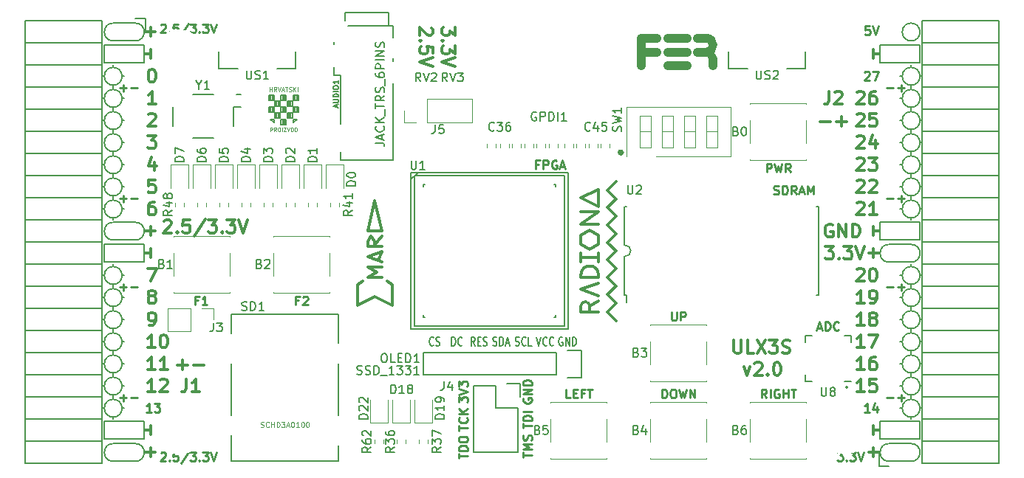
<source format=gto>
G04 #@! TF.GenerationSoftware,KiCad,Pcbnew,5.0.0-rc3+dfsg1-1*
G04 #@! TF.CreationDate,2018-07-07T16:08:11+02:00*
G04 #@! TF.ProjectId,ulx3s,756C7833732E6B696361645F70636200,rev?*
G04 #@! TF.SameCoordinates,Original*
G04 #@! TF.FileFunction,Legend,Top*
G04 #@! TF.FilePolarity,Positive*
%FSLAX46Y46*%
G04 Gerber Fmt 4.6, Leading zero omitted, Abs format (unit mm)*
G04 Created by KiCad (PCBNEW 5.0.0-rc3+dfsg1-1) date Sat Jul  7 16:08:11 2018*
%MOMM*%
%LPD*%
G01*
G04 APERTURE LIST*
%ADD10C,0.250000*%
%ADD11C,0.200000*%
%ADD12C,0.300000*%
%ADD13C,0.120000*%
%ADD14C,0.150000*%
%ADD15C,1.000000*%
%ADD16C,0.152400*%
%ADD17C,0.124460*%
%ADD18C,0.075000*%
%ADD19R,0.400000X2.000000*%
%ADD20C,2.100000*%
%ADD21R,1.220000X2.540000*%
%ADD22R,0.660000X1.000000*%
%ADD23O,1.827200X1.827200*%
%ADD24R,1.827200X1.827200*%
%ADD25C,5.600000*%
%ADD26O,0.950000X0.400000*%
%ADD27O,0.400000X0.950000*%
%ADD28R,1.775000X1.775000*%
%ADD29R,1.827200X2.132000*%
%ADD30O,1.827200X2.132000*%
%ADD31C,0.430000*%
%ADD32R,2.900000X2.100000*%
%ADD33R,2.900000X2.300000*%
%ADD34R,2.900000X2.900000*%
%ADD35C,1.800000*%
%ADD36R,0.800000X1.600000*%
%ADD37R,1.550000X1.000000*%
%ADD38R,1.550000X2.100000*%
%ADD39R,2.300000X1.900000*%
%ADD40R,1.100000X0.770000*%
%ADD41R,1.600000X1.070000*%
%ADD42R,1.800000X1.800000*%
%ADD43O,1.800000X1.800000*%
%ADD44R,1.395000X1.500000*%
%ADD45R,1.900000X2.000000*%
%ADD46R,0.500000X1.450000*%
%ADD47R,2.000000X2.000000*%
%ADD48R,2.200000X1.700000*%
%ADD49R,1.650000X1.400000*%
G04 APERTURE END LIST*
D10*
X116641666Y-93497571D02*
X116308333Y-93497571D01*
X116308333Y-94021380D02*
X116308333Y-93021380D01*
X116784523Y-93021380D01*
X117117857Y-93116619D02*
X117165476Y-93069000D01*
X117260714Y-93021380D01*
X117498809Y-93021380D01*
X117594047Y-93069000D01*
X117641666Y-93116619D01*
X117689285Y-93211857D01*
X117689285Y-93307095D01*
X117641666Y-93449952D01*
X117070238Y-94021380D01*
X117689285Y-94021380D01*
X105084666Y-93497571D02*
X104751333Y-93497571D01*
X104751333Y-94021380D02*
X104751333Y-93021380D01*
X105227523Y-93021380D01*
X106132285Y-94021380D02*
X105560857Y-94021380D01*
X105846571Y-94021380D02*
X105846571Y-93021380D01*
X105751333Y-93164238D01*
X105656095Y-93259476D01*
X105560857Y-93307095D01*
X170236666Y-104689380D02*
X169903333Y-104213190D01*
X169665238Y-104689380D02*
X169665238Y-103689380D01*
X170046190Y-103689380D01*
X170141428Y-103737000D01*
X170189047Y-103784619D01*
X170236666Y-103879857D01*
X170236666Y-104022714D01*
X170189047Y-104117952D01*
X170141428Y-104165571D01*
X170046190Y-104213190D01*
X169665238Y-104213190D01*
X170665238Y-104689380D02*
X170665238Y-103689380D01*
X171665238Y-103737000D02*
X171570000Y-103689380D01*
X171427142Y-103689380D01*
X171284285Y-103737000D01*
X171189047Y-103832238D01*
X171141428Y-103927476D01*
X171093809Y-104117952D01*
X171093809Y-104260809D01*
X171141428Y-104451285D01*
X171189047Y-104546523D01*
X171284285Y-104641761D01*
X171427142Y-104689380D01*
X171522380Y-104689380D01*
X171665238Y-104641761D01*
X171712857Y-104594142D01*
X171712857Y-104260809D01*
X171522380Y-104260809D01*
X172141428Y-104689380D02*
X172141428Y-103689380D01*
X172141428Y-104165571D02*
X172712857Y-104165571D01*
X172712857Y-104689380D02*
X172712857Y-103689380D01*
X173046190Y-103689380D02*
X173617619Y-103689380D01*
X173331904Y-104689380D02*
X173331904Y-103689380D01*
X159354285Y-94799380D02*
X159354285Y-95608904D01*
X159401904Y-95704142D01*
X159449523Y-95751761D01*
X159544761Y-95799380D01*
X159735238Y-95799380D01*
X159830476Y-95751761D01*
X159878095Y-95704142D01*
X159925714Y-95608904D01*
X159925714Y-94799380D01*
X160401904Y-95799380D02*
X160401904Y-94799380D01*
X160782857Y-94799380D01*
X160878095Y-94847000D01*
X160925714Y-94894619D01*
X160973333Y-94989857D01*
X160973333Y-95132714D01*
X160925714Y-95227952D01*
X160878095Y-95275571D01*
X160782857Y-95323190D01*
X160401904Y-95323190D01*
X158259047Y-104689380D02*
X158259047Y-103689380D01*
X158497142Y-103689380D01*
X158640000Y-103737000D01*
X158735238Y-103832238D01*
X158782857Y-103927476D01*
X158830476Y-104117952D01*
X158830476Y-104260809D01*
X158782857Y-104451285D01*
X158735238Y-104546523D01*
X158640000Y-104641761D01*
X158497142Y-104689380D01*
X158259047Y-104689380D01*
X159449523Y-103689380D02*
X159640000Y-103689380D01*
X159735238Y-103737000D01*
X159830476Y-103832238D01*
X159878095Y-104022714D01*
X159878095Y-104356047D01*
X159830476Y-104546523D01*
X159735238Y-104641761D01*
X159640000Y-104689380D01*
X159449523Y-104689380D01*
X159354285Y-104641761D01*
X159259047Y-104546523D01*
X159211428Y-104356047D01*
X159211428Y-104022714D01*
X159259047Y-103832238D01*
X159354285Y-103737000D01*
X159449523Y-103689380D01*
X160211428Y-103689380D02*
X160449523Y-104689380D01*
X160640000Y-103975095D01*
X160830476Y-104689380D01*
X161068571Y-103689380D01*
X161449523Y-104689380D02*
X161449523Y-103689380D01*
X162020952Y-104689380D01*
X162020952Y-103689380D01*
X147757619Y-104689380D02*
X147281428Y-104689380D01*
X147281428Y-103689380D01*
X148090952Y-104165571D02*
X148424285Y-104165571D01*
X148567142Y-104689380D02*
X148090952Y-104689380D01*
X148090952Y-103689380D01*
X148567142Y-103689380D01*
X149329047Y-104165571D02*
X148995714Y-104165571D01*
X148995714Y-104689380D02*
X148995714Y-103689380D01*
X149471904Y-103689380D01*
X149710000Y-103689380D02*
X150281428Y-103689380D01*
X149995714Y-104689380D02*
X149995714Y-103689380D01*
X170251666Y-78781380D02*
X170251666Y-77781380D01*
X170632619Y-77781380D01*
X170727857Y-77829000D01*
X170775476Y-77876619D01*
X170823095Y-77971857D01*
X170823095Y-78114714D01*
X170775476Y-78209952D01*
X170727857Y-78257571D01*
X170632619Y-78305190D01*
X170251666Y-78305190D01*
X171156428Y-77781380D02*
X171394523Y-78781380D01*
X171585000Y-78067095D01*
X171775476Y-78781380D01*
X172013571Y-77781380D01*
X172965952Y-78781380D02*
X172632619Y-78305190D01*
X172394523Y-78781380D02*
X172394523Y-77781380D01*
X172775476Y-77781380D01*
X172870714Y-77829000D01*
X172918333Y-77876619D01*
X172965952Y-77971857D01*
X172965952Y-78114714D01*
X172918333Y-78209952D01*
X172870714Y-78257571D01*
X172775476Y-78305190D01*
X172394523Y-78305190D01*
D11*
X179586000Y-103475000D02*
G75*
G03X179586000Y-103475000I-127000J0D01*
G01*
D12*
X134560428Y-62144714D02*
X134560428Y-63073285D01*
X133989000Y-62573285D01*
X133989000Y-62787571D01*
X133917571Y-62930428D01*
X133846142Y-63001857D01*
X133703285Y-63073285D01*
X133346142Y-63073285D01*
X133203285Y-63001857D01*
X133131857Y-62930428D01*
X133060428Y-62787571D01*
X133060428Y-62359000D01*
X133131857Y-62216142D01*
X133203285Y-62144714D01*
X133203285Y-63716142D02*
X133131857Y-63787571D01*
X133060428Y-63716142D01*
X133131857Y-63644714D01*
X133203285Y-63716142D01*
X133060428Y-63716142D01*
X134560428Y-64287571D02*
X134560428Y-65216142D01*
X133989000Y-64716142D01*
X133989000Y-64930428D01*
X133917571Y-65073285D01*
X133846142Y-65144714D01*
X133703285Y-65216142D01*
X133346142Y-65216142D01*
X133203285Y-65144714D01*
X133131857Y-65073285D01*
X133060428Y-64930428D01*
X133060428Y-64501857D01*
X133131857Y-64359000D01*
X133203285Y-64287571D01*
X134560428Y-65644714D02*
X133060428Y-66144714D01*
X134560428Y-66644714D01*
X131877571Y-62216142D02*
X131949000Y-62287571D01*
X132020428Y-62430428D01*
X132020428Y-62787571D01*
X131949000Y-62930428D01*
X131877571Y-63001857D01*
X131734714Y-63073285D01*
X131591857Y-63073285D01*
X131377571Y-63001857D01*
X130520428Y-62144714D01*
X130520428Y-63073285D01*
X130663285Y-63716142D02*
X130591857Y-63787571D01*
X130520428Y-63716142D01*
X130591857Y-63644714D01*
X130663285Y-63716142D01*
X130520428Y-63716142D01*
X132020428Y-65144714D02*
X132020428Y-64430428D01*
X131306142Y-64359000D01*
X131377571Y-64430428D01*
X131449000Y-64573285D01*
X131449000Y-64930428D01*
X131377571Y-65073285D01*
X131306142Y-65144714D01*
X131163285Y-65216142D01*
X130806142Y-65216142D01*
X130663285Y-65144714D01*
X130591857Y-65073285D01*
X130520428Y-64930428D01*
X130520428Y-64573285D01*
X130591857Y-64430428D01*
X130663285Y-64359000D01*
X132020428Y-65644714D02*
X130520428Y-66144714D01*
X132020428Y-66644714D01*
X102760000Y-100897142D02*
X103902857Y-100897142D01*
X103331428Y-101468571D02*
X103331428Y-100325714D01*
X104617142Y-100897142D02*
X105760000Y-100897142D01*
X167664142Y-101121571D02*
X168021285Y-102121571D01*
X168378428Y-101121571D01*
X168878428Y-100764428D02*
X168949857Y-100693000D01*
X169092714Y-100621571D01*
X169449857Y-100621571D01*
X169592714Y-100693000D01*
X169664142Y-100764428D01*
X169735571Y-100907285D01*
X169735571Y-101050142D01*
X169664142Y-101264428D01*
X168807000Y-102121571D01*
X169735571Y-102121571D01*
X170378428Y-101978714D02*
X170449857Y-102050142D01*
X170378428Y-102121571D01*
X170307000Y-102050142D01*
X170378428Y-101978714D01*
X170378428Y-102121571D01*
X171378428Y-100621571D02*
X171521285Y-100621571D01*
X171664142Y-100693000D01*
X171735571Y-100764428D01*
X171807000Y-100907285D01*
X171878428Y-101193000D01*
X171878428Y-101550142D01*
X171807000Y-101835857D01*
X171735571Y-101978714D01*
X171664142Y-102050142D01*
X171521285Y-102121571D01*
X171378428Y-102121571D01*
X171235571Y-102050142D01*
X171164142Y-101978714D01*
X171092714Y-101835857D01*
X171021285Y-101550142D01*
X171021285Y-101193000D01*
X171092714Y-100907285D01*
X171164142Y-100764428D01*
X171235571Y-100693000D01*
X171378428Y-100621571D01*
X182492000Y-87582000D02*
X182492000Y-88598000D01*
X181984000Y-88090000D02*
X183254000Y-88090000D01*
X182492000Y-110442000D02*
X182492000Y-111458000D01*
X183254000Y-110950000D02*
X181984000Y-110950000D01*
X99688000Y-110442000D02*
X99688000Y-111458000D01*
X98926000Y-110950000D02*
X100196000Y-110950000D01*
X99688000Y-62182000D02*
X99688000Y-63198000D01*
X98926000Y-62690000D02*
X100196000Y-62690000D01*
X99688000Y-85042000D02*
X99688000Y-86058000D01*
X98926000Y-85550000D02*
X100196000Y-85550000D01*
D11*
X97910000Y-63706000D02*
G75*
G03X97910000Y-61674000I0J1016000D01*
G01*
X184270000Y-109934000D02*
G75*
G03X184270000Y-111966000I0J-1016000D01*
G01*
X95370000Y-111966000D02*
X97910000Y-111966000D01*
X95370000Y-109934000D02*
X97910000Y-109934000D01*
X97910000Y-111966000D02*
G75*
G03X97910000Y-109934000I0J1016000D01*
G01*
X95370000Y-109934000D02*
G75*
G03X95370000Y-111966000I0J-1016000D01*
G01*
X95370000Y-61674000D02*
X97910000Y-61674000D01*
X95370000Y-63706000D02*
X97910000Y-63706000D01*
X95370000Y-61674000D02*
G75*
G03X95370000Y-63706000I0J-1016000D01*
G01*
X95370000Y-84534000D02*
X97910000Y-84534000D01*
X95370000Y-86566000D02*
X97910000Y-86566000D01*
X95370000Y-84534000D02*
G75*
G03X95370000Y-86566000I0J-1016000D01*
G01*
X97910000Y-86566000D02*
G75*
G03X97910000Y-84534000I0J1016000D01*
G01*
X187826000Y-62690000D02*
G75*
G03X187826000Y-62690000I-1016000J0D01*
G01*
X184270000Y-89106000D02*
X186810000Y-89106000D01*
X184270000Y-87074000D02*
X186810000Y-87074000D01*
X184270000Y-87074000D02*
G75*
G03X184270000Y-89106000I0J-1016000D01*
G01*
X186810000Y-89106000D02*
G75*
G03X186810000Y-87074000I0J1016000D01*
G01*
X186810000Y-111966000D02*
X184270000Y-111966000D01*
X186810000Y-109934000D02*
X184270000Y-109934000D01*
X186810000Y-111966000D02*
G75*
G03X186810000Y-109934000I0J1016000D01*
G01*
X94354000Y-66246000D02*
X94354000Y-64214000D01*
X98926000Y-66246000D02*
X94354000Y-66246000D01*
X98926000Y-64214000D02*
X98926000Y-66246000D01*
X94354000Y-64214000D02*
X98926000Y-64214000D01*
X94354000Y-87074000D02*
X98926000Y-87074000D01*
X94354000Y-89106000D02*
X94354000Y-87074000D01*
X98926000Y-89106000D02*
X94354000Y-89106000D01*
X98926000Y-87074000D02*
X98926000Y-89106000D01*
X94354000Y-109426000D02*
X98926000Y-109426000D01*
X94354000Y-107394000D02*
X94354000Y-109426000D01*
X98926000Y-107394000D02*
X94354000Y-107394000D01*
X98926000Y-109426000D02*
X98926000Y-107394000D01*
X183254000Y-109426000D02*
X187826000Y-109426000D01*
X183254000Y-107394000D02*
X183254000Y-109426000D01*
X187826000Y-107394000D02*
X187826000Y-109426000D01*
X183254000Y-107394000D02*
X187826000Y-107394000D01*
X183254000Y-66246000D02*
X187826000Y-66246000D01*
X183254000Y-64214000D02*
X183254000Y-66246000D01*
X187826000Y-64214000D02*
X183254000Y-64214000D01*
X187826000Y-66246000D02*
X187826000Y-64214000D01*
X183254000Y-84534000D02*
X187826000Y-84534000D01*
X183254000Y-86566000D02*
X183254000Y-84534000D01*
X187826000Y-86566000D02*
X183254000Y-86566000D01*
X187826000Y-84534000D02*
X187826000Y-86566000D01*
D10*
X96148000Y-69111428D02*
X96909904Y-69111428D01*
X96528952Y-69492380D02*
X96528952Y-68730476D01*
X97386095Y-69111428D02*
X98148000Y-69111428D01*
X96148000Y-81811428D02*
X96909904Y-81811428D01*
X96528952Y-82192380D02*
X96528952Y-81430476D01*
X97386095Y-81811428D02*
X98148000Y-81811428D01*
X96148000Y-91971428D02*
X96909904Y-91971428D01*
X96528952Y-92352380D02*
X96528952Y-91590476D01*
X97386095Y-91971428D02*
X98148000Y-91971428D01*
X96148000Y-104671428D02*
X96909904Y-104671428D01*
X96528952Y-105052380D02*
X96528952Y-104290476D01*
X97386095Y-104671428D02*
X98148000Y-104671428D01*
X184032000Y-104671428D02*
X184793904Y-104671428D01*
X185270095Y-104671428D02*
X186032000Y-104671428D01*
X185651047Y-105052380D02*
X185651047Y-104290476D01*
X184032000Y-91971428D02*
X184793904Y-91971428D01*
X185270095Y-91971428D02*
X186032000Y-91971428D01*
X185651047Y-92352380D02*
X185651047Y-91590476D01*
X184032000Y-81811428D02*
X184793904Y-81811428D01*
X185270095Y-81811428D02*
X186032000Y-81811428D01*
X185651047Y-82192380D02*
X185651047Y-81430476D01*
X184032000Y-69111428D02*
X184793904Y-69111428D01*
X185270095Y-69111428D02*
X186032000Y-69111428D01*
X185651047Y-69492380D02*
X185651047Y-68730476D01*
D12*
X176420000Y-72957142D02*
X177562857Y-72957142D01*
X178277142Y-72957142D02*
X179420000Y-72957142D01*
X178848571Y-73528571D02*
X178848571Y-72385714D01*
D11*
X187826000Y-67770000D02*
G75*
G03X187826000Y-67770000I-1016000J0D01*
G01*
X187826000Y-70310000D02*
G75*
G03X187826000Y-70310000I-1016000J0D01*
G01*
X187826000Y-72850000D02*
G75*
G03X187826000Y-72850000I-1016000J0D01*
G01*
X187826000Y-75390000D02*
G75*
G03X187826000Y-75390000I-1016000J0D01*
G01*
X187826000Y-77930000D02*
G75*
G03X187826000Y-77930000I-1016000J0D01*
G01*
X187826000Y-80470000D02*
G75*
G03X187826000Y-80470000I-1016000J0D01*
G01*
X187826000Y-83010000D02*
G75*
G03X187826000Y-83010000I-1016000J0D01*
G01*
X187826000Y-90630000D02*
G75*
G03X187826000Y-90630000I-1016000J0D01*
G01*
X187826000Y-93170000D02*
G75*
G03X187826000Y-93170000I-1016000J0D01*
G01*
X187826000Y-95710000D02*
G75*
G03X187826000Y-95710000I-1016000J0D01*
G01*
X187826000Y-98250000D02*
G75*
G03X187826000Y-98250000I-1016000J0D01*
G01*
X187826000Y-100790000D02*
G75*
G03X187826000Y-100790000I-1016000J0D01*
G01*
X187826000Y-103330000D02*
G75*
G03X187826000Y-103330000I-1016000J0D01*
G01*
X187826000Y-105870000D02*
G75*
G03X187826000Y-105870000I-1016000J0D01*
G01*
X96386000Y-105870000D02*
G75*
G03X96386000Y-105870000I-1016000J0D01*
G01*
X96386000Y-103330000D02*
G75*
G03X96386000Y-103330000I-1016000J0D01*
G01*
X96386000Y-100790000D02*
G75*
G03X96386000Y-100790000I-1016000J0D01*
G01*
X96386000Y-98250000D02*
G75*
G03X96386000Y-98250000I-1016000J0D01*
G01*
X96386000Y-95710000D02*
G75*
G03X96386000Y-95710000I-1016000J0D01*
G01*
X96386000Y-93170000D02*
G75*
G03X96386000Y-93170000I-1016000J0D01*
G01*
X96386000Y-90630000D02*
G75*
G03X96386000Y-90630000I-1016000J0D01*
G01*
X96386000Y-83010000D02*
G75*
G03X96386000Y-83010000I-1016000J0D01*
G01*
X96386000Y-80470000D02*
G75*
G03X96386000Y-80470000I-1016000J0D01*
G01*
X96386000Y-77930000D02*
G75*
G03X96386000Y-77930000I-1016000J0D01*
G01*
X96386000Y-75390000D02*
G75*
G03X96386000Y-75390000I-1016000J0D01*
G01*
X96386000Y-72850000D02*
G75*
G03X96386000Y-72850000I-1016000J0D01*
G01*
X96386000Y-70310000D02*
G75*
G03X96386000Y-70310000I-1016000J0D01*
G01*
X96386000Y-67770000D02*
G75*
G03X96386000Y-67770000I-1016000J0D01*
G01*
D12*
X177793142Y-84800000D02*
X177650285Y-84728571D01*
X177436000Y-84728571D01*
X177221714Y-84800000D01*
X177078857Y-84942857D01*
X177007428Y-85085714D01*
X176936000Y-85371428D01*
X176936000Y-85585714D01*
X177007428Y-85871428D01*
X177078857Y-86014285D01*
X177221714Y-86157142D01*
X177436000Y-86228571D01*
X177578857Y-86228571D01*
X177793142Y-86157142D01*
X177864571Y-86085714D01*
X177864571Y-85585714D01*
X177578857Y-85585714D01*
X178507428Y-86228571D02*
X178507428Y-84728571D01*
X179364571Y-86228571D01*
X179364571Y-84728571D01*
X180078857Y-86228571D02*
X180078857Y-84728571D01*
X180436000Y-84728571D01*
X180650285Y-84800000D01*
X180793142Y-84942857D01*
X180864571Y-85085714D01*
X180936000Y-85371428D01*
X180936000Y-85585714D01*
X180864571Y-85871428D01*
X180793142Y-86014285D01*
X180650285Y-86157142D01*
X180436000Y-86228571D01*
X180078857Y-86228571D01*
X182492000Y-86058000D02*
X182492000Y-85042000D01*
X183254000Y-85550000D02*
X182492000Y-85550000D01*
X182492000Y-107902000D02*
X182492000Y-108918000D01*
X182492000Y-108410000D02*
X183254000Y-108410000D01*
D10*
X182047523Y-106322380D02*
X181476095Y-106322380D01*
X181761809Y-106322380D02*
X181761809Y-105322380D01*
X181666571Y-105465238D01*
X181571333Y-105560476D01*
X181476095Y-105608095D01*
X182904666Y-105655714D02*
X182904666Y-106322380D01*
X182666571Y-105274761D02*
X182428476Y-105989047D01*
X183047523Y-105989047D01*
X181476095Y-67317619D02*
X181523714Y-67270000D01*
X181618952Y-67222380D01*
X181857047Y-67222380D01*
X181952285Y-67270000D01*
X181999904Y-67317619D01*
X182047523Y-67412857D01*
X182047523Y-67508095D01*
X181999904Y-67650952D01*
X181428476Y-68222380D01*
X182047523Y-68222380D01*
X182380857Y-67222380D02*
X183047523Y-67222380D01*
X182618952Y-68222380D01*
D12*
X182492000Y-64722000D02*
X182492000Y-65738000D01*
X182492000Y-65230000D02*
X183254000Y-65230000D01*
X99688000Y-107902000D02*
X99688000Y-108918000D01*
X98926000Y-108410000D02*
X99688000Y-108410000D01*
X99315000Y-74568571D02*
X100243571Y-74568571D01*
X99743571Y-75140000D01*
X99957857Y-75140000D01*
X100100714Y-75211428D01*
X100172142Y-75282857D01*
X100243571Y-75425714D01*
X100243571Y-75782857D01*
X100172142Y-75925714D01*
X100100714Y-75997142D01*
X99957857Y-76068571D01*
X99529285Y-76068571D01*
X99386428Y-75997142D01*
X99315000Y-75925714D01*
X100100714Y-77608571D02*
X100100714Y-78608571D01*
X99743571Y-77037142D02*
X99386428Y-78108571D01*
X100315000Y-78108571D01*
X100172142Y-79648571D02*
X99457857Y-79648571D01*
X99386428Y-80362857D01*
X99457857Y-80291428D01*
X99600714Y-80220000D01*
X99957857Y-80220000D01*
X100100714Y-80291428D01*
X100172142Y-80362857D01*
X100243571Y-80505714D01*
X100243571Y-80862857D01*
X100172142Y-81005714D01*
X100100714Y-81077142D01*
X99957857Y-81148571D01*
X99600714Y-81148571D01*
X99457857Y-81077142D01*
X99386428Y-81005714D01*
D10*
X99751523Y-106322380D02*
X99180095Y-106322380D01*
X99465809Y-106322380D02*
X99465809Y-105322380D01*
X99370571Y-105465238D01*
X99275333Y-105560476D01*
X99180095Y-105608095D01*
X100084857Y-105322380D02*
X100703904Y-105322380D01*
X100370571Y-105703333D01*
X100513428Y-105703333D01*
X100608666Y-105750952D01*
X100656285Y-105798571D01*
X100703904Y-105893809D01*
X100703904Y-106131904D01*
X100656285Y-106227142D01*
X100608666Y-106274761D01*
X100513428Y-106322380D01*
X100227714Y-106322380D01*
X100132476Y-106274761D01*
X100084857Y-106227142D01*
D12*
X99315000Y-89808571D02*
X100315000Y-89808571D01*
X99672142Y-91308571D01*
X99688000Y-87582000D02*
X99688000Y-88598000D01*
X98926000Y-88090000D02*
X99688000Y-88090000D01*
X99688000Y-64722000D02*
X99688000Y-65738000D01*
X98926000Y-65230000D02*
X99688000Y-65230000D01*
D10*
X100817976Y-61874619D02*
X100865595Y-61827000D01*
X100960833Y-61779380D01*
X101198928Y-61779380D01*
X101294166Y-61827000D01*
X101341785Y-61874619D01*
X101389404Y-61969857D01*
X101389404Y-62065095D01*
X101341785Y-62207952D01*
X100770357Y-62779380D01*
X101389404Y-62779380D01*
X101817976Y-62684142D02*
X101865595Y-62731761D01*
X101817976Y-62779380D01*
X101770357Y-62731761D01*
X101817976Y-62684142D01*
X101817976Y-62779380D01*
X102770357Y-61779380D02*
X102294166Y-61779380D01*
X102246547Y-62255571D01*
X102294166Y-62207952D01*
X102389404Y-62160333D01*
X102627500Y-62160333D01*
X102722738Y-62207952D01*
X102770357Y-62255571D01*
X102817976Y-62350809D01*
X102817976Y-62588904D01*
X102770357Y-62684142D01*
X102722738Y-62731761D01*
X102627500Y-62779380D01*
X102389404Y-62779380D01*
X102294166Y-62731761D01*
X102246547Y-62684142D01*
X103960833Y-61731761D02*
X103103690Y-63017476D01*
X104198928Y-61779380D02*
X104817976Y-61779380D01*
X104484642Y-62160333D01*
X104627500Y-62160333D01*
X104722738Y-62207952D01*
X104770357Y-62255571D01*
X104817976Y-62350809D01*
X104817976Y-62588904D01*
X104770357Y-62684142D01*
X104722738Y-62731761D01*
X104627500Y-62779380D01*
X104341785Y-62779380D01*
X104246547Y-62731761D01*
X104198928Y-62684142D01*
X105246547Y-62684142D02*
X105294166Y-62731761D01*
X105246547Y-62779380D01*
X105198928Y-62731761D01*
X105246547Y-62684142D01*
X105246547Y-62779380D01*
X105627500Y-61779380D02*
X106246547Y-61779380D01*
X105913214Y-62160333D01*
X106056071Y-62160333D01*
X106151309Y-62207952D01*
X106198928Y-62255571D01*
X106246547Y-62350809D01*
X106246547Y-62588904D01*
X106198928Y-62684142D01*
X106151309Y-62731761D01*
X106056071Y-62779380D01*
X105770357Y-62779380D01*
X105675119Y-62731761D01*
X105627500Y-62684142D01*
X106532261Y-61779380D02*
X106865595Y-62779380D01*
X107198928Y-61779380D01*
X178360261Y-110910380D02*
X178979309Y-110910380D01*
X178645976Y-111291333D01*
X178788833Y-111291333D01*
X178884071Y-111338952D01*
X178931690Y-111386571D01*
X178979309Y-111481809D01*
X178979309Y-111719904D01*
X178931690Y-111815142D01*
X178884071Y-111862761D01*
X178788833Y-111910380D01*
X178503119Y-111910380D01*
X178407880Y-111862761D01*
X178360261Y-111815142D01*
X179407880Y-111815142D02*
X179455500Y-111862761D01*
X179407880Y-111910380D01*
X179360261Y-111862761D01*
X179407880Y-111815142D01*
X179407880Y-111910380D01*
X179788833Y-110910380D02*
X180407880Y-110910380D01*
X180074547Y-111291333D01*
X180217404Y-111291333D01*
X180312642Y-111338952D01*
X180360261Y-111386571D01*
X180407880Y-111481809D01*
X180407880Y-111719904D01*
X180360261Y-111815142D01*
X180312642Y-111862761D01*
X180217404Y-111910380D01*
X179931690Y-111910380D01*
X179836452Y-111862761D01*
X179788833Y-111815142D01*
X180693595Y-110910380D02*
X181026928Y-111910380D01*
X181360261Y-110910380D01*
D12*
X101199714Y-84381428D02*
X101271142Y-84310000D01*
X101414000Y-84238571D01*
X101771142Y-84238571D01*
X101914000Y-84310000D01*
X101985428Y-84381428D01*
X102056857Y-84524285D01*
X102056857Y-84667142D01*
X101985428Y-84881428D01*
X101128285Y-85738571D01*
X102056857Y-85738571D01*
X102699714Y-85595714D02*
X102771142Y-85667142D01*
X102699714Y-85738571D01*
X102628285Y-85667142D01*
X102699714Y-85595714D01*
X102699714Y-85738571D01*
X104128285Y-84238571D02*
X103414000Y-84238571D01*
X103342571Y-84952857D01*
X103414000Y-84881428D01*
X103556857Y-84810000D01*
X103914000Y-84810000D01*
X104056857Y-84881428D01*
X104128285Y-84952857D01*
X104199714Y-85095714D01*
X104199714Y-85452857D01*
X104128285Y-85595714D01*
X104056857Y-85667142D01*
X103914000Y-85738571D01*
X103556857Y-85738571D01*
X103414000Y-85667142D01*
X103342571Y-85595714D01*
X105914000Y-84167142D02*
X104628285Y-86095714D01*
X106271142Y-84238571D02*
X107199714Y-84238571D01*
X106699714Y-84810000D01*
X106914000Y-84810000D01*
X107056857Y-84881428D01*
X107128285Y-84952857D01*
X107199714Y-85095714D01*
X107199714Y-85452857D01*
X107128285Y-85595714D01*
X107056857Y-85667142D01*
X106914000Y-85738571D01*
X106485428Y-85738571D01*
X106342571Y-85667142D01*
X106271142Y-85595714D01*
X107842571Y-85595714D02*
X107914000Y-85667142D01*
X107842571Y-85738571D01*
X107771142Y-85667142D01*
X107842571Y-85595714D01*
X107842571Y-85738571D01*
X108414000Y-84238571D02*
X109342571Y-84238571D01*
X108842571Y-84810000D01*
X109056857Y-84810000D01*
X109199714Y-84881428D01*
X109271142Y-84952857D01*
X109342571Y-85095714D01*
X109342571Y-85452857D01*
X109271142Y-85595714D01*
X109199714Y-85667142D01*
X109056857Y-85738571D01*
X108628285Y-85738571D01*
X108485428Y-85667142D01*
X108414000Y-85595714D01*
X109771142Y-84238571D02*
X110271142Y-85738571D01*
X110771142Y-84238571D01*
D10*
X100817976Y-111023619D02*
X100865595Y-110976000D01*
X100960833Y-110928380D01*
X101198928Y-110928380D01*
X101294166Y-110976000D01*
X101341785Y-111023619D01*
X101389404Y-111118857D01*
X101389404Y-111214095D01*
X101341785Y-111356952D01*
X100770357Y-111928380D01*
X101389404Y-111928380D01*
X101817976Y-111833142D02*
X101865595Y-111880761D01*
X101817976Y-111928380D01*
X101770357Y-111880761D01*
X101817976Y-111833142D01*
X101817976Y-111928380D01*
X102770357Y-110928380D02*
X102294166Y-110928380D01*
X102246547Y-111404571D01*
X102294166Y-111356952D01*
X102389404Y-111309333D01*
X102627500Y-111309333D01*
X102722738Y-111356952D01*
X102770357Y-111404571D01*
X102817976Y-111499809D01*
X102817976Y-111737904D01*
X102770357Y-111833142D01*
X102722738Y-111880761D01*
X102627500Y-111928380D01*
X102389404Y-111928380D01*
X102294166Y-111880761D01*
X102246547Y-111833142D01*
X103960833Y-110880761D02*
X103103690Y-112166476D01*
X104198928Y-110928380D02*
X104817976Y-110928380D01*
X104484642Y-111309333D01*
X104627500Y-111309333D01*
X104722738Y-111356952D01*
X104770357Y-111404571D01*
X104817976Y-111499809D01*
X104817976Y-111737904D01*
X104770357Y-111833142D01*
X104722738Y-111880761D01*
X104627500Y-111928380D01*
X104341785Y-111928380D01*
X104246547Y-111880761D01*
X104198928Y-111833142D01*
X105246547Y-111833142D02*
X105294166Y-111880761D01*
X105246547Y-111928380D01*
X105198928Y-111880761D01*
X105246547Y-111833142D01*
X105246547Y-111928380D01*
X105627500Y-110928380D02*
X106246547Y-110928380D01*
X105913214Y-111309333D01*
X106056071Y-111309333D01*
X106151309Y-111356952D01*
X106198928Y-111404571D01*
X106246547Y-111499809D01*
X106246547Y-111737904D01*
X106198928Y-111833142D01*
X106151309Y-111880761D01*
X106056071Y-111928380D01*
X105770357Y-111928380D01*
X105675119Y-111880761D01*
X105627500Y-111833142D01*
X106532261Y-110928380D02*
X106865595Y-111928380D01*
X107198928Y-110928380D01*
X182047523Y-62015380D02*
X181571333Y-62015380D01*
X181523714Y-62491571D01*
X181571333Y-62443952D01*
X181666571Y-62396333D01*
X181904666Y-62396333D01*
X181999904Y-62443952D01*
X182047523Y-62491571D01*
X182095142Y-62586809D01*
X182095142Y-62824904D01*
X182047523Y-62920142D01*
X181999904Y-62967761D01*
X181904666Y-63015380D01*
X181666571Y-63015380D01*
X181571333Y-62967761D01*
X181523714Y-62920142D01*
X182380857Y-62015380D02*
X182714190Y-63015380D01*
X183047523Y-62015380D01*
D12*
X180587142Y-69631428D02*
X180658571Y-69560000D01*
X180801428Y-69488571D01*
X181158571Y-69488571D01*
X181301428Y-69560000D01*
X181372857Y-69631428D01*
X181444285Y-69774285D01*
X181444285Y-69917142D01*
X181372857Y-70131428D01*
X180515714Y-70988571D01*
X181444285Y-70988571D01*
X182730000Y-69488571D02*
X182444285Y-69488571D01*
X182301428Y-69560000D01*
X182230000Y-69631428D01*
X182087142Y-69845714D01*
X182015714Y-70131428D01*
X182015714Y-70702857D01*
X182087142Y-70845714D01*
X182158571Y-70917142D01*
X182301428Y-70988571D01*
X182587142Y-70988571D01*
X182730000Y-70917142D01*
X182801428Y-70845714D01*
X182872857Y-70702857D01*
X182872857Y-70345714D01*
X182801428Y-70202857D01*
X182730000Y-70131428D01*
X182587142Y-70060000D01*
X182301428Y-70060000D01*
X182158571Y-70131428D01*
X182087142Y-70202857D01*
X182015714Y-70345714D01*
X180587142Y-72171428D02*
X180658571Y-72100000D01*
X180801428Y-72028571D01*
X181158571Y-72028571D01*
X181301428Y-72100000D01*
X181372857Y-72171428D01*
X181444285Y-72314285D01*
X181444285Y-72457142D01*
X181372857Y-72671428D01*
X180515714Y-73528571D01*
X181444285Y-73528571D01*
X182801428Y-72028571D02*
X182087142Y-72028571D01*
X182015714Y-72742857D01*
X182087142Y-72671428D01*
X182230000Y-72600000D01*
X182587142Y-72600000D01*
X182730000Y-72671428D01*
X182801428Y-72742857D01*
X182872857Y-72885714D01*
X182872857Y-73242857D01*
X182801428Y-73385714D01*
X182730000Y-73457142D01*
X182587142Y-73528571D01*
X182230000Y-73528571D01*
X182087142Y-73457142D01*
X182015714Y-73385714D01*
X180587142Y-74711428D02*
X180658571Y-74640000D01*
X180801428Y-74568571D01*
X181158571Y-74568571D01*
X181301428Y-74640000D01*
X181372857Y-74711428D01*
X181444285Y-74854285D01*
X181444285Y-74997142D01*
X181372857Y-75211428D01*
X180515714Y-76068571D01*
X181444285Y-76068571D01*
X182730000Y-75068571D02*
X182730000Y-76068571D01*
X182372857Y-74497142D02*
X182015714Y-75568571D01*
X182944285Y-75568571D01*
X180587142Y-77251428D02*
X180658571Y-77180000D01*
X180801428Y-77108571D01*
X181158571Y-77108571D01*
X181301428Y-77180000D01*
X181372857Y-77251428D01*
X181444285Y-77394285D01*
X181444285Y-77537142D01*
X181372857Y-77751428D01*
X180515714Y-78608571D01*
X181444285Y-78608571D01*
X181944285Y-77108571D02*
X182872857Y-77108571D01*
X182372857Y-77680000D01*
X182587142Y-77680000D01*
X182730000Y-77751428D01*
X182801428Y-77822857D01*
X182872857Y-77965714D01*
X182872857Y-78322857D01*
X182801428Y-78465714D01*
X182730000Y-78537142D01*
X182587142Y-78608571D01*
X182158571Y-78608571D01*
X182015714Y-78537142D01*
X181944285Y-78465714D01*
X180587142Y-79791428D02*
X180658571Y-79720000D01*
X180801428Y-79648571D01*
X181158571Y-79648571D01*
X181301428Y-79720000D01*
X181372857Y-79791428D01*
X181444285Y-79934285D01*
X181444285Y-80077142D01*
X181372857Y-80291428D01*
X180515714Y-81148571D01*
X181444285Y-81148571D01*
X182015714Y-79791428D02*
X182087142Y-79720000D01*
X182230000Y-79648571D01*
X182587142Y-79648571D01*
X182730000Y-79720000D01*
X182801428Y-79791428D01*
X182872857Y-79934285D01*
X182872857Y-80077142D01*
X182801428Y-80291428D01*
X181944285Y-81148571D01*
X182872857Y-81148571D01*
X180587142Y-82331428D02*
X180658571Y-82260000D01*
X180801428Y-82188571D01*
X181158571Y-82188571D01*
X181301428Y-82260000D01*
X181372857Y-82331428D01*
X181444285Y-82474285D01*
X181444285Y-82617142D01*
X181372857Y-82831428D01*
X180515714Y-83688571D01*
X181444285Y-83688571D01*
X182872857Y-83688571D02*
X182015714Y-83688571D01*
X182444285Y-83688571D02*
X182444285Y-82188571D01*
X182301428Y-82402857D01*
X182158571Y-82545714D01*
X182015714Y-82617142D01*
X176975714Y-87268571D02*
X177904285Y-87268571D01*
X177404285Y-87840000D01*
X177618571Y-87840000D01*
X177761428Y-87911428D01*
X177832857Y-87982857D01*
X177904285Y-88125714D01*
X177904285Y-88482857D01*
X177832857Y-88625714D01*
X177761428Y-88697142D01*
X177618571Y-88768571D01*
X177190000Y-88768571D01*
X177047142Y-88697142D01*
X176975714Y-88625714D01*
X178547142Y-88625714D02*
X178618571Y-88697142D01*
X178547142Y-88768571D01*
X178475714Y-88697142D01*
X178547142Y-88625714D01*
X178547142Y-88768571D01*
X179118571Y-87268571D02*
X180047142Y-87268571D01*
X179547142Y-87840000D01*
X179761428Y-87840000D01*
X179904285Y-87911428D01*
X179975714Y-87982857D01*
X180047142Y-88125714D01*
X180047142Y-88482857D01*
X179975714Y-88625714D01*
X179904285Y-88697142D01*
X179761428Y-88768571D01*
X179332857Y-88768571D01*
X179190000Y-88697142D01*
X179118571Y-88625714D01*
X180475714Y-87268571D02*
X180975714Y-88768571D01*
X181475714Y-87268571D01*
X180587142Y-89951428D02*
X180658571Y-89880000D01*
X180801428Y-89808571D01*
X181158571Y-89808571D01*
X181301428Y-89880000D01*
X181372857Y-89951428D01*
X181444285Y-90094285D01*
X181444285Y-90237142D01*
X181372857Y-90451428D01*
X180515714Y-91308571D01*
X181444285Y-91308571D01*
X182372857Y-89808571D02*
X182515714Y-89808571D01*
X182658571Y-89880000D01*
X182730000Y-89951428D01*
X182801428Y-90094285D01*
X182872857Y-90380000D01*
X182872857Y-90737142D01*
X182801428Y-91022857D01*
X182730000Y-91165714D01*
X182658571Y-91237142D01*
X182515714Y-91308571D01*
X182372857Y-91308571D01*
X182230000Y-91237142D01*
X182158571Y-91165714D01*
X182087142Y-91022857D01*
X182015714Y-90737142D01*
X182015714Y-90380000D01*
X182087142Y-90094285D01*
X182158571Y-89951428D01*
X182230000Y-89880000D01*
X182372857Y-89808571D01*
X181444285Y-93848571D02*
X180587142Y-93848571D01*
X181015714Y-93848571D02*
X181015714Y-92348571D01*
X180872857Y-92562857D01*
X180730000Y-92705714D01*
X180587142Y-92777142D01*
X182158571Y-93848571D02*
X182444285Y-93848571D01*
X182587142Y-93777142D01*
X182658571Y-93705714D01*
X182801428Y-93491428D01*
X182872857Y-93205714D01*
X182872857Y-92634285D01*
X182801428Y-92491428D01*
X182730000Y-92420000D01*
X182587142Y-92348571D01*
X182301428Y-92348571D01*
X182158571Y-92420000D01*
X182087142Y-92491428D01*
X182015714Y-92634285D01*
X182015714Y-92991428D01*
X182087142Y-93134285D01*
X182158571Y-93205714D01*
X182301428Y-93277142D01*
X182587142Y-93277142D01*
X182730000Y-93205714D01*
X182801428Y-93134285D01*
X182872857Y-92991428D01*
X181444285Y-96388571D02*
X180587142Y-96388571D01*
X181015714Y-96388571D02*
X181015714Y-94888571D01*
X180872857Y-95102857D01*
X180730000Y-95245714D01*
X180587142Y-95317142D01*
X182301428Y-95531428D02*
X182158571Y-95460000D01*
X182087142Y-95388571D01*
X182015714Y-95245714D01*
X182015714Y-95174285D01*
X182087142Y-95031428D01*
X182158571Y-94960000D01*
X182301428Y-94888571D01*
X182587142Y-94888571D01*
X182730000Y-94960000D01*
X182801428Y-95031428D01*
X182872857Y-95174285D01*
X182872857Y-95245714D01*
X182801428Y-95388571D01*
X182730000Y-95460000D01*
X182587142Y-95531428D01*
X182301428Y-95531428D01*
X182158571Y-95602857D01*
X182087142Y-95674285D01*
X182015714Y-95817142D01*
X182015714Y-96102857D01*
X182087142Y-96245714D01*
X182158571Y-96317142D01*
X182301428Y-96388571D01*
X182587142Y-96388571D01*
X182730000Y-96317142D01*
X182801428Y-96245714D01*
X182872857Y-96102857D01*
X182872857Y-95817142D01*
X182801428Y-95674285D01*
X182730000Y-95602857D01*
X182587142Y-95531428D01*
X181444285Y-98928571D02*
X180587142Y-98928571D01*
X181015714Y-98928571D02*
X181015714Y-97428571D01*
X180872857Y-97642857D01*
X180730000Y-97785714D01*
X180587142Y-97857142D01*
X181944285Y-97428571D02*
X182944285Y-97428571D01*
X182301428Y-98928571D01*
X181444285Y-101468571D02*
X180587142Y-101468571D01*
X181015714Y-101468571D02*
X181015714Y-99968571D01*
X180872857Y-100182857D01*
X180730000Y-100325714D01*
X180587142Y-100397142D01*
X182730000Y-99968571D02*
X182444285Y-99968571D01*
X182301428Y-100040000D01*
X182230000Y-100111428D01*
X182087142Y-100325714D01*
X182015714Y-100611428D01*
X182015714Y-101182857D01*
X182087142Y-101325714D01*
X182158571Y-101397142D01*
X182301428Y-101468571D01*
X182587142Y-101468571D01*
X182730000Y-101397142D01*
X182801428Y-101325714D01*
X182872857Y-101182857D01*
X182872857Y-100825714D01*
X182801428Y-100682857D01*
X182730000Y-100611428D01*
X182587142Y-100540000D01*
X182301428Y-100540000D01*
X182158571Y-100611428D01*
X182087142Y-100682857D01*
X182015714Y-100825714D01*
X181444285Y-104008571D02*
X180587142Y-104008571D01*
X181015714Y-104008571D02*
X181015714Y-102508571D01*
X180872857Y-102722857D01*
X180730000Y-102865714D01*
X180587142Y-102937142D01*
X182801428Y-102508571D02*
X182087142Y-102508571D01*
X182015714Y-103222857D01*
X182087142Y-103151428D01*
X182230000Y-103080000D01*
X182587142Y-103080000D01*
X182730000Y-103151428D01*
X182801428Y-103222857D01*
X182872857Y-103365714D01*
X182872857Y-103722857D01*
X182801428Y-103865714D01*
X182730000Y-103937142D01*
X182587142Y-104008571D01*
X182230000Y-104008571D01*
X182087142Y-103937142D01*
X182015714Y-103865714D01*
D11*
X186810000Y-66500000D02*
X186810000Y-66754000D01*
X187826000Y-67770000D02*
X188080000Y-67770000D01*
X185540000Y-67770000D02*
X185794000Y-67770000D01*
X186810000Y-69294000D02*
X186810000Y-68786000D01*
X187826000Y-70310000D02*
X188080000Y-70310000D01*
X185540000Y-70310000D02*
X185794000Y-70310000D01*
X186810000Y-71326000D02*
X186810000Y-71834000D01*
X187826000Y-72850000D02*
X188080000Y-72850000D01*
X185540000Y-72850000D02*
X185794000Y-72850000D01*
X186810000Y-73866000D02*
X186810000Y-74374000D01*
X187826000Y-75390000D02*
X188080000Y-75390000D01*
X185540000Y-75390000D02*
X185794000Y-75390000D01*
X186810000Y-76406000D02*
X186810000Y-76914000D01*
X187826000Y-77930000D02*
X188080000Y-77930000D01*
X185540000Y-77930000D02*
X185794000Y-77930000D01*
X186810000Y-79454000D02*
X186810000Y-78946000D01*
X187826000Y-80470000D02*
X188080000Y-80470000D01*
X185540000Y-80470000D02*
X185794000Y-80470000D01*
X186810000Y-81994000D02*
X186810000Y-81486000D01*
X187826000Y-83010000D02*
X188080000Y-83010000D01*
X185540000Y-83010000D02*
X185794000Y-83010000D01*
X186810000Y-84026000D02*
X186810000Y-84280000D01*
X186810000Y-89360000D02*
X186810000Y-89614000D01*
X187826000Y-90630000D02*
X188080000Y-90630000D01*
X185540000Y-90630000D02*
X185794000Y-90630000D01*
X186810000Y-91646000D02*
X186810000Y-92154000D01*
X187826000Y-93170000D02*
X188080000Y-93170000D01*
X185540000Y-93170000D02*
X185794000Y-93170000D01*
X186810000Y-94186000D02*
X186810000Y-94694000D01*
X187826000Y-95710000D02*
X188080000Y-95710000D01*
X185540000Y-95710000D02*
X185794000Y-95710000D01*
X186810000Y-97234000D02*
X186810000Y-96726000D01*
X187826000Y-98250000D02*
X188080000Y-98250000D01*
X185540000Y-98250000D02*
X185794000Y-98250000D01*
X187826000Y-100790000D02*
X188080000Y-100790000D01*
X185540000Y-100790000D02*
X185794000Y-100790000D01*
X186810000Y-99266000D02*
X186810000Y-99774000D01*
X186810000Y-102314000D02*
X186810000Y-101806000D01*
X187826000Y-103330000D02*
X188080000Y-103330000D01*
X185540000Y-103330000D02*
X185794000Y-103330000D01*
X186810000Y-104346000D02*
X186810000Y-104854000D01*
X185540000Y-105870000D02*
X185794000Y-105870000D01*
X187826000Y-105870000D02*
X188080000Y-105870000D01*
X186810000Y-106886000D02*
X186810000Y-107140000D01*
X95370000Y-66754000D02*
X95370000Y-66500000D01*
X96386000Y-67770000D02*
X96640000Y-67770000D01*
X94100000Y-67770000D02*
X94354000Y-67770000D01*
X95370000Y-68786000D02*
X95370000Y-69294000D01*
X96386000Y-70310000D02*
X96640000Y-70310000D01*
X94100000Y-70310000D02*
X94354000Y-70310000D01*
X95370000Y-71326000D02*
X95370000Y-71834000D01*
X96386000Y-72850000D02*
X96640000Y-72850000D01*
X94100000Y-72850000D02*
X94354000Y-72850000D01*
X95370000Y-73866000D02*
X95370000Y-74374000D01*
X96386000Y-75390000D02*
X96640000Y-75390000D01*
X95370000Y-76406000D02*
X95370000Y-76914000D01*
X96386000Y-77930000D02*
X96640000Y-77930000D01*
X94100000Y-77930000D02*
X94354000Y-77930000D01*
X95370000Y-79454000D02*
X95370000Y-78946000D01*
X96386000Y-80470000D02*
X96640000Y-80470000D01*
X94100000Y-80470000D02*
X94354000Y-80470000D01*
X95370000Y-81486000D02*
X95370000Y-81994000D01*
X96386000Y-83010000D02*
X96640000Y-83010000D01*
X95370000Y-84026000D02*
X95370000Y-84280000D01*
X94100000Y-83010000D02*
X94354000Y-83010000D01*
X95370000Y-106886000D02*
X95370000Y-107140000D01*
X95370000Y-89360000D02*
X95370000Y-89614000D01*
X96386000Y-93170000D02*
X96640000Y-93170000D01*
X94100000Y-93170000D02*
X94354000Y-93170000D01*
X95370000Y-94186000D02*
X95370000Y-94694000D01*
X94100000Y-90630000D02*
X94354000Y-90630000D01*
X96386000Y-90630000D02*
X96640000Y-90630000D01*
X95370000Y-92154000D02*
X95370000Y-91646000D01*
X96386000Y-95710000D02*
X96640000Y-95710000D01*
X94100000Y-95710000D02*
X94354000Y-95710000D01*
X96386000Y-98250000D02*
X96640000Y-98250000D01*
X94354000Y-98250000D02*
X94100000Y-98250000D01*
X95370000Y-96726000D02*
X95370000Y-97234000D01*
X95370000Y-99266000D02*
X95370000Y-99774000D01*
X94100000Y-100790000D02*
X94354000Y-100790000D01*
X96386000Y-100790000D02*
X96640000Y-100790000D01*
X94100000Y-103330000D02*
X94354000Y-103330000D01*
X96386000Y-103330000D02*
X96640000Y-103330000D01*
X95370000Y-101806000D02*
X95370000Y-102314000D01*
X95370000Y-104346000D02*
X95370000Y-104854000D01*
X96386000Y-105870000D02*
X96640000Y-105870000D01*
X94100000Y-105870000D02*
X94354000Y-105870000D01*
D12*
X100164285Y-104008571D02*
X99307142Y-104008571D01*
X99735714Y-104008571D02*
X99735714Y-102508571D01*
X99592857Y-102722857D01*
X99450000Y-102865714D01*
X99307142Y-102937142D01*
X100735714Y-102651428D02*
X100807142Y-102580000D01*
X100950000Y-102508571D01*
X101307142Y-102508571D01*
X101450000Y-102580000D01*
X101521428Y-102651428D01*
X101592857Y-102794285D01*
X101592857Y-102937142D01*
X101521428Y-103151428D01*
X100664285Y-104008571D01*
X101592857Y-104008571D01*
X100164285Y-101468571D02*
X99307142Y-101468571D01*
X99735714Y-101468571D02*
X99735714Y-99968571D01*
X99592857Y-100182857D01*
X99450000Y-100325714D01*
X99307142Y-100397142D01*
X101592857Y-101468571D02*
X100735714Y-101468571D01*
X101164285Y-101468571D02*
X101164285Y-99968571D01*
X101021428Y-100182857D01*
X100878571Y-100325714D01*
X100735714Y-100397142D01*
X100164285Y-98928571D02*
X99307142Y-98928571D01*
X99735714Y-98928571D02*
X99735714Y-97428571D01*
X99592857Y-97642857D01*
X99450000Y-97785714D01*
X99307142Y-97857142D01*
X101092857Y-97428571D02*
X101235714Y-97428571D01*
X101378571Y-97500000D01*
X101450000Y-97571428D01*
X101521428Y-97714285D01*
X101592857Y-98000000D01*
X101592857Y-98357142D01*
X101521428Y-98642857D01*
X101450000Y-98785714D01*
X101378571Y-98857142D01*
X101235714Y-98928571D01*
X101092857Y-98928571D01*
X100950000Y-98857142D01*
X100878571Y-98785714D01*
X100807142Y-98642857D01*
X100735714Y-98357142D01*
X100735714Y-98000000D01*
X100807142Y-97714285D01*
X100878571Y-97571428D01*
X100950000Y-97500000D01*
X101092857Y-97428571D01*
X99529285Y-96388571D02*
X99815000Y-96388571D01*
X99957857Y-96317142D01*
X100029285Y-96245714D01*
X100172142Y-96031428D01*
X100243571Y-95745714D01*
X100243571Y-95174285D01*
X100172142Y-95031428D01*
X100100714Y-94960000D01*
X99957857Y-94888571D01*
X99672142Y-94888571D01*
X99529285Y-94960000D01*
X99457857Y-95031428D01*
X99386428Y-95174285D01*
X99386428Y-95531428D01*
X99457857Y-95674285D01*
X99529285Y-95745714D01*
X99672142Y-95817142D01*
X99957857Y-95817142D01*
X100100714Y-95745714D01*
X100172142Y-95674285D01*
X100243571Y-95531428D01*
X99672142Y-92991428D02*
X99529285Y-92920000D01*
X99457857Y-92848571D01*
X99386428Y-92705714D01*
X99386428Y-92634285D01*
X99457857Y-92491428D01*
X99529285Y-92420000D01*
X99672142Y-92348571D01*
X99957857Y-92348571D01*
X100100714Y-92420000D01*
X100172142Y-92491428D01*
X100243571Y-92634285D01*
X100243571Y-92705714D01*
X100172142Y-92848571D01*
X100100714Y-92920000D01*
X99957857Y-92991428D01*
X99672142Y-92991428D01*
X99529285Y-93062857D01*
X99457857Y-93134285D01*
X99386428Y-93277142D01*
X99386428Y-93562857D01*
X99457857Y-93705714D01*
X99529285Y-93777142D01*
X99672142Y-93848571D01*
X99957857Y-93848571D01*
X100100714Y-93777142D01*
X100172142Y-93705714D01*
X100243571Y-93562857D01*
X100243571Y-93277142D01*
X100172142Y-93134285D01*
X100100714Y-93062857D01*
X99957857Y-92991428D01*
X100100714Y-82188571D02*
X99815000Y-82188571D01*
X99672142Y-82260000D01*
X99600714Y-82331428D01*
X99457857Y-82545714D01*
X99386428Y-82831428D01*
X99386428Y-83402857D01*
X99457857Y-83545714D01*
X99529285Y-83617142D01*
X99672142Y-83688571D01*
X99957857Y-83688571D01*
X100100714Y-83617142D01*
X100172142Y-83545714D01*
X100243571Y-83402857D01*
X100243571Y-83045714D01*
X100172142Y-82902857D01*
X100100714Y-82831428D01*
X99957857Y-82760000D01*
X99672142Y-82760000D01*
X99529285Y-82831428D01*
X99457857Y-82902857D01*
X99386428Y-83045714D01*
X99386428Y-72171428D02*
X99457857Y-72100000D01*
X99600714Y-72028571D01*
X99957857Y-72028571D01*
X100100714Y-72100000D01*
X100172142Y-72171428D01*
X100243571Y-72314285D01*
X100243571Y-72457142D01*
X100172142Y-72671428D01*
X99315000Y-73528571D01*
X100243571Y-73528571D01*
X100243571Y-70988571D02*
X99386428Y-70988571D01*
X99815000Y-70988571D02*
X99815000Y-69488571D01*
X99672142Y-69702857D01*
X99529285Y-69845714D01*
X99386428Y-69917142D01*
X99743571Y-66948571D02*
X99886428Y-66948571D01*
X100029285Y-67020000D01*
X100100714Y-67091428D01*
X100172142Y-67234285D01*
X100243571Y-67520000D01*
X100243571Y-67877142D01*
X100172142Y-68162857D01*
X100100714Y-68305714D01*
X100029285Y-68377142D01*
X99886428Y-68448571D01*
X99743571Y-68448571D01*
X99600714Y-68377142D01*
X99529285Y-68305714D01*
X99457857Y-68162857D01*
X99386428Y-67877142D01*
X99386428Y-67520000D01*
X99457857Y-67234285D01*
X99529285Y-67091428D01*
X99600714Y-67020000D01*
X99743571Y-66948571D01*
X166501428Y-98081571D02*
X166501428Y-99295857D01*
X166572857Y-99438714D01*
X166644285Y-99510142D01*
X166787142Y-99581571D01*
X167072857Y-99581571D01*
X167215714Y-99510142D01*
X167287142Y-99438714D01*
X167358571Y-99295857D01*
X167358571Y-98081571D01*
X168787142Y-99581571D02*
X168072857Y-99581571D01*
X168072857Y-98081571D01*
X169144285Y-98081571D02*
X170144285Y-99581571D01*
X170144285Y-98081571D02*
X169144285Y-99581571D01*
X170572857Y-98081571D02*
X171501428Y-98081571D01*
X171001428Y-98653000D01*
X171215714Y-98653000D01*
X171358571Y-98724428D01*
X171430000Y-98795857D01*
X171501428Y-98938714D01*
X171501428Y-99295857D01*
X171430000Y-99438714D01*
X171358571Y-99510142D01*
X171215714Y-99581571D01*
X170787142Y-99581571D01*
X170644285Y-99510142D01*
X170572857Y-99438714D01*
X172072857Y-99510142D02*
X172287142Y-99581571D01*
X172644285Y-99581571D01*
X172787142Y-99510142D01*
X172858571Y-99438714D01*
X172930000Y-99295857D01*
X172930000Y-99153000D01*
X172858571Y-99010142D01*
X172787142Y-98938714D01*
X172644285Y-98867285D01*
X172358571Y-98795857D01*
X172215714Y-98724428D01*
X172144285Y-98653000D01*
X172072857Y-98510142D01*
X172072857Y-98367285D01*
X172144285Y-98224428D01*
X172215714Y-98153000D01*
X172358571Y-98081571D01*
X172715714Y-98081571D01*
X172930000Y-98153000D01*
D10*
X144137285Y-77876571D02*
X143803952Y-77876571D01*
X143803952Y-78400380D02*
X143803952Y-77400380D01*
X144280142Y-77400380D01*
X144661095Y-78400380D02*
X144661095Y-77400380D01*
X145042047Y-77400380D01*
X145137285Y-77448000D01*
X145184904Y-77495619D01*
X145232523Y-77590857D01*
X145232523Y-77733714D01*
X145184904Y-77828952D01*
X145137285Y-77876571D01*
X145042047Y-77924190D01*
X144661095Y-77924190D01*
X146184904Y-77448000D02*
X146089666Y-77400380D01*
X145946809Y-77400380D01*
X145803952Y-77448000D01*
X145708714Y-77543238D01*
X145661095Y-77638476D01*
X145613476Y-77828952D01*
X145613476Y-77971809D01*
X145661095Y-78162285D01*
X145708714Y-78257523D01*
X145803952Y-78352761D01*
X145946809Y-78400380D01*
X146042047Y-78400380D01*
X146184904Y-78352761D01*
X146232523Y-78305142D01*
X146232523Y-77971809D01*
X146042047Y-77971809D01*
X146613476Y-78114666D02*
X147089666Y-78114666D01*
X146518238Y-78400380D02*
X146851571Y-77400380D01*
X147184904Y-78400380D01*
X171077285Y-81273761D02*
X171220142Y-81321380D01*
X171458238Y-81321380D01*
X171553476Y-81273761D01*
X171601095Y-81226142D01*
X171648714Y-81130904D01*
X171648714Y-81035666D01*
X171601095Y-80940428D01*
X171553476Y-80892809D01*
X171458238Y-80845190D01*
X171267761Y-80797571D01*
X171172523Y-80749952D01*
X171124904Y-80702333D01*
X171077285Y-80607095D01*
X171077285Y-80511857D01*
X171124904Y-80416619D01*
X171172523Y-80369000D01*
X171267761Y-80321380D01*
X171505857Y-80321380D01*
X171648714Y-80369000D01*
X172077285Y-81321380D02*
X172077285Y-80321380D01*
X172315380Y-80321380D01*
X172458238Y-80369000D01*
X172553476Y-80464238D01*
X172601095Y-80559476D01*
X172648714Y-80749952D01*
X172648714Y-80892809D01*
X172601095Y-81083285D01*
X172553476Y-81178523D01*
X172458238Y-81273761D01*
X172315380Y-81321380D01*
X172077285Y-81321380D01*
X173648714Y-81321380D02*
X173315380Y-80845190D01*
X173077285Y-81321380D02*
X173077285Y-80321380D01*
X173458238Y-80321380D01*
X173553476Y-80369000D01*
X173601095Y-80416619D01*
X173648714Y-80511857D01*
X173648714Y-80654714D01*
X173601095Y-80749952D01*
X173553476Y-80797571D01*
X173458238Y-80845190D01*
X173077285Y-80845190D01*
X174029666Y-81035666D02*
X174505857Y-81035666D01*
X173934428Y-81321380D02*
X174267761Y-80321380D01*
X174601095Y-81321380D01*
X174934428Y-81321380D02*
X174934428Y-80321380D01*
X175267761Y-81035666D01*
X175601095Y-80321380D01*
X175601095Y-81321380D01*
X176061904Y-96656666D02*
X176538095Y-96656666D01*
X175966666Y-96942380D02*
X176300000Y-95942380D01*
X176633333Y-96942380D01*
X176966666Y-96942380D02*
X176966666Y-95942380D01*
X177204761Y-95942380D01*
X177347619Y-95990000D01*
X177442857Y-96085238D01*
X177490476Y-96180476D01*
X177538095Y-96370952D01*
X177538095Y-96513809D01*
X177490476Y-96704285D01*
X177442857Y-96799523D01*
X177347619Y-96894761D01*
X177204761Y-96942380D01*
X176966666Y-96942380D01*
X178538095Y-96847142D02*
X178490476Y-96894761D01*
X178347619Y-96942380D01*
X178252380Y-96942380D01*
X178109523Y-96894761D01*
X178014285Y-96799523D01*
X177966666Y-96704285D01*
X177919047Y-96513809D01*
X177919047Y-96370952D01*
X177966666Y-96180476D01*
X178014285Y-96085238D01*
X178109523Y-95990000D01*
X178252380Y-95942380D01*
X178347619Y-95942380D01*
X178490476Y-95990000D01*
X178538095Y-96037619D01*
X142335380Y-111521333D02*
X142335380Y-110949904D01*
X143335380Y-111235619D02*
X142335380Y-111235619D01*
X143335380Y-110616571D02*
X142335380Y-110616571D01*
X143049666Y-110283238D01*
X142335380Y-109949904D01*
X143335380Y-109949904D01*
X143287761Y-109521333D02*
X143335380Y-109378476D01*
X143335380Y-109140380D01*
X143287761Y-109045142D01*
X143240142Y-108997523D01*
X143144904Y-108949904D01*
X143049666Y-108949904D01*
X142954428Y-108997523D01*
X142906809Y-109045142D01*
X142859190Y-109140380D01*
X142811571Y-109330857D01*
X142763952Y-109426095D01*
X142716333Y-109473714D01*
X142621095Y-109521333D01*
X142525857Y-109521333D01*
X142430619Y-109473714D01*
X142383000Y-109426095D01*
X142335380Y-109330857D01*
X142335380Y-109092761D01*
X142383000Y-108949904D01*
X142335380Y-108163809D02*
X142335380Y-107592380D01*
X143335380Y-107878095D02*
X142335380Y-107878095D01*
X143335380Y-107259047D02*
X142335380Y-107259047D01*
X142335380Y-107020952D01*
X142383000Y-106878095D01*
X142478238Y-106782857D01*
X142573476Y-106735238D01*
X142763952Y-106687619D01*
X142906809Y-106687619D01*
X143097285Y-106735238D01*
X143192523Y-106782857D01*
X143287761Y-106878095D01*
X143335380Y-107020952D01*
X143335380Y-107259047D01*
X143335380Y-106259047D02*
X142335380Y-106259047D01*
X142383000Y-104726904D02*
X142335380Y-104822142D01*
X142335380Y-104965000D01*
X142383000Y-105107857D01*
X142478238Y-105203095D01*
X142573476Y-105250714D01*
X142763952Y-105298333D01*
X142906809Y-105298333D01*
X143097285Y-105250714D01*
X143192523Y-105203095D01*
X143287761Y-105107857D01*
X143335380Y-104965000D01*
X143335380Y-104869761D01*
X143287761Y-104726904D01*
X143240142Y-104679285D01*
X142906809Y-104679285D01*
X142906809Y-104869761D01*
X143335380Y-104250714D02*
X142335380Y-104250714D01*
X143335380Y-103679285D01*
X142335380Y-103679285D01*
X143335380Y-103203095D02*
X142335380Y-103203095D01*
X142335380Y-102965000D01*
X142383000Y-102822142D01*
X142478238Y-102726904D01*
X142573476Y-102679285D01*
X142763952Y-102631666D01*
X142906809Y-102631666D01*
X143097285Y-102679285D01*
X143192523Y-102726904D01*
X143287761Y-102822142D01*
X143335380Y-102965000D01*
X143335380Y-103203095D01*
X134969380Y-111624523D02*
X134969380Y-111053095D01*
X135969380Y-111338809D02*
X134969380Y-111338809D01*
X135969380Y-110719761D02*
X134969380Y-110719761D01*
X134969380Y-110481666D01*
X135017000Y-110338809D01*
X135112238Y-110243571D01*
X135207476Y-110195952D01*
X135397952Y-110148333D01*
X135540809Y-110148333D01*
X135731285Y-110195952D01*
X135826523Y-110243571D01*
X135921761Y-110338809D01*
X135969380Y-110481666D01*
X135969380Y-110719761D01*
X134969380Y-109529285D02*
X134969380Y-109338809D01*
X135017000Y-109243571D01*
X135112238Y-109148333D01*
X135302714Y-109100714D01*
X135636047Y-109100714D01*
X135826523Y-109148333D01*
X135921761Y-109243571D01*
X135969380Y-109338809D01*
X135969380Y-109529285D01*
X135921761Y-109624523D01*
X135826523Y-109719761D01*
X135636047Y-109767380D01*
X135302714Y-109767380D01*
X135112238Y-109719761D01*
X135017000Y-109624523D01*
X134969380Y-109529285D01*
X134969380Y-108425714D02*
X134969380Y-107854285D01*
X135969380Y-108140000D02*
X134969380Y-108140000D01*
X135874142Y-106949523D02*
X135921761Y-106997142D01*
X135969380Y-107140000D01*
X135969380Y-107235238D01*
X135921761Y-107378095D01*
X135826523Y-107473333D01*
X135731285Y-107520952D01*
X135540809Y-107568571D01*
X135397952Y-107568571D01*
X135207476Y-107520952D01*
X135112238Y-107473333D01*
X135017000Y-107378095D01*
X134969380Y-107235238D01*
X134969380Y-107140000D01*
X135017000Y-106997142D01*
X135064619Y-106949523D01*
X135969380Y-106520952D02*
X134969380Y-106520952D01*
X135969380Y-105949523D02*
X135397952Y-106378095D01*
X134969380Y-105949523D02*
X135540809Y-106520952D01*
X134969380Y-105203095D02*
X134969380Y-104584047D01*
X135350333Y-104917380D01*
X135350333Y-104774523D01*
X135397952Y-104679285D01*
X135445571Y-104631666D01*
X135540809Y-104584047D01*
X135778904Y-104584047D01*
X135874142Y-104631666D01*
X135921761Y-104679285D01*
X135969380Y-104774523D01*
X135969380Y-105060238D01*
X135921761Y-105155476D01*
X135874142Y-105203095D01*
X134969380Y-104298333D02*
X135969380Y-103965000D01*
X134969380Y-103631666D01*
X134969380Y-103393571D02*
X134969380Y-102774523D01*
X135350333Y-103107857D01*
X135350333Y-102965000D01*
X135397952Y-102869761D01*
X135445571Y-102822142D01*
X135540809Y-102774523D01*
X135778904Y-102774523D01*
X135874142Y-102822142D01*
X135921761Y-102869761D01*
X135969380Y-102965000D01*
X135969380Y-103250714D01*
X135921761Y-103345952D01*
X135874142Y-103393571D01*
D13*
G04 #@! TO.C,SW1*
X163315000Y-74120000D02*
X164585000Y-74120000D01*
X163315000Y-72310000D02*
X163315000Y-75930000D01*
X164585000Y-72310000D02*
X163315000Y-72310000D01*
X164585000Y-75930000D02*
X164585000Y-72310000D01*
X163315000Y-75930000D02*
X164585000Y-75930000D01*
X160775000Y-74120000D02*
X162045000Y-74120000D01*
X160775000Y-72310000D02*
X160775000Y-75930000D01*
X162045000Y-72310000D02*
X160775000Y-72310000D01*
X162045000Y-75930000D02*
X162045000Y-72310000D01*
X160775000Y-75930000D02*
X162045000Y-75930000D01*
X158235000Y-74120000D02*
X159505000Y-74120000D01*
X158235000Y-72310000D02*
X158235000Y-75930000D01*
X159505000Y-72310000D02*
X158235000Y-72310000D01*
X159505000Y-75930000D02*
X159505000Y-72310000D01*
X158235000Y-75930000D02*
X159505000Y-75930000D01*
X155695000Y-74120000D02*
X156965000Y-74120000D01*
X155695000Y-72310000D02*
X155695000Y-75930000D01*
X156965000Y-72310000D02*
X155695000Y-72310000D01*
X156965000Y-75930000D02*
X156965000Y-72310000D01*
X155695000Y-75930000D02*
X156965000Y-75930000D01*
X166120000Y-76965000D02*
X157600000Y-76965000D01*
X166120000Y-71275000D02*
X166120000Y-76965000D01*
X154160000Y-71275000D02*
X166120000Y-71275000D01*
X154160000Y-76965000D02*
X154160000Y-71275000D01*
D12*
X153740000Y-76520000D02*
G75*
G03X153740000Y-76520000I-200000J0D01*
G01*
D14*
G04 #@! TO.C,U2*
X176193000Y-92880000D02*
X175993000Y-92880000D01*
X176193000Y-82720000D02*
X175993000Y-82720000D01*
X154193000Y-92880000D02*
X154193000Y-93700000D01*
X153993000Y-92880000D02*
X154193000Y-92880000D01*
X153993000Y-82720000D02*
X154193000Y-82720000D01*
X176203000Y-82720000D02*
X176203000Y-92880000D01*
X153983000Y-92880000D02*
X153983000Y-88435000D01*
X154044000Y-87165000D02*
G75*
G02X154044000Y-88435000I0J-635000D01*
G01*
X153983000Y-87165000D02*
X153983000Y-82720000D01*
D15*
G04 #@! TO.C,fer*
X164101000Y-65994000D02*
X164101000Y-66594000D01*
X164101000Y-65794000D02*
G75*
G03X163301000Y-64994000I-800000J0D01*
G01*
X163301000Y-64994000D02*
G75*
G03X163301000Y-63394000I0J800000D01*
G01*
X162301000Y-64994000D02*
X163301000Y-64994000D01*
X162301000Y-63394000D02*
X163301000Y-63394000D01*
X155901000Y-63394000D02*
X155901000Y-66594000D01*
X158901000Y-66594000D02*
X161101000Y-66594000D01*
X158901000Y-64994000D02*
X161101000Y-64994000D01*
X158901000Y-63394000D02*
X161101000Y-63394000D01*
X155901000Y-63394000D02*
X157701000Y-63394000D01*
X155901000Y-64994000D02*
X157701000Y-64994000D01*
D14*
G04 #@! TO.C,J1*
X85270000Y-112220000D02*
X94100000Y-112220000D01*
X85270000Y-109680000D02*
X85270000Y-112220000D01*
X94100000Y-109680000D02*
X94100000Y-112220000D01*
X94100000Y-112220000D02*
X85270000Y-112220000D01*
X94100000Y-109680000D02*
X85270000Y-109680000D01*
X94100000Y-107140000D02*
X94100000Y-109680000D01*
X85270000Y-107140000D02*
X85270000Y-109680000D01*
X85270000Y-109680000D02*
X94100000Y-109680000D01*
X85270000Y-91900000D02*
X94100000Y-91900000D01*
X85270000Y-89360000D02*
X85270000Y-91900000D01*
X94100000Y-89360000D02*
X94100000Y-91900000D01*
X94100000Y-91900000D02*
X85270000Y-91900000D01*
X94100000Y-94440000D02*
X85270000Y-94440000D01*
X94100000Y-91900000D02*
X94100000Y-94440000D01*
X85270000Y-91900000D02*
X85270000Y-94440000D01*
X85270000Y-94440000D02*
X94100000Y-94440000D01*
X85270000Y-107140000D02*
X94100000Y-107140000D01*
X85270000Y-104600000D02*
X85270000Y-107140000D01*
X94100000Y-104600000D02*
X94100000Y-107140000D01*
X94100000Y-107140000D02*
X85270000Y-107140000D01*
X94100000Y-104600000D02*
X85270000Y-104600000D01*
X94100000Y-102060000D02*
X94100000Y-104600000D01*
X85270000Y-102060000D02*
X85270000Y-104600000D01*
X85270000Y-104600000D02*
X94100000Y-104600000D01*
X85270000Y-102060000D02*
X94100000Y-102060000D01*
X85270000Y-99520000D02*
X85270000Y-102060000D01*
X94100000Y-99520000D02*
X94100000Y-102060000D01*
X94100000Y-102060000D02*
X85270000Y-102060000D01*
X94100000Y-99520000D02*
X85270000Y-99520000D01*
X94100000Y-96980000D02*
X94100000Y-99520000D01*
X85270000Y-96980000D02*
X85270000Y-99520000D01*
X85270000Y-99520000D02*
X94100000Y-99520000D01*
X85270000Y-96980000D02*
X94100000Y-96980000D01*
X85270000Y-94440000D02*
X85270000Y-96980000D01*
X94100000Y-94440000D02*
X94100000Y-96980000D01*
X94100000Y-96980000D02*
X85270000Y-96980000D01*
X94100000Y-79200000D02*
X85270000Y-79200000D01*
X94100000Y-76660000D02*
X94100000Y-79200000D01*
X85270000Y-76660000D02*
X85270000Y-79200000D01*
X85270000Y-79200000D02*
X94100000Y-79200000D01*
X85270000Y-81740000D02*
X94100000Y-81740000D01*
X85270000Y-79200000D02*
X85270000Y-81740000D01*
X94100000Y-79200000D02*
X94100000Y-81740000D01*
X94100000Y-81740000D02*
X85270000Y-81740000D01*
X94100000Y-84280000D02*
X85270000Y-84280000D01*
X94100000Y-81740000D02*
X94100000Y-84280000D01*
X85270000Y-81740000D02*
X85270000Y-84280000D01*
X85270000Y-84280000D02*
X94100000Y-84280000D01*
X85270000Y-86820000D02*
X94100000Y-86820000D01*
X85270000Y-84280000D02*
X85270000Y-86820000D01*
X94100000Y-84280000D02*
X94100000Y-86820000D01*
X94100000Y-86820000D02*
X85270000Y-86820000D01*
X94100000Y-89360000D02*
X85270000Y-89360000D01*
X94100000Y-86820000D02*
X94100000Y-89360000D01*
X85270000Y-86820000D02*
X85270000Y-89360000D01*
X85270000Y-89360000D02*
X94100000Y-89360000D01*
X85270000Y-76660000D02*
X94100000Y-76660000D01*
X85270000Y-74120000D02*
X85270000Y-76660000D01*
X94100000Y-74120000D02*
X94100000Y-76660000D01*
X94100000Y-76660000D02*
X85270000Y-76660000D01*
X94100000Y-74120000D02*
X85270000Y-74120000D01*
X94100000Y-71580000D02*
X94100000Y-74120000D01*
X85270000Y-71580000D02*
X85270000Y-74120000D01*
X85270000Y-74120000D02*
X94100000Y-74120000D01*
X85270000Y-71580000D02*
X94100000Y-71580000D01*
X85270000Y-69040000D02*
X85270000Y-71580000D01*
X94100000Y-69040000D02*
X94100000Y-71580000D01*
X94100000Y-71580000D02*
X85270000Y-71580000D01*
X94100000Y-69040000D02*
X85270000Y-69040000D01*
X94100000Y-66500000D02*
X94100000Y-69040000D01*
X85270000Y-66500000D02*
X85270000Y-69040000D01*
X85270000Y-69040000D02*
X94100000Y-69040000D01*
X85270000Y-66500000D02*
X94100000Y-66500000D01*
X85270000Y-63960000D02*
X85270000Y-66500000D01*
X94100000Y-63960000D02*
X94100000Y-66500000D01*
X94100000Y-66500000D02*
X85270000Y-66500000D01*
X94100000Y-63960000D02*
X85270000Y-63960000D01*
X94100000Y-61420000D02*
X94100000Y-63960000D01*
X99060000Y-62690000D02*
X99060000Y-61140000D01*
X99060000Y-61140000D02*
X97910000Y-61140000D01*
X94100000Y-61420000D02*
X85270000Y-61420000D01*
X85270000Y-61420000D02*
X85270000Y-63960000D01*
X85270000Y-63960000D02*
X94100000Y-63960000D01*
G04 #@! TO.C,J2*
X196910000Y-61420000D02*
X188080000Y-61420000D01*
X196910000Y-63960000D02*
X196910000Y-61420000D01*
X188080000Y-63960000D02*
X188080000Y-61420000D01*
X188080000Y-61420000D02*
X196910000Y-61420000D01*
X188080000Y-63960000D02*
X196910000Y-63960000D01*
X188080000Y-66500000D02*
X188080000Y-63960000D01*
X196910000Y-66500000D02*
X196910000Y-63960000D01*
X196910000Y-63960000D02*
X188080000Y-63960000D01*
X196910000Y-81740000D02*
X188080000Y-81740000D01*
X196910000Y-84280000D02*
X196910000Y-81740000D01*
X188080000Y-84280000D02*
X188080000Y-81740000D01*
X188080000Y-81740000D02*
X196910000Y-81740000D01*
X188080000Y-79200000D02*
X196910000Y-79200000D01*
X188080000Y-81740000D02*
X188080000Y-79200000D01*
X196910000Y-81740000D02*
X196910000Y-79200000D01*
X196910000Y-79200000D02*
X188080000Y-79200000D01*
X196910000Y-66500000D02*
X188080000Y-66500000D01*
X196910000Y-69040000D02*
X196910000Y-66500000D01*
X188080000Y-69040000D02*
X188080000Y-66500000D01*
X188080000Y-66500000D02*
X196910000Y-66500000D01*
X188080000Y-69040000D02*
X196910000Y-69040000D01*
X188080000Y-71580000D02*
X188080000Y-69040000D01*
X196910000Y-71580000D02*
X196910000Y-69040000D01*
X196910000Y-69040000D02*
X188080000Y-69040000D01*
X196910000Y-71580000D02*
X188080000Y-71580000D01*
X196910000Y-74120000D02*
X196910000Y-71580000D01*
X188080000Y-74120000D02*
X188080000Y-71580000D01*
X188080000Y-71580000D02*
X196910000Y-71580000D01*
X188080000Y-74120000D02*
X196910000Y-74120000D01*
X188080000Y-76660000D02*
X188080000Y-74120000D01*
X196910000Y-76660000D02*
X196910000Y-74120000D01*
X196910000Y-74120000D02*
X188080000Y-74120000D01*
X196910000Y-76660000D02*
X188080000Y-76660000D01*
X196910000Y-79200000D02*
X196910000Y-76660000D01*
X188080000Y-79200000D02*
X188080000Y-76660000D01*
X188080000Y-76660000D02*
X196910000Y-76660000D01*
X188080000Y-94440000D02*
X196910000Y-94440000D01*
X188080000Y-96980000D02*
X188080000Y-94440000D01*
X196910000Y-96980000D02*
X196910000Y-94440000D01*
X196910000Y-94440000D02*
X188080000Y-94440000D01*
X196910000Y-91900000D02*
X188080000Y-91900000D01*
X196910000Y-94440000D02*
X196910000Y-91900000D01*
X188080000Y-94440000D02*
X188080000Y-91900000D01*
X188080000Y-91900000D02*
X196910000Y-91900000D01*
X188080000Y-89360000D02*
X196910000Y-89360000D01*
X188080000Y-91900000D02*
X188080000Y-89360000D01*
X196910000Y-91900000D02*
X196910000Y-89360000D01*
X196910000Y-89360000D02*
X188080000Y-89360000D01*
X196910000Y-86820000D02*
X188080000Y-86820000D01*
X196910000Y-89360000D02*
X196910000Y-86820000D01*
X188080000Y-89360000D02*
X188080000Y-86820000D01*
X188080000Y-86820000D02*
X196910000Y-86820000D01*
X188080000Y-84280000D02*
X196910000Y-84280000D01*
X188080000Y-86820000D02*
X188080000Y-84280000D01*
X196910000Y-86820000D02*
X196910000Y-84280000D01*
X196910000Y-84280000D02*
X188080000Y-84280000D01*
X196910000Y-96980000D02*
X188080000Y-96980000D01*
X196910000Y-99520000D02*
X196910000Y-96980000D01*
X188080000Y-99520000D02*
X188080000Y-96980000D01*
X188080000Y-96980000D02*
X196910000Y-96980000D01*
X188080000Y-99520000D02*
X196910000Y-99520000D01*
X188080000Y-102060000D02*
X188080000Y-99520000D01*
X196910000Y-102060000D02*
X196910000Y-99520000D01*
X196910000Y-99520000D02*
X188080000Y-99520000D01*
X196910000Y-102060000D02*
X188080000Y-102060000D01*
X196910000Y-104600000D02*
X196910000Y-102060000D01*
X188080000Y-104600000D02*
X188080000Y-102060000D01*
X188080000Y-102060000D02*
X196910000Y-102060000D01*
X188080000Y-104600000D02*
X196910000Y-104600000D01*
X188080000Y-107140000D02*
X188080000Y-104600000D01*
X196910000Y-107140000D02*
X196910000Y-104600000D01*
X196910000Y-104600000D02*
X188080000Y-104600000D01*
X196910000Y-107140000D02*
X188080000Y-107140000D01*
X196910000Y-109680000D02*
X196910000Y-107140000D01*
X188080000Y-109680000D02*
X188080000Y-107140000D01*
X188080000Y-107140000D02*
X196910000Y-107140000D01*
X188080000Y-109680000D02*
X196910000Y-109680000D01*
X188080000Y-112220000D02*
X188080000Y-109680000D01*
X183120000Y-110950000D02*
X183120000Y-112500000D01*
X183120000Y-112500000D02*
X184270000Y-112500000D01*
X188080000Y-112220000D02*
X196910000Y-112220000D01*
X196910000Y-112220000D02*
X196910000Y-109680000D01*
X196910000Y-109680000D02*
X188080000Y-109680000D01*
G04 #@! TO.C,J4*
X141725000Y-110950000D02*
X141725000Y-105870000D01*
X142005000Y-103050000D02*
X142005000Y-104600000D01*
X139185000Y-103330000D02*
X139185000Y-105870000D01*
X139185000Y-105870000D02*
X141725000Y-105870000D01*
X141725000Y-110950000D02*
X136645000Y-110950000D01*
X136645000Y-110950000D02*
X136645000Y-105870000D01*
X142005000Y-103050000D02*
X140455000Y-103050000D01*
X136645000Y-103330000D02*
X139185000Y-103330000D01*
X136645000Y-105870000D02*
X136645000Y-103330000D01*
G04 #@! TO.C,U8*
X174660000Y-102780000D02*
X174660000Y-102030000D01*
X179910000Y-97530000D02*
X179910000Y-98280000D01*
X174660000Y-97530000D02*
X174660000Y-98280000D01*
X179910000Y-102780000D02*
X179160000Y-102780000D01*
X179910000Y-97530000D02*
X179160000Y-97530000D01*
X174660000Y-97530000D02*
X175410000Y-97530000D01*
X174660000Y-102780000D02*
X175410000Y-102780000D01*
G04 #@! TO.C,OLED1*
X146170000Y-99520000D02*
X130930000Y-99520000D01*
X130930000Y-99520000D02*
X130930000Y-102060000D01*
X130930000Y-102060000D02*
X146170000Y-102060000D01*
X148990000Y-99240000D02*
X147440000Y-99240000D01*
X146170000Y-99520000D02*
X146170000Y-102060000D01*
X147440000Y-102340000D02*
X148990000Y-102340000D01*
X148990000Y-102340000D02*
X148990000Y-99240000D01*
G04 #@! TO.C,U1*
X130880000Y-80200000D02*
X131080000Y-80200000D01*
X130880000Y-80400000D02*
X130880000Y-80200000D01*
X146080000Y-80200000D02*
X146080000Y-80400000D01*
X145880000Y-80200000D02*
X146080000Y-80200000D01*
X146080000Y-95400000D02*
X146080000Y-95200000D01*
X145880000Y-95400000D02*
X146080000Y-95400000D01*
X130880000Y-95400000D02*
X131080000Y-95400000D01*
X130880000Y-95200000D02*
X130880000Y-95400000D01*
X130280000Y-78800000D02*
X129480000Y-79600000D01*
X129480000Y-96800000D02*
X129480000Y-78800000D01*
X147480000Y-96800000D02*
X129480000Y-96800000D01*
X147480000Y-78800000D02*
X147480000Y-96800000D01*
X129480000Y-78800000D02*
X147480000Y-78800000D01*
X129880000Y-96400000D02*
X129880000Y-79200000D01*
X147080000Y-96400000D02*
X129880000Y-96400000D01*
X147080000Y-79200000D02*
X147080000Y-96400000D01*
X129880000Y-79200000D02*
X147080000Y-79200000D01*
D12*
G04 #@! TO.C,radiona*
X149980000Y-94836000D02*
X149980000Y-94136000D01*
X148980000Y-94836000D02*
X148980000Y-94136000D01*
X151980000Y-80836000D02*
X152980000Y-79836000D01*
X152980000Y-81836000D02*
X151980000Y-80836000D01*
X151980000Y-82836000D02*
X152980000Y-81836000D01*
X152980000Y-83836000D02*
X151980000Y-82836000D01*
X151980000Y-84836000D02*
X152980000Y-83836000D01*
X152980000Y-85836000D02*
X151980000Y-84836000D01*
X151980000Y-86836000D02*
X152980000Y-85836000D01*
X152980000Y-87836000D02*
X151980000Y-86836000D01*
X151980000Y-88836000D02*
X152980000Y-87836000D01*
X152980000Y-89836000D02*
X151980000Y-88836000D01*
X151980000Y-90836000D02*
X152980000Y-89836000D01*
X152980000Y-91836000D02*
X151980000Y-90836000D01*
X151980000Y-92836000D02*
X152980000Y-91836000D01*
X152980000Y-93836000D02*
X151980000Y-92836000D01*
X151980000Y-94836000D02*
X152980000Y-93836000D01*
X152980000Y-95836000D02*
X151980000Y-94836000D01*
X150980000Y-90836000D02*
X150980000Y-90536000D01*
X148980000Y-90836000D02*
X148980000Y-90536000D01*
X148980000Y-89036000D02*
X148980000Y-88036000D01*
X150980000Y-89036000D02*
X150980000Y-88036000D01*
X150980000Y-83336000D02*
X148980000Y-83336000D01*
X148980000Y-84736000D02*
X150980000Y-83336000D01*
X149980000Y-94136000D02*
X150980000Y-93536000D01*
X149980000Y-85436000D02*
X150980000Y-86036000D01*
X148980000Y-86036000D02*
X149980000Y-85436000D01*
X149980000Y-87636000D02*
X148980000Y-87036000D01*
X150980000Y-87036000D02*
X149980000Y-87636000D01*
X148980000Y-86036000D02*
X148980000Y-87036000D01*
X150980000Y-87036000D02*
X150980000Y-86036000D01*
X150980000Y-80736000D02*
X150980000Y-82736000D01*
X148980000Y-81736000D02*
X150980000Y-80736000D01*
X150980000Y-82736000D02*
X148980000Y-81736000D01*
X150980000Y-84736000D02*
X148980000Y-84736000D01*
X148980000Y-88536000D02*
X150980000Y-88536000D01*
X150980000Y-90536000D02*
G75*
G03X148980000Y-90536000I-1000000J0D01*
G01*
X150980000Y-90836000D02*
X148980000Y-90836000D01*
X148980000Y-92236000D02*
X150980000Y-91536000D01*
X150980000Y-92936000D02*
X148980000Y-92236000D01*
X149980000Y-94136000D02*
G75*
G03X148980000Y-94136000I-500000J0D01*
G01*
X150980000Y-94836000D02*
X148980000Y-94836000D01*
D14*
G04 #@! TO.C,AUDIO1*
X121968000Y-60418000D02*
X121968000Y-61418000D01*
X126968000Y-60418000D02*
X121968000Y-60418000D01*
X126968000Y-62018000D02*
X126968000Y-60418000D01*
X127468000Y-62018000D02*
X122268000Y-62018000D01*
X120668000Y-64118000D02*
X120668000Y-63818000D01*
X120668000Y-67618000D02*
X120668000Y-66718000D01*
X121468000Y-67618000D02*
X120668000Y-67618000D01*
X121468000Y-73218000D02*
X121468000Y-67618000D01*
X121468000Y-77418000D02*
X121468000Y-76418000D01*
X121468000Y-77418000D02*
X127468000Y-77418000D01*
X127468000Y-68618000D02*
X127468000Y-77418000D01*
X127468000Y-65718000D02*
X127468000Y-66018000D01*
X127468000Y-62018000D02*
X127468000Y-63318000D01*
G04 #@! TO.C,SD1*
X108900000Y-95100000D02*
X108900000Y-97250000D01*
X121200000Y-95100000D02*
X108900000Y-95100000D01*
X121200000Y-98350000D02*
X121200000Y-95100000D01*
X121200000Y-106650000D02*
X121200000Y-100750000D01*
X108900000Y-100750000D02*
X108900000Y-106650000D01*
X121200000Y-111900000D02*
X121200000Y-110150000D01*
X108900000Y-111900000D02*
X121200000Y-111900000D01*
X108900000Y-109000000D02*
X108900000Y-111900000D01*
G04 #@! TO.C,Y1*
X109472000Y-69860000D02*
X110022000Y-69860000D01*
X109172000Y-73460000D02*
X109172000Y-71260000D01*
X106872000Y-69860000D02*
X104472000Y-69860000D01*
X109172000Y-71260000D02*
X110022000Y-71260000D01*
X106872000Y-74860000D02*
X104472000Y-74860000D01*
X102172000Y-71260000D02*
X102172000Y-73460000D01*
D12*
G04 #@! TO.C,REF\002A\002A*
X124542000Y-89689000D02*
X126142000Y-89689000D01*
X125542000Y-90289000D02*
X124542000Y-89689000D01*
X124542000Y-90889000D02*
X125542000Y-90289000D01*
X126142000Y-90889000D02*
X124542000Y-90889000D01*
X127342000Y-91689000D02*
X126742000Y-91289000D01*
X123342000Y-91689000D02*
X123942000Y-91289000D01*
X123342000Y-94089000D02*
X123342000Y-91689000D01*
X125342000Y-82089000D02*
X124542000Y-85489000D01*
X126142000Y-85489000D02*
X125342000Y-82089000D01*
X124542000Y-85489000D02*
X126142000Y-85489000D01*
X125342000Y-87089000D02*
X126142000Y-86089000D01*
X125342000Y-86689000D02*
X125342000Y-87289000D01*
X124942000Y-86089000D02*
X125342000Y-86689000D01*
X124542000Y-86689000D02*
X124942000Y-86089000D01*
X124542000Y-87289000D02*
X124542000Y-86689000D01*
X124542000Y-87289000D02*
X126142000Y-87289000D01*
X126142000Y-87889000D02*
X125742000Y-88889000D01*
X124542000Y-88489000D02*
X126142000Y-87889000D01*
X126142000Y-89089000D02*
X124542000Y-88489000D01*
X127342000Y-94089000D02*
X127342000Y-91689000D01*
X125342000Y-93089000D02*
X127342000Y-94089000D01*
X123342000Y-94089000D02*
X125342000Y-93089000D01*
D11*
G04 #@! TO.C,HR*
X115000000Y-72798000D02*
X115000000Y-73198000D01*
X115700000Y-72098000D02*
X115700000Y-72498000D01*
X114300000Y-72098000D02*
X114300000Y-72498000D01*
X116400000Y-71398000D02*
X116400000Y-71798000D01*
X113600000Y-71398000D02*
X113600000Y-71798000D01*
X115000000Y-71398000D02*
X115000000Y-71798000D01*
X115700000Y-70698000D02*
X115700000Y-71098000D01*
X116400000Y-69998000D02*
X116400000Y-70398000D01*
X115000000Y-69998000D02*
X115000000Y-70398000D01*
X114300000Y-70698000D02*
X114300000Y-71098000D01*
X113600000Y-69998000D02*
X113600000Y-70398000D01*
X113400000Y-71798000D02*
X113400000Y-71398000D01*
X113400000Y-70398000D02*
X113400000Y-69998000D01*
X114100000Y-71098000D02*
X114100000Y-70698000D01*
X114800000Y-70398000D02*
X114800000Y-69998000D01*
X116200000Y-70398000D02*
X116200000Y-69998000D01*
X115500000Y-71098000D02*
X115500000Y-70698000D01*
X114800000Y-71798000D02*
X114800000Y-71398000D01*
X114100000Y-72498000D02*
X114100000Y-72098000D01*
X116200000Y-71798000D02*
X116200000Y-71398000D01*
X115500000Y-72498000D02*
X115500000Y-72098000D01*
X114800000Y-73198000D02*
X114800000Y-72798000D01*
X116400000Y-72698000D02*
X116000000Y-72698000D01*
X116000000Y-73098000D02*
X116400000Y-72698000D01*
X116000000Y-72698000D02*
X116000000Y-73098000D01*
X115200000Y-72698000D02*
X114600000Y-72698000D01*
X115200000Y-73298000D02*
X115200000Y-72698000D01*
X114600000Y-73298000D02*
X115200000Y-73298000D01*
X114600000Y-72698000D02*
X114600000Y-73298000D01*
X113800000Y-73098000D02*
X113400000Y-72698000D01*
X113800000Y-72698000D02*
X113800000Y-73098000D01*
X113400000Y-72698000D02*
X113800000Y-72698000D01*
X115300000Y-72598000D02*
X115300000Y-71998000D01*
X115900000Y-72598000D02*
X115300000Y-72598000D01*
X115900000Y-71998000D02*
X115900000Y-72598000D01*
X115300000Y-71998000D02*
X115900000Y-71998000D01*
X113900000Y-72598000D02*
X113900000Y-71998000D01*
X114500000Y-72598000D02*
X113900000Y-72598000D01*
X114500000Y-71998000D02*
X114500000Y-72598000D01*
X113900000Y-71998000D02*
X114500000Y-71998000D01*
X116600000Y-71298000D02*
X116000000Y-71298000D01*
X116600000Y-71898000D02*
X116600000Y-71298000D01*
X116000000Y-71898000D02*
X116600000Y-71898000D01*
X116000000Y-71298000D02*
X116000000Y-71898000D01*
X115200000Y-71298000D02*
X114600000Y-71298000D01*
X115200000Y-71898000D02*
X115200000Y-71298000D01*
X114600000Y-71898000D02*
X115200000Y-71898000D01*
X114600000Y-71298000D02*
X114600000Y-71898000D01*
X113200000Y-71898000D02*
X113200000Y-71298000D01*
X113800000Y-71898000D02*
X113200000Y-71898000D01*
X113800000Y-71298000D02*
X113800000Y-71898000D01*
X113200000Y-71298000D02*
X113800000Y-71298000D01*
X115900000Y-70598000D02*
X115300000Y-70598000D01*
X115900000Y-71198000D02*
X115900000Y-70598000D01*
X115300000Y-71198000D02*
X115900000Y-71198000D01*
X115300000Y-70598000D02*
X115300000Y-71198000D01*
X114500000Y-70598000D02*
X113900000Y-70598000D01*
X114500000Y-71198000D02*
X114500000Y-70598000D01*
X113900000Y-71198000D02*
X114500000Y-71198000D01*
X113900000Y-70598000D02*
X113900000Y-71198000D01*
X116600000Y-69898000D02*
X116000000Y-69898000D01*
X116600000Y-70498000D02*
X116600000Y-69898000D01*
X116000000Y-70498000D02*
X116600000Y-70498000D01*
X116000000Y-69898000D02*
X116000000Y-70498000D01*
X114600000Y-70498000D02*
X114600000Y-69898000D01*
X115200000Y-70498000D02*
X114600000Y-70498000D01*
X115200000Y-69898000D02*
X115200000Y-70498000D01*
X114600000Y-69898000D02*
X115200000Y-69898000D01*
X113200000Y-70498000D02*
X113200000Y-69898000D01*
X113800000Y-70498000D02*
X113200000Y-70498000D01*
X113800000Y-69898000D02*
X113800000Y-70498000D01*
X113200000Y-69898000D02*
X113800000Y-69898000D01*
D13*
G04 #@! TO.C,C36*
X149851000Y-75991000D02*
X149851000Y-75551000D01*
X150871000Y-75991000D02*
X150871000Y-75551000D01*
G04 #@! TO.C,C37*
X152268000Y-75991000D02*
X152268000Y-75551000D01*
X151248000Y-75991000D02*
X151248000Y-75551000D01*
G04 #@! TO.C,C38*
X140711000Y-75991000D02*
X140711000Y-75551000D01*
X139691000Y-75991000D02*
X139691000Y-75551000D01*
G04 #@! TO.C,C39*
X142485000Y-75991000D02*
X142485000Y-75551000D01*
X143505000Y-75991000D02*
X143505000Y-75551000D01*
G04 #@! TO.C,C40*
X145279000Y-75991000D02*
X145279000Y-75551000D01*
X146299000Y-75991000D02*
X146299000Y-75551000D01*
G04 #@! TO.C,C41*
X149474000Y-75991000D02*
X149474000Y-75551000D01*
X148454000Y-75991000D02*
X148454000Y-75551000D01*
G04 #@! TO.C,C42*
X138232800Y-75983600D02*
X138232800Y-75543600D01*
X139252800Y-75983600D02*
X139252800Y-75543600D01*
G04 #@! TO.C,C43*
X142108000Y-75991000D02*
X142108000Y-75551000D01*
X141088000Y-75991000D02*
X141088000Y-75551000D01*
G04 #@! TO.C,C44*
X144902000Y-75991000D02*
X144902000Y-75551000D01*
X143882000Y-75991000D02*
X143882000Y-75551000D01*
G04 #@! TO.C,C45*
X147057000Y-75979000D02*
X147057000Y-75539000D01*
X148077000Y-75979000D02*
X148077000Y-75539000D01*
G04 #@! TO.C,D19*
X129920000Y-104870000D02*
X129920000Y-107570000D01*
X129920000Y-107570000D02*
X131940000Y-107570000D01*
X131940000Y-107570000D02*
X131940000Y-104870000D01*
G04 #@! TO.C,D0*
X121780000Y-80599000D02*
X121780000Y-77899000D01*
X121780000Y-77899000D02*
X119760000Y-77899000D01*
X119760000Y-77899000D02*
X119760000Y-80599000D01*
G04 #@! TO.C,D1*
X117220000Y-77899000D02*
X117220000Y-80599000D01*
X119240000Y-77899000D02*
X117220000Y-77899000D01*
X119240000Y-80599000D02*
X119240000Y-77899000D01*
G04 #@! TO.C,D2*
X116700000Y-80599000D02*
X116700000Y-77899000D01*
X116700000Y-77899000D02*
X114680000Y-77899000D01*
X114680000Y-77899000D02*
X114680000Y-80599000D01*
G04 #@! TO.C,D3*
X114160000Y-80599000D02*
X114160000Y-77899000D01*
X114160000Y-77899000D02*
X112140000Y-77899000D01*
X112140000Y-77899000D02*
X112140000Y-80599000D01*
G04 #@! TO.C,D4*
X109600000Y-77899000D02*
X109600000Y-80599000D01*
X111620000Y-77899000D02*
X109600000Y-77899000D01*
X111620000Y-80599000D02*
X111620000Y-77899000D01*
G04 #@! TO.C,D5*
X107060000Y-77899000D02*
X107060000Y-80599000D01*
X109080000Y-77899000D02*
X107060000Y-77899000D01*
X109080000Y-80599000D02*
X109080000Y-77899000D01*
G04 #@! TO.C,D6*
X106555000Y-80599000D02*
X106555000Y-77899000D01*
X106555000Y-77899000D02*
X104535000Y-77899000D01*
X104535000Y-77899000D02*
X104535000Y-80599000D01*
G04 #@! TO.C,D7*
X101980000Y-77899000D02*
X101980000Y-80599000D01*
X104000000Y-77899000D02*
X101980000Y-77899000D01*
X104000000Y-80599000D02*
X104000000Y-77899000D01*
G04 #@! TO.C,D18*
X127380000Y-104870000D02*
X127380000Y-107570000D01*
X127380000Y-107570000D02*
X129400000Y-107570000D01*
X129400000Y-107570000D02*
X129400000Y-104870000D01*
G04 #@! TO.C,D22*
X126860000Y-107570000D02*
X126860000Y-104870000D01*
X124840000Y-107570000D02*
X126860000Y-107570000D01*
X124840000Y-104870000D02*
X124840000Y-107570000D01*
G04 #@! TO.C,R41*
X120260000Y-82722000D02*
X120260000Y-82282000D01*
X121280000Y-82722000D02*
X121280000Y-82282000D01*
G04 #@! TO.C,R42*
X118740000Y-82722000D02*
X118740000Y-82282000D01*
X117720000Y-82722000D02*
X117720000Y-82282000D01*
G04 #@! TO.C,R43*
X115180000Y-82722000D02*
X115180000Y-82282000D01*
X116200000Y-82722000D02*
X116200000Y-82282000D01*
G04 #@! TO.C,R44*
X113660000Y-82722000D02*
X113660000Y-82282000D01*
X112640000Y-82722000D02*
X112640000Y-82282000D01*
G04 #@! TO.C,R45*
X111120000Y-82722000D02*
X111120000Y-82282000D01*
X110100000Y-82722000D02*
X110100000Y-82282000D01*
G04 #@! TO.C,R46*
X107560000Y-82722000D02*
X107560000Y-82282000D01*
X108580000Y-82722000D02*
X108580000Y-82282000D01*
G04 #@! TO.C,R47*
X106040000Y-82722000D02*
X106040000Y-82282000D01*
X105020000Y-82722000D02*
X105020000Y-82282000D01*
G04 #@! TO.C,R48*
X102480000Y-82722000D02*
X102480000Y-82282000D01*
X103500000Y-82722000D02*
X103500000Y-82282000D01*
G04 #@! TO.C,R36*
X127880000Y-109460000D02*
X127880000Y-109900000D01*
X128900000Y-109460000D02*
X128900000Y-109900000D01*
G04 #@! TO.C,R37*
X130420000Y-109900000D02*
X130420000Y-109460000D01*
X131440000Y-109900000D02*
X131440000Y-109460000D01*
G04 #@! TO.C,R62*
X126360000Y-109460000D02*
X126360000Y-109900000D01*
X125340000Y-109460000D02*
X125340000Y-109900000D01*
G04 #@! TO.C,J3*
X101660000Y-94380000D02*
X101660000Y-97040000D01*
X104260000Y-94380000D02*
X101660000Y-94380000D01*
X104260000Y-97040000D02*
X101660000Y-97040000D01*
X104260000Y-94380000D02*
X104260000Y-97040000D01*
X105530000Y-94380000D02*
X106860000Y-94380000D01*
X106860000Y-94380000D02*
X106860000Y-95710000D01*
G04 #@! TO.C,J5*
X136466000Y-73055000D02*
X136466000Y-70395000D01*
X131326000Y-73055000D02*
X136466000Y-73055000D01*
X131326000Y-70395000D02*
X136466000Y-70395000D01*
X131326000Y-73055000D02*
X131326000Y-70395000D01*
X130056000Y-73055000D02*
X128726000Y-73055000D01*
X128726000Y-73055000D02*
X128726000Y-71725000D01*
D14*
G04 #@! TO.C,US1*
X107480000Y-66925000D02*
X107480000Y-64975000D01*
X109630000Y-66925000D02*
X107480000Y-66925000D01*
X116280000Y-66925000D02*
X114130000Y-66925000D01*
X116280000Y-64925000D02*
X116280000Y-66925000D01*
G04 #@! TO.C,US2*
X174700000Y-64925000D02*
X174700000Y-66925000D01*
X174700000Y-66925000D02*
X172550000Y-66925000D01*
X168050000Y-66925000D02*
X165900000Y-66925000D01*
X165900000Y-66925000D02*
X165900000Y-64975000D01*
D13*
G04 #@! TO.C,B0*
X168340000Y-77350000D02*
X168340000Y-77320000D01*
X168340000Y-70890000D02*
X168340000Y-70920000D01*
X174800000Y-70890000D02*
X174800000Y-70920000D01*
X174800000Y-77320000D02*
X174800000Y-77350000D01*
X168340000Y-75420000D02*
X168340000Y-72820000D01*
X174800000Y-77350000D02*
X168340000Y-77350000D01*
X174800000Y-75420000D02*
X174800000Y-72820000D01*
X174800000Y-70890000D02*
X168340000Y-70890000D01*
G04 #@! TO.C,B1*
X102300000Y-92590000D02*
X108760000Y-92590000D01*
X102300000Y-88060000D02*
X102300000Y-90660000D01*
X102300000Y-86130000D02*
X108760000Y-86130000D01*
X108760000Y-88060000D02*
X108760000Y-90660000D01*
X102300000Y-86160000D02*
X102300000Y-86130000D01*
X102300000Y-92590000D02*
X102300000Y-92560000D01*
X108760000Y-92590000D02*
X108760000Y-92560000D01*
X108760000Y-86130000D02*
X108760000Y-86160000D01*
G04 #@! TO.C,B2*
X120190000Y-86130000D02*
X120190000Y-86160000D01*
X120190000Y-92590000D02*
X120190000Y-92560000D01*
X113730000Y-92590000D02*
X113730000Y-92560000D01*
X113730000Y-86160000D02*
X113730000Y-86130000D01*
X120190000Y-88060000D02*
X120190000Y-90660000D01*
X113730000Y-86130000D02*
X120190000Y-86130000D01*
X113730000Y-88060000D02*
X113730000Y-90660000D01*
X113730000Y-92590000D02*
X120190000Y-92590000D01*
G04 #@! TO.C,B3*
X156910000Y-102750000D02*
X163370000Y-102750000D01*
X156910000Y-98220000D02*
X156910000Y-100820000D01*
X156910000Y-96290000D02*
X163370000Y-96290000D01*
X163370000Y-98220000D02*
X163370000Y-100820000D01*
X156910000Y-96320000D02*
X156910000Y-96290000D01*
X156910000Y-102750000D02*
X156910000Y-102720000D01*
X163370000Y-102750000D02*
X163370000Y-102720000D01*
X163370000Y-96290000D02*
X163370000Y-96320000D01*
G04 #@! TO.C,B4*
X156910000Y-111640000D02*
X156910000Y-111610000D01*
X156910000Y-105180000D02*
X156910000Y-105210000D01*
X163370000Y-105180000D02*
X163370000Y-105210000D01*
X163370000Y-111610000D02*
X163370000Y-111640000D01*
X156910000Y-109710000D02*
X156910000Y-107110000D01*
X163370000Y-111640000D02*
X156910000Y-111640000D01*
X163370000Y-109710000D02*
X163370000Y-107110000D01*
X163370000Y-105180000D02*
X156910000Y-105180000D01*
G04 #@! TO.C,B5*
X151940000Y-105180000D02*
X145480000Y-105180000D01*
X151940000Y-109710000D02*
X151940000Y-107110000D01*
X151940000Y-111640000D02*
X145480000Y-111640000D01*
X145480000Y-109710000D02*
X145480000Y-107110000D01*
X151940000Y-111610000D02*
X151940000Y-111640000D01*
X151940000Y-105180000D02*
X151940000Y-105210000D01*
X145480000Y-105180000D02*
X145480000Y-105210000D01*
X145480000Y-111640000D02*
X145480000Y-111610000D01*
G04 #@! TO.C,B6*
X168340000Y-111640000D02*
X168340000Y-111610000D01*
X168340000Y-105180000D02*
X168340000Y-105210000D01*
X174800000Y-105180000D02*
X174800000Y-105210000D01*
X174800000Y-111610000D02*
X174800000Y-111640000D01*
X168340000Y-109710000D02*
X168340000Y-107110000D01*
X174800000Y-111640000D02*
X168340000Y-111640000D01*
X174800000Y-109710000D02*
X174800000Y-107110000D01*
X174800000Y-105180000D02*
X168340000Y-105180000D01*
G04 #@! TO.C,GPDI1*
D14*
X143843619Y-71923500D02*
X143748380Y-71875880D01*
X143605523Y-71875880D01*
X143462666Y-71923500D01*
X143367428Y-72018738D01*
X143319809Y-72113976D01*
X143272190Y-72304452D01*
X143272190Y-72447309D01*
X143319809Y-72637785D01*
X143367428Y-72733023D01*
X143462666Y-72828261D01*
X143605523Y-72875880D01*
X143700761Y-72875880D01*
X143843619Y-72828261D01*
X143891238Y-72780642D01*
X143891238Y-72447309D01*
X143700761Y-72447309D01*
X144319809Y-72875880D02*
X144319809Y-71875880D01*
X144700761Y-71875880D01*
X144796000Y-71923500D01*
X144843619Y-71971119D01*
X144891238Y-72066357D01*
X144891238Y-72209214D01*
X144843619Y-72304452D01*
X144796000Y-72352071D01*
X144700761Y-72399690D01*
X144319809Y-72399690D01*
X145319809Y-72875880D02*
X145319809Y-71875880D01*
X145557904Y-71875880D01*
X145700761Y-71923500D01*
X145796000Y-72018738D01*
X145843619Y-72113976D01*
X145891238Y-72304452D01*
X145891238Y-72447309D01*
X145843619Y-72637785D01*
X145796000Y-72733023D01*
X145700761Y-72828261D01*
X145557904Y-72875880D01*
X145319809Y-72875880D01*
X146319809Y-72875880D02*
X146319809Y-71875880D01*
X147319809Y-72875880D02*
X146748380Y-72875880D01*
X147034095Y-72875880D02*
X147034095Y-71875880D01*
X146938857Y-72018738D01*
X146843619Y-72113976D01*
X146748380Y-72161595D01*
G04 #@! TO.C,SW1*
X153574761Y-74074333D02*
X153622380Y-73931476D01*
X153622380Y-73693380D01*
X153574761Y-73598142D01*
X153527142Y-73550523D01*
X153431904Y-73502904D01*
X153336666Y-73502904D01*
X153241428Y-73550523D01*
X153193809Y-73598142D01*
X153146190Y-73693380D01*
X153098571Y-73883857D01*
X153050952Y-73979095D01*
X153003333Y-74026714D01*
X152908095Y-74074333D01*
X152812857Y-74074333D01*
X152717619Y-74026714D01*
X152670000Y-73979095D01*
X152622380Y-73883857D01*
X152622380Y-73645761D01*
X152670000Y-73502904D01*
X152622380Y-73169571D02*
X153622380Y-72931476D01*
X152908095Y-72741000D01*
X153622380Y-72550523D01*
X152622380Y-72312428D01*
X153622380Y-71407666D02*
X153622380Y-71979095D01*
X153622380Y-71693380D02*
X152622380Y-71693380D01*
X152765238Y-71788619D01*
X152860476Y-71883857D01*
X152908095Y-71979095D01*
G04 #@! TO.C,U2*
X154338095Y-80272380D02*
X154338095Y-81081904D01*
X154385714Y-81177142D01*
X154433333Y-81224761D01*
X154528571Y-81272380D01*
X154719047Y-81272380D01*
X154814285Y-81224761D01*
X154861904Y-81177142D01*
X154909523Y-81081904D01*
X154909523Y-80272380D01*
X155338095Y-80367619D02*
X155385714Y-80320000D01*
X155480952Y-80272380D01*
X155719047Y-80272380D01*
X155814285Y-80320000D01*
X155861904Y-80367619D01*
X155909523Y-80462857D01*
X155909523Y-80558095D01*
X155861904Y-80700952D01*
X155290476Y-81272380D01*
X155909523Y-81272380D01*
G04 #@! TO.C,J1*
D12*
X103760000Y-102508571D02*
X103760000Y-103580000D01*
X103688571Y-103794285D01*
X103545714Y-103937142D01*
X103331428Y-104008571D01*
X103188571Y-104008571D01*
X105260000Y-104008571D02*
X104402857Y-104008571D01*
X104831428Y-104008571D02*
X104831428Y-102508571D01*
X104688571Y-102722857D01*
X104545714Y-102865714D01*
X104402857Y-102937142D01*
G04 #@! TO.C,J2*
X177420000Y-69488571D02*
X177420000Y-70560000D01*
X177348571Y-70774285D01*
X177205714Y-70917142D01*
X176991428Y-70988571D01*
X176848571Y-70988571D01*
X178062857Y-69631428D02*
X178134285Y-69560000D01*
X178277142Y-69488571D01*
X178634285Y-69488571D01*
X178777142Y-69560000D01*
X178848571Y-69631428D01*
X178920000Y-69774285D01*
X178920000Y-69917142D01*
X178848571Y-70131428D01*
X177991428Y-70988571D01*
X178920000Y-70988571D01*
G04 #@! TO.C,J4*
D14*
X133278666Y-102800380D02*
X133278666Y-103514666D01*
X133231047Y-103657523D01*
X133135809Y-103752761D01*
X132992952Y-103800380D01*
X132897714Y-103800380D01*
X134183428Y-103133714D02*
X134183428Y-103800380D01*
X133945333Y-102752761D02*
X133707238Y-103467047D01*
X134326285Y-103467047D01*
G04 #@! TO.C,U8*
X176523095Y-103482380D02*
X176523095Y-104291904D01*
X176570714Y-104387142D01*
X176618333Y-104434761D01*
X176713571Y-104482380D01*
X176904047Y-104482380D01*
X176999285Y-104434761D01*
X177046904Y-104387142D01*
X177094523Y-104291904D01*
X177094523Y-103482380D01*
X177713571Y-103910952D02*
X177618333Y-103863333D01*
X177570714Y-103815714D01*
X177523095Y-103720476D01*
X177523095Y-103672857D01*
X177570714Y-103577619D01*
X177618333Y-103530000D01*
X177713571Y-103482380D01*
X177904047Y-103482380D01*
X177999285Y-103530000D01*
X178046904Y-103577619D01*
X178094523Y-103672857D01*
X178094523Y-103720476D01*
X178046904Y-103815714D01*
X177999285Y-103863333D01*
X177904047Y-103910952D01*
X177713571Y-103910952D01*
X177618333Y-103958571D01*
X177570714Y-104006190D01*
X177523095Y-104101428D01*
X177523095Y-104291904D01*
X177570714Y-104387142D01*
X177618333Y-104434761D01*
X177713571Y-104482380D01*
X177904047Y-104482380D01*
X177999285Y-104434761D01*
X178046904Y-104387142D01*
X178094523Y-104291904D01*
X178094523Y-104101428D01*
X178046904Y-104006190D01*
X177999285Y-103958571D01*
X177904047Y-103910952D01*
G04 #@! TO.C,OLED1*
X126334428Y-99607380D02*
X126524904Y-99607380D01*
X126620142Y-99655000D01*
X126715380Y-99750238D01*
X126763000Y-99940714D01*
X126763000Y-100274047D01*
X126715380Y-100464523D01*
X126620142Y-100559761D01*
X126524904Y-100607380D01*
X126334428Y-100607380D01*
X126239190Y-100559761D01*
X126143952Y-100464523D01*
X126096333Y-100274047D01*
X126096333Y-99940714D01*
X126143952Y-99750238D01*
X126239190Y-99655000D01*
X126334428Y-99607380D01*
X127667761Y-100607380D02*
X127191571Y-100607380D01*
X127191571Y-99607380D01*
X128001095Y-100083571D02*
X128334428Y-100083571D01*
X128477285Y-100607380D02*
X128001095Y-100607380D01*
X128001095Y-99607380D01*
X128477285Y-99607380D01*
X128905857Y-100607380D02*
X128905857Y-99607380D01*
X129143952Y-99607380D01*
X129286809Y-99655000D01*
X129382047Y-99750238D01*
X129429666Y-99845476D01*
X129477285Y-100035952D01*
X129477285Y-100178809D01*
X129429666Y-100369285D01*
X129382047Y-100464523D01*
X129286809Y-100559761D01*
X129143952Y-100607380D01*
X128905857Y-100607380D01*
X130429666Y-100607380D02*
X129858238Y-100607380D01*
X130143952Y-100607380D02*
X130143952Y-99607380D01*
X130048714Y-99750238D01*
X129953476Y-99845476D01*
X129858238Y-99893095D01*
X123318380Y-101956761D02*
X123461238Y-102004380D01*
X123699333Y-102004380D01*
X123794571Y-101956761D01*
X123842190Y-101909142D01*
X123889809Y-101813904D01*
X123889809Y-101718666D01*
X123842190Y-101623428D01*
X123794571Y-101575809D01*
X123699333Y-101528190D01*
X123508857Y-101480571D01*
X123413619Y-101432952D01*
X123366000Y-101385333D01*
X123318380Y-101290095D01*
X123318380Y-101194857D01*
X123366000Y-101099619D01*
X123413619Y-101052000D01*
X123508857Y-101004380D01*
X123746952Y-101004380D01*
X123889809Y-101052000D01*
X124270761Y-101956761D02*
X124413619Y-102004380D01*
X124651714Y-102004380D01*
X124746952Y-101956761D01*
X124794571Y-101909142D01*
X124842190Y-101813904D01*
X124842190Y-101718666D01*
X124794571Y-101623428D01*
X124746952Y-101575809D01*
X124651714Y-101528190D01*
X124461238Y-101480571D01*
X124366000Y-101432952D01*
X124318380Y-101385333D01*
X124270761Y-101290095D01*
X124270761Y-101194857D01*
X124318380Y-101099619D01*
X124366000Y-101052000D01*
X124461238Y-101004380D01*
X124699333Y-101004380D01*
X124842190Y-101052000D01*
X125270761Y-102004380D02*
X125270761Y-101004380D01*
X125508857Y-101004380D01*
X125651714Y-101052000D01*
X125746952Y-101147238D01*
X125794571Y-101242476D01*
X125842190Y-101432952D01*
X125842190Y-101575809D01*
X125794571Y-101766285D01*
X125746952Y-101861523D01*
X125651714Y-101956761D01*
X125508857Y-102004380D01*
X125270761Y-102004380D01*
X126032666Y-102099619D02*
X126794571Y-102099619D01*
X127556476Y-102004380D02*
X126985047Y-102004380D01*
X127270761Y-102004380D02*
X127270761Y-101004380D01*
X127175523Y-101147238D01*
X127080285Y-101242476D01*
X126985047Y-101290095D01*
X127889809Y-101004380D02*
X128508857Y-101004380D01*
X128175523Y-101385333D01*
X128318380Y-101385333D01*
X128413619Y-101432952D01*
X128461238Y-101480571D01*
X128508857Y-101575809D01*
X128508857Y-101813904D01*
X128461238Y-101909142D01*
X128413619Y-101956761D01*
X128318380Y-102004380D01*
X128032666Y-102004380D01*
X127937428Y-101956761D01*
X127889809Y-101909142D01*
X128842190Y-101004380D02*
X129461238Y-101004380D01*
X129127904Y-101385333D01*
X129270761Y-101385333D01*
X129366000Y-101432952D01*
X129413619Y-101480571D01*
X129461238Y-101575809D01*
X129461238Y-101813904D01*
X129413619Y-101909142D01*
X129366000Y-101956761D01*
X129270761Y-102004380D01*
X128985047Y-102004380D01*
X128889809Y-101956761D01*
X128842190Y-101909142D01*
X130413619Y-102004380D02*
X129842190Y-102004380D01*
X130127904Y-102004380D02*
X130127904Y-101004380D01*
X130032666Y-101147238D01*
X129937428Y-101242476D01*
X129842190Y-101290095D01*
X132075000Y-98607142D02*
X132039285Y-98654761D01*
X131932142Y-98702380D01*
X131860714Y-98702380D01*
X131753571Y-98654761D01*
X131682142Y-98559523D01*
X131646428Y-98464285D01*
X131610714Y-98273809D01*
X131610714Y-98130952D01*
X131646428Y-97940476D01*
X131682142Y-97845238D01*
X131753571Y-97750000D01*
X131860714Y-97702380D01*
X131932142Y-97702380D01*
X132039285Y-97750000D01*
X132075000Y-97797619D01*
X132360714Y-98654761D02*
X132467857Y-98702380D01*
X132646428Y-98702380D01*
X132717857Y-98654761D01*
X132753571Y-98607142D01*
X132789285Y-98511904D01*
X132789285Y-98416666D01*
X132753571Y-98321428D01*
X132717857Y-98273809D01*
X132646428Y-98226190D01*
X132503571Y-98178571D01*
X132432142Y-98130952D01*
X132396428Y-98083333D01*
X132360714Y-97988095D01*
X132360714Y-97892857D01*
X132396428Y-97797619D01*
X132432142Y-97750000D01*
X132503571Y-97702380D01*
X132682142Y-97702380D01*
X132789285Y-97750000D01*
X134168571Y-98702380D02*
X134168571Y-97702380D01*
X134347142Y-97702380D01*
X134454285Y-97750000D01*
X134525714Y-97845238D01*
X134561428Y-97940476D01*
X134597142Y-98130952D01*
X134597142Y-98273809D01*
X134561428Y-98464285D01*
X134525714Y-98559523D01*
X134454285Y-98654761D01*
X134347142Y-98702380D01*
X134168571Y-98702380D01*
X135347142Y-98607142D02*
X135311428Y-98654761D01*
X135204285Y-98702380D01*
X135132857Y-98702380D01*
X135025714Y-98654761D01*
X134954285Y-98559523D01*
X134918571Y-98464285D01*
X134882857Y-98273809D01*
X134882857Y-98130952D01*
X134918571Y-97940476D01*
X134954285Y-97845238D01*
X135025714Y-97750000D01*
X135132857Y-97702380D01*
X135204285Y-97702380D01*
X135311428Y-97750000D01*
X135347142Y-97797619D01*
X136815714Y-98702380D02*
X136565714Y-98226190D01*
X136387142Y-98702380D02*
X136387142Y-97702380D01*
X136672857Y-97702380D01*
X136744285Y-97750000D01*
X136780000Y-97797619D01*
X136815714Y-97892857D01*
X136815714Y-98035714D01*
X136780000Y-98130952D01*
X136744285Y-98178571D01*
X136672857Y-98226190D01*
X136387142Y-98226190D01*
X137137142Y-98178571D02*
X137387142Y-98178571D01*
X137494285Y-98702380D02*
X137137142Y-98702380D01*
X137137142Y-97702380D01*
X137494285Y-97702380D01*
X137780000Y-98654761D02*
X137887142Y-98702380D01*
X138065714Y-98702380D01*
X138137142Y-98654761D01*
X138172857Y-98607142D01*
X138208571Y-98511904D01*
X138208571Y-98416666D01*
X138172857Y-98321428D01*
X138137142Y-98273809D01*
X138065714Y-98226190D01*
X137922857Y-98178571D01*
X137851428Y-98130952D01*
X137815714Y-98083333D01*
X137780000Y-97988095D01*
X137780000Y-97892857D01*
X137815714Y-97797619D01*
X137851428Y-97750000D01*
X137922857Y-97702380D01*
X138101428Y-97702380D01*
X138208571Y-97750000D01*
X138909285Y-98654761D02*
X139016428Y-98702380D01*
X139195000Y-98702380D01*
X139266428Y-98654761D01*
X139302142Y-98607142D01*
X139337857Y-98511904D01*
X139337857Y-98416666D01*
X139302142Y-98321428D01*
X139266428Y-98273809D01*
X139195000Y-98226190D01*
X139052142Y-98178571D01*
X138980714Y-98130952D01*
X138945000Y-98083333D01*
X138909285Y-97988095D01*
X138909285Y-97892857D01*
X138945000Y-97797619D01*
X138980714Y-97750000D01*
X139052142Y-97702380D01*
X139230714Y-97702380D01*
X139337857Y-97750000D01*
X139659285Y-98702380D02*
X139659285Y-97702380D01*
X139837857Y-97702380D01*
X139945000Y-97750000D01*
X140016428Y-97845238D01*
X140052142Y-97940476D01*
X140087857Y-98130952D01*
X140087857Y-98273809D01*
X140052142Y-98464285D01*
X140016428Y-98559523D01*
X139945000Y-98654761D01*
X139837857Y-98702380D01*
X139659285Y-98702380D01*
X140373571Y-98416666D02*
X140730714Y-98416666D01*
X140302142Y-98702380D02*
X140552142Y-97702380D01*
X140802142Y-98702380D01*
X141467142Y-98654761D02*
X141574285Y-98702380D01*
X141752857Y-98702380D01*
X141824285Y-98654761D01*
X141860000Y-98607142D01*
X141895714Y-98511904D01*
X141895714Y-98416666D01*
X141860000Y-98321428D01*
X141824285Y-98273809D01*
X141752857Y-98226190D01*
X141610000Y-98178571D01*
X141538571Y-98130952D01*
X141502857Y-98083333D01*
X141467142Y-97988095D01*
X141467142Y-97892857D01*
X141502857Y-97797619D01*
X141538571Y-97750000D01*
X141610000Y-97702380D01*
X141788571Y-97702380D01*
X141895714Y-97750000D01*
X142645714Y-98607142D02*
X142610000Y-98654761D01*
X142502857Y-98702380D01*
X142431428Y-98702380D01*
X142324285Y-98654761D01*
X142252857Y-98559523D01*
X142217142Y-98464285D01*
X142181428Y-98273809D01*
X142181428Y-98130952D01*
X142217142Y-97940476D01*
X142252857Y-97845238D01*
X142324285Y-97750000D01*
X142431428Y-97702380D01*
X142502857Y-97702380D01*
X142610000Y-97750000D01*
X142645714Y-97797619D01*
X143324285Y-98702380D02*
X142967142Y-98702380D01*
X142967142Y-97702380D01*
X143900000Y-97702380D02*
X144150000Y-98702380D01*
X144400000Y-97702380D01*
X145078571Y-98607142D02*
X145042857Y-98654761D01*
X144935714Y-98702380D01*
X144864285Y-98702380D01*
X144757142Y-98654761D01*
X144685714Y-98559523D01*
X144650000Y-98464285D01*
X144614285Y-98273809D01*
X144614285Y-98130952D01*
X144650000Y-97940476D01*
X144685714Y-97845238D01*
X144757142Y-97750000D01*
X144864285Y-97702380D01*
X144935714Y-97702380D01*
X145042857Y-97750000D01*
X145078571Y-97797619D01*
X145828571Y-98607142D02*
X145792857Y-98654761D01*
X145685714Y-98702380D01*
X145614285Y-98702380D01*
X145507142Y-98654761D01*
X145435714Y-98559523D01*
X145400000Y-98464285D01*
X145364285Y-98273809D01*
X145364285Y-98130952D01*
X145400000Y-97940476D01*
X145435714Y-97845238D01*
X145507142Y-97750000D01*
X145614285Y-97702380D01*
X145685714Y-97702380D01*
X145792857Y-97750000D01*
X145828571Y-97797619D01*
X146868571Y-97750000D02*
X146797142Y-97702380D01*
X146690000Y-97702380D01*
X146582857Y-97750000D01*
X146511428Y-97845238D01*
X146475714Y-97940476D01*
X146440000Y-98130952D01*
X146440000Y-98273809D01*
X146475714Y-98464285D01*
X146511428Y-98559523D01*
X146582857Y-98654761D01*
X146690000Y-98702380D01*
X146761428Y-98702380D01*
X146868571Y-98654761D01*
X146904285Y-98607142D01*
X146904285Y-98273809D01*
X146761428Y-98273809D01*
X147225714Y-98702380D02*
X147225714Y-97702380D01*
X147654285Y-98702380D01*
X147654285Y-97702380D01*
X148011428Y-98702380D02*
X148011428Y-97702380D01*
X148190000Y-97702380D01*
X148297142Y-97750000D01*
X148368571Y-97845238D01*
X148404285Y-97940476D01*
X148440000Y-98130952D01*
X148440000Y-98273809D01*
X148404285Y-98464285D01*
X148368571Y-98559523D01*
X148297142Y-98654761D01*
X148190000Y-98702380D01*
X148011428Y-98702380D01*
G04 #@! TO.C,U1*
X129518095Y-77452380D02*
X129518095Y-78261904D01*
X129565714Y-78357142D01*
X129613333Y-78404761D01*
X129708571Y-78452380D01*
X129899047Y-78452380D01*
X129994285Y-78404761D01*
X130041904Y-78357142D01*
X130089523Y-78261904D01*
X130089523Y-77452380D01*
X131089523Y-78452380D02*
X130518095Y-78452380D01*
X130803809Y-78452380D02*
X130803809Y-77452380D01*
X130708571Y-77595238D01*
X130613333Y-77690476D01*
X130518095Y-77738095D01*
G04 #@! TO.C,AUDIO1*
D16*
X121009098Y-71325350D02*
X121009098Y-71035064D01*
X121183269Y-71383407D02*
X120573669Y-71180207D01*
X121183269Y-70977007D01*
X120573669Y-70773807D02*
X121067155Y-70773807D01*
X121125212Y-70744778D01*
X121154240Y-70715750D01*
X121183269Y-70657692D01*
X121183269Y-70541578D01*
X121154240Y-70483521D01*
X121125212Y-70454492D01*
X121067155Y-70425464D01*
X120573669Y-70425464D01*
X121183269Y-70135178D02*
X120573669Y-70135178D01*
X120573669Y-69990035D01*
X120602698Y-69902950D01*
X120660755Y-69844892D01*
X120718812Y-69815864D01*
X120834926Y-69786835D01*
X120922012Y-69786835D01*
X121038126Y-69815864D01*
X121096183Y-69844892D01*
X121154240Y-69902950D01*
X121183269Y-69990035D01*
X121183269Y-70135178D01*
X121183269Y-69525578D02*
X120573669Y-69525578D01*
X120573669Y-69119178D02*
X120573669Y-69003064D01*
X120602698Y-68945007D01*
X120660755Y-68886950D01*
X120776869Y-68857921D01*
X120980069Y-68857921D01*
X121096183Y-68886950D01*
X121154240Y-68945007D01*
X121183269Y-69003064D01*
X121183269Y-69119178D01*
X121154240Y-69177235D01*
X121096183Y-69235292D01*
X120980069Y-69264321D01*
X120776869Y-69264321D01*
X120660755Y-69235292D01*
X120602698Y-69177235D01*
X120573669Y-69119178D01*
X121183269Y-68277350D02*
X121183269Y-68625692D01*
X121183269Y-68451521D02*
X120573669Y-68451521D01*
X120660755Y-68509578D01*
X120718812Y-68567635D01*
X120747840Y-68625692D01*
D14*
X125439878Y-75420397D02*
X126154164Y-75420397D01*
X126297021Y-75468016D01*
X126392259Y-75563254D01*
X126439878Y-75706111D01*
X126439878Y-75801350D01*
X126154164Y-74991826D02*
X126154164Y-74515635D01*
X126439878Y-75087064D02*
X125439878Y-74753730D01*
X126439878Y-74420397D01*
X126344640Y-73515635D02*
X126392259Y-73563254D01*
X126439878Y-73706111D01*
X126439878Y-73801350D01*
X126392259Y-73944207D01*
X126297021Y-74039445D01*
X126201783Y-74087064D01*
X126011307Y-74134683D01*
X125868450Y-74134683D01*
X125677974Y-74087064D01*
X125582736Y-74039445D01*
X125487498Y-73944207D01*
X125439878Y-73801350D01*
X125439878Y-73706111D01*
X125487498Y-73563254D01*
X125535117Y-73515635D01*
X126439878Y-73087064D02*
X125439878Y-73087064D01*
X126439878Y-72515635D02*
X125868450Y-72944207D01*
X125439878Y-72515635D02*
X126011307Y-73087064D01*
X126535117Y-72325159D02*
X126535117Y-71563254D01*
X125439878Y-71468016D02*
X125439878Y-70896588D01*
X126439878Y-71182302D02*
X125439878Y-71182302D01*
X126439878Y-69991826D02*
X125963688Y-70325159D01*
X126439878Y-70563254D02*
X125439878Y-70563254D01*
X125439878Y-70182302D01*
X125487498Y-70087064D01*
X125535117Y-70039445D01*
X125630355Y-69991826D01*
X125773212Y-69991826D01*
X125868450Y-70039445D01*
X125916069Y-70087064D01*
X125963688Y-70182302D01*
X125963688Y-70563254D01*
X126392259Y-69610873D02*
X126439878Y-69468016D01*
X126439878Y-69229921D01*
X126392259Y-69134683D01*
X126344640Y-69087064D01*
X126249402Y-69039445D01*
X126154164Y-69039445D01*
X126058926Y-69087064D01*
X126011307Y-69134683D01*
X125963688Y-69229921D01*
X125916069Y-69420397D01*
X125868450Y-69515635D01*
X125820831Y-69563254D01*
X125725593Y-69610873D01*
X125630355Y-69610873D01*
X125535117Y-69563254D01*
X125487498Y-69515635D01*
X125439878Y-69420397D01*
X125439878Y-69182302D01*
X125487498Y-69039445D01*
X126535117Y-68848969D02*
X126535117Y-68087064D01*
X125439878Y-67420397D02*
X125439878Y-67610873D01*
X125487498Y-67706111D01*
X125535117Y-67753730D01*
X125677974Y-67848969D01*
X125868450Y-67896588D01*
X126249402Y-67896588D01*
X126344640Y-67848969D01*
X126392259Y-67801350D01*
X126439878Y-67706111D01*
X126439878Y-67515635D01*
X126392259Y-67420397D01*
X126344640Y-67372778D01*
X126249402Y-67325159D01*
X126011307Y-67325159D01*
X125916069Y-67372778D01*
X125868450Y-67420397D01*
X125820831Y-67515635D01*
X125820831Y-67706111D01*
X125868450Y-67801350D01*
X125916069Y-67848969D01*
X126011307Y-67896588D01*
X126439878Y-66896588D02*
X125439878Y-66896588D01*
X125439878Y-66515635D01*
X125487498Y-66420397D01*
X125535117Y-66372778D01*
X125630355Y-66325159D01*
X125773212Y-66325159D01*
X125868450Y-66372778D01*
X125916069Y-66420397D01*
X125963688Y-66515635D01*
X125963688Y-66896588D01*
X126439878Y-65896588D02*
X125439878Y-65896588D01*
X126439878Y-65420397D02*
X125439878Y-65420397D01*
X126439878Y-64848969D01*
X125439878Y-64848969D01*
X126392259Y-64420397D02*
X126439878Y-64277540D01*
X126439878Y-64039445D01*
X126392259Y-63944207D01*
X126344640Y-63896588D01*
X126249402Y-63848969D01*
X126154164Y-63848969D01*
X126058926Y-63896588D01*
X126011307Y-63944207D01*
X125963688Y-64039445D01*
X125916069Y-64229921D01*
X125868450Y-64325159D01*
X125820831Y-64372778D01*
X125725593Y-64420397D01*
X125630355Y-64420397D01*
X125535117Y-64372778D01*
X125487498Y-64325159D01*
X125439878Y-64229921D01*
X125439878Y-63991826D01*
X125487498Y-63848969D01*
G04 #@! TO.C,SD1*
X110125095Y-94608761D02*
X110267952Y-94656380D01*
X110506047Y-94656380D01*
X110601285Y-94608761D01*
X110648904Y-94561142D01*
X110696523Y-94465904D01*
X110696523Y-94370666D01*
X110648904Y-94275428D01*
X110601285Y-94227809D01*
X110506047Y-94180190D01*
X110315571Y-94132571D01*
X110220333Y-94084952D01*
X110172714Y-94037333D01*
X110125095Y-93942095D01*
X110125095Y-93846857D01*
X110172714Y-93751619D01*
X110220333Y-93704000D01*
X110315571Y-93656380D01*
X110553666Y-93656380D01*
X110696523Y-93704000D01*
X111125095Y-94656380D02*
X111125095Y-93656380D01*
X111363190Y-93656380D01*
X111506047Y-93704000D01*
X111601285Y-93799238D01*
X111648904Y-93894476D01*
X111696523Y-94084952D01*
X111696523Y-94227809D01*
X111648904Y-94418285D01*
X111601285Y-94513523D01*
X111506047Y-94608761D01*
X111363190Y-94656380D01*
X111125095Y-94656380D01*
X112648904Y-94656380D02*
X112077476Y-94656380D01*
X112363190Y-94656380D02*
X112363190Y-93656380D01*
X112267952Y-93799238D01*
X112172714Y-93894476D01*
X112077476Y-93942095D01*
D17*
X112281158Y-108022630D02*
X112366792Y-108051175D01*
X112509516Y-108051175D01*
X112566605Y-108022630D01*
X112595150Y-107994085D01*
X112623695Y-107936996D01*
X112623695Y-107879906D01*
X112595150Y-107822817D01*
X112566605Y-107794272D01*
X112509516Y-107765727D01*
X112395337Y-107737182D01*
X112338247Y-107708638D01*
X112309702Y-107680093D01*
X112281158Y-107623003D01*
X112281158Y-107565914D01*
X112309702Y-107508824D01*
X112338247Y-107480280D01*
X112395337Y-107451735D01*
X112538060Y-107451735D01*
X112623695Y-107480280D01*
X113223135Y-107994085D02*
X113194590Y-108022630D01*
X113108956Y-108051175D01*
X113051866Y-108051175D01*
X112966232Y-108022630D01*
X112909142Y-107965540D01*
X112880598Y-107908451D01*
X112852053Y-107794272D01*
X112852053Y-107708638D01*
X112880598Y-107594459D01*
X112909142Y-107537369D01*
X112966232Y-107480280D01*
X113051866Y-107451735D01*
X113108956Y-107451735D01*
X113194590Y-107480280D01*
X113223135Y-107508824D01*
X113480038Y-108051175D02*
X113480038Y-107451735D01*
X113480038Y-107737182D02*
X113822575Y-107737182D01*
X113822575Y-108051175D02*
X113822575Y-107451735D01*
X114108022Y-108051175D02*
X114108022Y-107451735D01*
X114250746Y-107451735D01*
X114336380Y-107480280D01*
X114393470Y-107537369D01*
X114422015Y-107594459D01*
X114450560Y-107708638D01*
X114450560Y-107794272D01*
X114422015Y-107908451D01*
X114393470Y-107965540D01*
X114336380Y-108022630D01*
X114250746Y-108051175D01*
X114108022Y-108051175D01*
X114650373Y-107451735D02*
X115021455Y-107451735D01*
X114821641Y-107680093D01*
X114907276Y-107680093D01*
X114964365Y-107708638D01*
X114992910Y-107737182D01*
X115021455Y-107794272D01*
X115021455Y-107936996D01*
X114992910Y-107994085D01*
X114964365Y-108022630D01*
X114907276Y-108051175D01*
X114736007Y-108051175D01*
X114678918Y-108022630D01*
X114650373Y-107994085D01*
X115249813Y-107879906D02*
X115535260Y-107879906D01*
X115192723Y-108051175D02*
X115392537Y-107451735D01*
X115592350Y-108051175D01*
X115906342Y-107451735D02*
X115963432Y-107451735D01*
X116020521Y-107480280D01*
X116049066Y-107508824D01*
X116077611Y-107565914D01*
X116106156Y-107680093D01*
X116106156Y-107822817D01*
X116077611Y-107936996D01*
X116049066Y-107994085D01*
X116020521Y-108022630D01*
X115963432Y-108051175D01*
X115906342Y-108051175D01*
X115849253Y-108022630D01*
X115820708Y-107994085D01*
X115792163Y-107936996D01*
X115763619Y-107822817D01*
X115763619Y-107680093D01*
X115792163Y-107565914D01*
X115820708Y-107508824D01*
X115849253Y-107480280D01*
X115906342Y-107451735D01*
X116677051Y-108051175D02*
X116334514Y-108051175D01*
X116505782Y-108051175D02*
X116505782Y-107451735D01*
X116448693Y-107537369D01*
X116391603Y-107594459D01*
X116334514Y-107623003D01*
X117048133Y-107451735D02*
X117105222Y-107451735D01*
X117162312Y-107480280D01*
X117190857Y-107508824D01*
X117219401Y-107565914D01*
X117247946Y-107680093D01*
X117247946Y-107822817D01*
X117219401Y-107936996D01*
X117190857Y-107994085D01*
X117162312Y-108022630D01*
X117105222Y-108051175D01*
X117048133Y-108051175D01*
X116991043Y-108022630D01*
X116962499Y-107994085D01*
X116933954Y-107936996D01*
X116905409Y-107822817D01*
X116905409Y-107680093D01*
X116933954Y-107565914D01*
X116962499Y-107508824D01*
X116991043Y-107480280D01*
X117048133Y-107451735D01*
X117619028Y-107451735D02*
X117676118Y-107451735D01*
X117733207Y-107480280D01*
X117761752Y-107508824D01*
X117790297Y-107565914D01*
X117818841Y-107680093D01*
X117818841Y-107822817D01*
X117790297Y-107936996D01*
X117761752Y-107994085D01*
X117733207Y-108022630D01*
X117676118Y-108051175D01*
X117619028Y-108051175D01*
X117561939Y-108022630D01*
X117533394Y-107994085D01*
X117504849Y-107936996D01*
X117476304Y-107822817D01*
X117476304Y-107680093D01*
X117504849Y-107565914D01*
X117533394Y-107508824D01*
X117561939Y-107480280D01*
X117619028Y-107451735D01*
G04 #@! TO.C,Y1*
D14*
X105195809Y-68780190D02*
X105195809Y-69256380D01*
X104862476Y-68256380D02*
X105195809Y-68780190D01*
X105529142Y-68256380D01*
X106386285Y-69256380D02*
X105814857Y-69256380D01*
X106100571Y-69256380D02*
X106100571Y-68256380D01*
X106005333Y-68399238D01*
X105910095Y-68494476D01*
X105814857Y-68542095D01*
G04 #@! TO.C,HR*
D18*
X113346428Y-74101571D02*
X113346428Y-73651571D01*
X113517857Y-73651571D01*
X113560714Y-73673000D01*
X113582142Y-73694428D01*
X113603571Y-73737285D01*
X113603571Y-73801571D01*
X113582142Y-73844428D01*
X113560714Y-73865857D01*
X113517857Y-73887285D01*
X113346428Y-73887285D01*
X114053571Y-74101571D02*
X113903571Y-73887285D01*
X113796428Y-74101571D02*
X113796428Y-73651571D01*
X113967857Y-73651571D01*
X114010714Y-73673000D01*
X114032142Y-73694428D01*
X114053571Y-73737285D01*
X114053571Y-73801571D01*
X114032142Y-73844428D01*
X114010714Y-73865857D01*
X113967857Y-73887285D01*
X113796428Y-73887285D01*
X114332142Y-73651571D02*
X114417857Y-73651571D01*
X114460714Y-73673000D01*
X114503571Y-73715857D01*
X114525000Y-73801571D01*
X114525000Y-73951571D01*
X114503571Y-74037285D01*
X114460714Y-74080142D01*
X114417857Y-74101571D01*
X114332142Y-74101571D01*
X114289285Y-74080142D01*
X114246428Y-74037285D01*
X114225000Y-73951571D01*
X114225000Y-73801571D01*
X114246428Y-73715857D01*
X114289285Y-73673000D01*
X114332142Y-73651571D01*
X114717857Y-74101571D02*
X114717857Y-73651571D01*
X114889285Y-73651571D02*
X115189285Y-73651571D01*
X114889285Y-74101571D01*
X115189285Y-74101571D01*
X115296428Y-73651571D02*
X115446428Y-74101571D01*
X115596428Y-73651571D01*
X115832142Y-73651571D02*
X115917857Y-73651571D01*
X115960714Y-73673000D01*
X116003571Y-73715857D01*
X116025000Y-73801571D01*
X116025000Y-73951571D01*
X116003571Y-74037285D01*
X115960714Y-74080142D01*
X115917857Y-74101571D01*
X115832142Y-74101571D01*
X115789285Y-74080142D01*
X115746428Y-74037285D01*
X115725000Y-73951571D01*
X115725000Y-73801571D01*
X115746428Y-73715857D01*
X115789285Y-73673000D01*
X115832142Y-73651571D01*
X116217857Y-74101571D02*
X116217857Y-73651571D01*
X116325000Y-73651571D01*
X116389285Y-73673000D01*
X116432142Y-73715857D01*
X116453571Y-73758714D01*
X116475000Y-73844428D01*
X116475000Y-73908714D01*
X116453571Y-73994428D01*
X116432142Y-74037285D01*
X116389285Y-74080142D01*
X116325000Y-74101571D01*
X116217857Y-74101571D01*
X113280952Y-69524190D02*
X113280952Y-69024190D01*
X113280952Y-69262285D02*
X113566666Y-69262285D01*
X113566666Y-69524190D02*
X113566666Y-69024190D01*
X114090476Y-69524190D02*
X113923809Y-69286095D01*
X113804761Y-69524190D02*
X113804761Y-69024190D01*
X113995238Y-69024190D01*
X114042857Y-69048000D01*
X114066666Y-69071809D01*
X114090476Y-69119428D01*
X114090476Y-69190857D01*
X114066666Y-69238476D01*
X114042857Y-69262285D01*
X113995238Y-69286095D01*
X113804761Y-69286095D01*
X114233333Y-69024190D02*
X114400000Y-69524190D01*
X114566666Y-69024190D01*
X114709523Y-69381333D02*
X114947619Y-69381333D01*
X114661904Y-69524190D02*
X114828571Y-69024190D01*
X114995238Y-69524190D01*
X115090476Y-69024190D02*
X115376190Y-69024190D01*
X115233333Y-69524190D02*
X115233333Y-69024190D01*
X115519047Y-69500380D02*
X115590476Y-69524190D01*
X115709523Y-69524190D01*
X115757142Y-69500380D01*
X115780952Y-69476571D01*
X115804761Y-69428952D01*
X115804761Y-69381333D01*
X115780952Y-69333714D01*
X115757142Y-69309904D01*
X115709523Y-69286095D01*
X115614285Y-69262285D01*
X115566666Y-69238476D01*
X115542857Y-69214666D01*
X115519047Y-69167047D01*
X115519047Y-69119428D01*
X115542857Y-69071809D01*
X115566666Y-69048000D01*
X115614285Y-69024190D01*
X115733333Y-69024190D01*
X115804761Y-69048000D01*
X116019047Y-69524190D02*
X116019047Y-69024190D01*
X116304761Y-69524190D02*
X116090476Y-69238476D01*
X116304761Y-69024190D02*
X116019047Y-69309904D01*
X116519047Y-69524190D02*
X116519047Y-69024190D01*
G04 #@! TO.C,C36*
D14*
X139037142Y-73957142D02*
X138989523Y-74004761D01*
X138846666Y-74052380D01*
X138751428Y-74052380D01*
X138608571Y-74004761D01*
X138513333Y-73909523D01*
X138465714Y-73814285D01*
X138418095Y-73623809D01*
X138418095Y-73480952D01*
X138465714Y-73290476D01*
X138513333Y-73195238D01*
X138608571Y-73100000D01*
X138751428Y-73052380D01*
X138846666Y-73052380D01*
X138989523Y-73100000D01*
X139037142Y-73147619D01*
X139370476Y-73052380D02*
X139989523Y-73052380D01*
X139656190Y-73433333D01*
X139799047Y-73433333D01*
X139894285Y-73480952D01*
X139941904Y-73528571D01*
X139989523Y-73623809D01*
X139989523Y-73861904D01*
X139941904Y-73957142D01*
X139894285Y-74004761D01*
X139799047Y-74052380D01*
X139513333Y-74052380D01*
X139418095Y-74004761D01*
X139370476Y-73957142D01*
X140846666Y-73052380D02*
X140656190Y-73052380D01*
X140560952Y-73100000D01*
X140513333Y-73147619D01*
X140418095Y-73290476D01*
X140370476Y-73480952D01*
X140370476Y-73861904D01*
X140418095Y-73957142D01*
X140465714Y-74004761D01*
X140560952Y-74052380D01*
X140751428Y-74052380D01*
X140846666Y-74004761D01*
X140894285Y-73957142D01*
X140941904Y-73861904D01*
X140941904Y-73623809D01*
X140894285Y-73528571D01*
X140846666Y-73480952D01*
X140751428Y-73433333D01*
X140560952Y-73433333D01*
X140465714Y-73480952D01*
X140418095Y-73528571D01*
X140370476Y-73623809D01*
G04 #@! TO.C,C45*
X150037142Y-73957142D02*
X149989523Y-74004761D01*
X149846666Y-74052380D01*
X149751428Y-74052380D01*
X149608571Y-74004761D01*
X149513333Y-73909523D01*
X149465714Y-73814285D01*
X149418095Y-73623809D01*
X149418095Y-73480952D01*
X149465714Y-73290476D01*
X149513333Y-73195238D01*
X149608571Y-73100000D01*
X149751428Y-73052380D01*
X149846666Y-73052380D01*
X149989523Y-73100000D01*
X150037142Y-73147619D01*
X150894285Y-73385714D02*
X150894285Y-74052380D01*
X150656190Y-73004761D02*
X150418095Y-73719047D01*
X151037142Y-73719047D01*
X151894285Y-73052380D02*
X151418095Y-73052380D01*
X151370476Y-73528571D01*
X151418095Y-73480952D01*
X151513333Y-73433333D01*
X151751428Y-73433333D01*
X151846666Y-73480952D01*
X151894285Y-73528571D01*
X151941904Y-73623809D01*
X151941904Y-73861904D01*
X151894285Y-73957142D01*
X151846666Y-74004761D01*
X151751428Y-74052380D01*
X151513333Y-74052380D01*
X151418095Y-74004761D01*
X151370476Y-73957142D01*
G04 #@! TO.C,D19*
X133302380Y-107084285D02*
X132302380Y-107084285D01*
X132302380Y-106846190D01*
X132350000Y-106703333D01*
X132445238Y-106608095D01*
X132540476Y-106560476D01*
X132730952Y-106512857D01*
X132873809Y-106512857D01*
X133064285Y-106560476D01*
X133159523Y-106608095D01*
X133254761Y-106703333D01*
X133302380Y-106846190D01*
X133302380Y-107084285D01*
X133302380Y-105560476D02*
X133302380Y-106131904D01*
X133302380Y-105846190D02*
X132302380Y-105846190D01*
X132445238Y-105941428D01*
X132540476Y-106036666D01*
X132588095Y-106131904D01*
X133302380Y-105084285D02*
X133302380Y-104893809D01*
X133254761Y-104798571D01*
X133207142Y-104750952D01*
X133064285Y-104655714D01*
X132873809Y-104608095D01*
X132492857Y-104608095D01*
X132397619Y-104655714D01*
X132350000Y-104703333D01*
X132302380Y-104798571D01*
X132302380Y-104989047D01*
X132350000Y-105084285D01*
X132397619Y-105131904D01*
X132492857Y-105179523D01*
X132730952Y-105179523D01*
X132826190Y-105131904D01*
X132873809Y-105084285D01*
X132921428Y-104989047D01*
X132921428Y-104798571D01*
X132873809Y-104703333D01*
X132826190Y-104655714D01*
X132730952Y-104608095D01*
G04 #@! TO.C,D0*
X123142380Y-80337095D02*
X122142380Y-80337095D01*
X122142380Y-80099000D01*
X122190000Y-79956142D01*
X122285238Y-79860904D01*
X122380476Y-79813285D01*
X122570952Y-79765666D01*
X122713809Y-79765666D01*
X122904285Y-79813285D01*
X122999523Y-79860904D01*
X123094761Y-79956142D01*
X123142380Y-80099000D01*
X123142380Y-80337095D01*
X122142380Y-79146619D02*
X122142380Y-79051380D01*
X122190000Y-78956142D01*
X122237619Y-78908523D01*
X122332857Y-78860904D01*
X122523333Y-78813285D01*
X122761428Y-78813285D01*
X122951904Y-78860904D01*
X123047142Y-78908523D01*
X123094761Y-78956142D01*
X123142380Y-79051380D01*
X123142380Y-79146619D01*
X123094761Y-79241857D01*
X123047142Y-79289476D01*
X122951904Y-79337095D01*
X122761428Y-79384714D01*
X122523333Y-79384714D01*
X122332857Y-79337095D01*
X122237619Y-79289476D01*
X122190000Y-79241857D01*
X122142380Y-79146619D01*
G04 #@! TO.C,D1*
X118697380Y-77543095D02*
X117697380Y-77543095D01*
X117697380Y-77305000D01*
X117745000Y-77162142D01*
X117840238Y-77066904D01*
X117935476Y-77019285D01*
X118125952Y-76971666D01*
X118268809Y-76971666D01*
X118459285Y-77019285D01*
X118554523Y-77066904D01*
X118649761Y-77162142D01*
X118697380Y-77305000D01*
X118697380Y-77543095D01*
X118697380Y-76019285D02*
X118697380Y-76590714D01*
X118697380Y-76305000D02*
X117697380Y-76305000D01*
X117840238Y-76400238D01*
X117935476Y-76495476D01*
X117983095Y-76590714D01*
G04 #@! TO.C,D2*
X116157380Y-77543095D02*
X115157380Y-77543095D01*
X115157380Y-77305000D01*
X115205000Y-77162142D01*
X115300238Y-77066904D01*
X115395476Y-77019285D01*
X115585952Y-76971666D01*
X115728809Y-76971666D01*
X115919285Y-77019285D01*
X116014523Y-77066904D01*
X116109761Y-77162142D01*
X116157380Y-77305000D01*
X116157380Y-77543095D01*
X115252619Y-76590714D02*
X115205000Y-76543095D01*
X115157380Y-76447857D01*
X115157380Y-76209761D01*
X115205000Y-76114523D01*
X115252619Y-76066904D01*
X115347857Y-76019285D01*
X115443095Y-76019285D01*
X115585952Y-76066904D01*
X116157380Y-76638333D01*
X116157380Y-76019285D01*
G04 #@! TO.C,D3*
X113617380Y-77543095D02*
X112617380Y-77543095D01*
X112617380Y-77305000D01*
X112665000Y-77162142D01*
X112760238Y-77066904D01*
X112855476Y-77019285D01*
X113045952Y-76971666D01*
X113188809Y-76971666D01*
X113379285Y-77019285D01*
X113474523Y-77066904D01*
X113569761Y-77162142D01*
X113617380Y-77305000D01*
X113617380Y-77543095D01*
X112617380Y-76638333D02*
X112617380Y-76019285D01*
X112998333Y-76352619D01*
X112998333Y-76209761D01*
X113045952Y-76114523D01*
X113093571Y-76066904D01*
X113188809Y-76019285D01*
X113426904Y-76019285D01*
X113522142Y-76066904D01*
X113569761Y-76114523D01*
X113617380Y-76209761D01*
X113617380Y-76495476D01*
X113569761Y-76590714D01*
X113522142Y-76638333D01*
G04 #@! TO.C,D4*
X111077380Y-77543095D02*
X110077380Y-77543095D01*
X110077380Y-77305000D01*
X110125000Y-77162142D01*
X110220238Y-77066904D01*
X110315476Y-77019285D01*
X110505952Y-76971666D01*
X110648809Y-76971666D01*
X110839285Y-77019285D01*
X110934523Y-77066904D01*
X111029761Y-77162142D01*
X111077380Y-77305000D01*
X111077380Y-77543095D01*
X110410714Y-76114523D02*
X111077380Y-76114523D01*
X110029761Y-76352619D02*
X110744047Y-76590714D01*
X110744047Y-75971666D01*
G04 #@! TO.C,D5*
X108537380Y-77543095D02*
X107537380Y-77543095D01*
X107537380Y-77305000D01*
X107585000Y-77162142D01*
X107680238Y-77066904D01*
X107775476Y-77019285D01*
X107965952Y-76971666D01*
X108108809Y-76971666D01*
X108299285Y-77019285D01*
X108394523Y-77066904D01*
X108489761Y-77162142D01*
X108537380Y-77305000D01*
X108537380Y-77543095D01*
X107537380Y-76066904D02*
X107537380Y-76543095D01*
X108013571Y-76590714D01*
X107965952Y-76543095D01*
X107918333Y-76447857D01*
X107918333Y-76209761D01*
X107965952Y-76114523D01*
X108013571Y-76066904D01*
X108108809Y-76019285D01*
X108346904Y-76019285D01*
X108442142Y-76066904D01*
X108489761Y-76114523D01*
X108537380Y-76209761D01*
X108537380Y-76447857D01*
X108489761Y-76543095D01*
X108442142Y-76590714D01*
G04 #@! TO.C,D6*
X105997380Y-77543095D02*
X104997380Y-77543095D01*
X104997380Y-77305000D01*
X105045000Y-77162142D01*
X105140238Y-77066904D01*
X105235476Y-77019285D01*
X105425952Y-76971666D01*
X105568809Y-76971666D01*
X105759285Y-77019285D01*
X105854523Y-77066904D01*
X105949761Y-77162142D01*
X105997380Y-77305000D01*
X105997380Y-77543095D01*
X104997380Y-76114523D02*
X104997380Y-76305000D01*
X105045000Y-76400238D01*
X105092619Y-76447857D01*
X105235476Y-76543095D01*
X105425952Y-76590714D01*
X105806904Y-76590714D01*
X105902142Y-76543095D01*
X105949761Y-76495476D01*
X105997380Y-76400238D01*
X105997380Y-76209761D01*
X105949761Y-76114523D01*
X105902142Y-76066904D01*
X105806904Y-76019285D01*
X105568809Y-76019285D01*
X105473571Y-76066904D01*
X105425952Y-76114523D01*
X105378333Y-76209761D01*
X105378333Y-76400238D01*
X105425952Y-76495476D01*
X105473571Y-76543095D01*
X105568809Y-76590714D01*
G04 #@! TO.C,D7*
X103457380Y-77543095D02*
X102457380Y-77543095D01*
X102457380Y-77305000D01*
X102505000Y-77162142D01*
X102600238Y-77066904D01*
X102695476Y-77019285D01*
X102885952Y-76971666D01*
X103028809Y-76971666D01*
X103219285Y-77019285D01*
X103314523Y-77066904D01*
X103409761Y-77162142D01*
X103457380Y-77305000D01*
X103457380Y-77543095D01*
X102457380Y-76638333D02*
X102457380Y-75971666D01*
X103457380Y-76400238D01*
G04 #@! TO.C,D18*
X127190714Y-104181380D02*
X127190714Y-103181380D01*
X127428809Y-103181380D01*
X127571666Y-103229000D01*
X127666904Y-103324238D01*
X127714523Y-103419476D01*
X127762142Y-103609952D01*
X127762142Y-103752809D01*
X127714523Y-103943285D01*
X127666904Y-104038523D01*
X127571666Y-104133761D01*
X127428809Y-104181380D01*
X127190714Y-104181380D01*
X128714523Y-104181380D02*
X128143095Y-104181380D01*
X128428809Y-104181380D02*
X128428809Y-103181380D01*
X128333571Y-103324238D01*
X128238333Y-103419476D01*
X128143095Y-103467095D01*
X129285952Y-103609952D02*
X129190714Y-103562333D01*
X129143095Y-103514714D01*
X129095476Y-103419476D01*
X129095476Y-103371857D01*
X129143095Y-103276619D01*
X129190714Y-103229000D01*
X129285952Y-103181380D01*
X129476428Y-103181380D01*
X129571666Y-103229000D01*
X129619285Y-103276619D01*
X129666904Y-103371857D01*
X129666904Y-103419476D01*
X129619285Y-103514714D01*
X129571666Y-103562333D01*
X129476428Y-103609952D01*
X129285952Y-103609952D01*
X129190714Y-103657571D01*
X129143095Y-103705190D01*
X129095476Y-103800428D01*
X129095476Y-103990904D01*
X129143095Y-104086142D01*
X129190714Y-104133761D01*
X129285952Y-104181380D01*
X129476428Y-104181380D01*
X129571666Y-104133761D01*
X129619285Y-104086142D01*
X129666904Y-103990904D01*
X129666904Y-103800428D01*
X129619285Y-103705190D01*
X129571666Y-103657571D01*
X129476428Y-103609952D01*
G04 #@! TO.C,D22*
X124539380Y-107102285D02*
X123539380Y-107102285D01*
X123539380Y-106864190D01*
X123587000Y-106721333D01*
X123682238Y-106626095D01*
X123777476Y-106578476D01*
X123967952Y-106530857D01*
X124110809Y-106530857D01*
X124301285Y-106578476D01*
X124396523Y-106626095D01*
X124491761Y-106721333D01*
X124539380Y-106864190D01*
X124539380Y-107102285D01*
X123634619Y-106149904D02*
X123587000Y-106102285D01*
X123539380Y-106007047D01*
X123539380Y-105768952D01*
X123587000Y-105673714D01*
X123634619Y-105626095D01*
X123729857Y-105578476D01*
X123825095Y-105578476D01*
X123967952Y-105626095D01*
X124539380Y-106197523D01*
X124539380Y-105578476D01*
X123634619Y-105197523D02*
X123587000Y-105149904D01*
X123539380Y-105054666D01*
X123539380Y-104816571D01*
X123587000Y-104721333D01*
X123634619Y-104673714D01*
X123729857Y-104626095D01*
X123825095Y-104626095D01*
X123967952Y-104673714D01*
X124539380Y-105245142D01*
X124539380Y-104626095D01*
G04 #@! TO.C,R41*
X122761380Y-83144857D02*
X122285190Y-83478190D01*
X122761380Y-83716285D02*
X121761380Y-83716285D01*
X121761380Y-83335333D01*
X121809000Y-83240095D01*
X121856619Y-83192476D01*
X121951857Y-83144857D01*
X122094714Y-83144857D01*
X122189952Y-83192476D01*
X122237571Y-83240095D01*
X122285190Y-83335333D01*
X122285190Y-83716285D01*
X122094714Y-82287714D02*
X122761380Y-82287714D01*
X121713761Y-82525809D02*
X122428047Y-82763904D01*
X122428047Y-82144857D01*
X122761380Y-81240095D02*
X122761380Y-81811523D01*
X122761380Y-81525809D02*
X121761380Y-81525809D01*
X121904238Y-81621047D01*
X121999476Y-81716285D01*
X122047095Y-81811523D01*
G04 #@! TO.C,R48*
X102132380Y-83144857D02*
X101656190Y-83478190D01*
X102132380Y-83716285D02*
X101132380Y-83716285D01*
X101132380Y-83335333D01*
X101180000Y-83240095D01*
X101227619Y-83192476D01*
X101322857Y-83144857D01*
X101465714Y-83144857D01*
X101560952Y-83192476D01*
X101608571Y-83240095D01*
X101656190Y-83335333D01*
X101656190Y-83716285D01*
X101465714Y-82287714D02*
X102132380Y-82287714D01*
X101084761Y-82525809D02*
X101799047Y-82763904D01*
X101799047Y-82144857D01*
X101560952Y-81621047D02*
X101513333Y-81716285D01*
X101465714Y-81763904D01*
X101370476Y-81811523D01*
X101322857Y-81811523D01*
X101227619Y-81763904D01*
X101180000Y-81716285D01*
X101132380Y-81621047D01*
X101132380Y-81430571D01*
X101180000Y-81335333D01*
X101227619Y-81287714D01*
X101322857Y-81240095D01*
X101370476Y-81240095D01*
X101465714Y-81287714D01*
X101513333Y-81335333D01*
X101560952Y-81430571D01*
X101560952Y-81621047D01*
X101608571Y-81716285D01*
X101656190Y-81763904D01*
X101751428Y-81811523D01*
X101941904Y-81811523D01*
X102037142Y-81763904D01*
X102084761Y-81716285D01*
X102132380Y-81621047D01*
X102132380Y-81430571D01*
X102084761Y-81335333D01*
X102037142Y-81287714D01*
X101941904Y-81240095D01*
X101751428Y-81240095D01*
X101656190Y-81287714D01*
X101608571Y-81335333D01*
X101560952Y-81430571D01*
G04 #@! TO.C,R36*
X127587380Y-110340857D02*
X127111190Y-110674190D01*
X127587380Y-110912285D02*
X126587380Y-110912285D01*
X126587380Y-110531333D01*
X126635000Y-110436095D01*
X126682619Y-110388476D01*
X126777857Y-110340857D01*
X126920714Y-110340857D01*
X127015952Y-110388476D01*
X127063571Y-110436095D01*
X127111190Y-110531333D01*
X127111190Y-110912285D01*
X126587380Y-110007523D02*
X126587380Y-109388476D01*
X126968333Y-109721809D01*
X126968333Y-109578952D01*
X127015952Y-109483714D01*
X127063571Y-109436095D01*
X127158809Y-109388476D01*
X127396904Y-109388476D01*
X127492142Y-109436095D01*
X127539761Y-109483714D01*
X127587380Y-109578952D01*
X127587380Y-109864666D01*
X127539761Y-109959904D01*
X127492142Y-110007523D01*
X126587380Y-108531333D02*
X126587380Y-108721809D01*
X126635000Y-108817047D01*
X126682619Y-108864666D01*
X126825476Y-108959904D01*
X127015952Y-109007523D01*
X127396904Y-109007523D01*
X127492142Y-108959904D01*
X127539761Y-108912285D01*
X127587380Y-108817047D01*
X127587380Y-108626571D01*
X127539761Y-108531333D01*
X127492142Y-108483714D01*
X127396904Y-108436095D01*
X127158809Y-108436095D01*
X127063571Y-108483714D01*
X127015952Y-108531333D01*
X126968333Y-108626571D01*
X126968333Y-108817047D01*
X127015952Y-108912285D01*
X127063571Y-108959904D01*
X127158809Y-109007523D01*
G04 #@! TO.C,R37*
X132921380Y-110322857D02*
X132445190Y-110656190D01*
X132921380Y-110894285D02*
X131921380Y-110894285D01*
X131921380Y-110513333D01*
X131969000Y-110418095D01*
X132016619Y-110370476D01*
X132111857Y-110322857D01*
X132254714Y-110322857D01*
X132349952Y-110370476D01*
X132397571Y-110418095D01*
X132445190Y-110513333D01*
X132445190Y-110894285D01*
X131921380Y-109989523D02*
X131921380Y-109370476D01*
X132302333Y-109703809D01*
X132302333Y-109560952D01*
X132349952Y-109465714D01*
X132397571Y-109418095D01*
X132492809Y-109370476D01*
X132730904Y-109370476D01*
X132826142Y-109418095D01*
X132873761Y-109465714D01*
X132921380Y-109560952D01*
X132921380Y-109846666D01*
X132873761Y-109941904D01*
X132826142Y-109989523D01*
X131921380Y-109037142D02*
X131921380Y-108370476D01*
X132921380Y-108799047D01*
G04 #@! TO.C,R62*
X124920380Y-110340857D02*
X124444190Y-110674190D01*
X124920380Y-110912285D02*
X123920380Y-110912285D01*
X123920380Y-110531333D01*
X123968000Y-110436095D01*
X124015619Y-110388476D01*
X124110857Y-110340857D01*
X124253714Y-110340857D01*
X124348952Y-110388476D01*
X124396571Y-110436095D01*
X124444190Y-110531333D01*
X124444190Y-110912285D01*
X123920380Y-109483714D02*
X123920380Y-109674190D01*
X123968000Y-109769428D01*
X124015619Y-109817047D01*
X124158476Y-109912285D01*
X124348952Y-109959904D01*
X124729904Y-109959904D01*
X124825142Y-109912285D01*
X124872761Y-109864666D01*
X124920380Y-109769428D01*
X124920380Y-109578952D01*
X124872761Y-109483714D01*
X124825142Y-109436095D01*
X124729904Y-109388476D01*
X124491809Y-109388476D01*
X124396571Y-109436095D01*
X124348952Y-109483714D01*
X124301333Y-109578952D01*
X124301333Y-109769428D01*
X124348952Y-109864666D01*
X124396571Y-109912285D01*
X124491809Y-109959904D01*
X124015619Y-109007523D02*
X123968000Y-108959904D01*
X123920380Y-108864666D01*
X123920380Y-108626571D01*
X123968000Y-108531333D01*
X124015619Y-108483714D01*
X124110857Y-108436095D01*
X124206095Y-108436095D01*
X124348952Y-108483714D01*
X124920380Y-109055142D01*
X124920380Y-108436095D01*
G04 #@! TO.C,J3*
X106862666Y-96069380D02*
X106862666Y-96783666D01*
X106815047Y-96926523D01*
X106719809Y-97021761D01*
X106576952Y-97069380D01*
X106481714Y-97069380D01*
X107243619Y-96069380D02*
X107862666Y-96069380D01*
X107529333Y-96450333D01*
X107672190Y-96450333D01*
X107767428Y-96497952D01*
X107815047Y-96545571D01*
X107862666Y-96640809D01*
X107862666Y-96878904D01*
X107815047Y-96974142D01*
X107767428Y-97021761D01*
X107672190Y-97069380D01*
X107386476Y-97069380D01*
X107291238Y-97021761D01*
X107243619Y-96974142D01*
G04 #@! TO.C,J5*
X132262666Y-73336380D02*
X132262666Y-74050666D01*
X132215047Y-74193523D01*
X132119809Y-74288761D01*
X131976952Y-74336380D01*
X131881714Y-74336380D01*
X133215047Y-73336380D02*
X132738857Y-73336380D01*
X132691238Y-73812571D01*
X132738857Y-73764952D01*
X132834095Y-73717333D01*
X133072190Y-73717333D01*
X133167428Y-73764952D01*
X133215047Y-73812571D01*
X133262666Y-73907809D01*
X133262666Y-74145904D01*
X133215047Y-74241142D01*
X133167428Y-74288761D01*
X133072190Y-74336380D01*
X132834095Y-74336380D01*
X132738857Y-74288761D01*
X132691238Y-74241142D01*
G04 #@! TO.C,RV2*
X130603761Y-68367380D02*
X130270428Y-67891190D01*
X130032333Y-68367380D02*
X130032333Y-67367380D01*
X130413285Y-67367380D01*
X130508523Y-67415000D01*
X130556142Y-67462619D01*
X130603761Y-67557857D01*
X130603761Y-67700714D01*
X130556142Y-67795952D01*
X130508523Y-67843571D01*
X130413285Y-67891190D01*
X130032333Y-67891190D01*
X130889476Y-67367380D02*
X131222809Y-68367380D01*
X131556142Y-67367380D01*
X131841857Y-67462619D02*
X131889476Y-67415000D01*
X131984714Y-67367380D01*
X132222809Y-67367380D01*
X132318047Y-67415000D01*
X132365666Y-67462619D01*
X132413285Y-67557857D01*
X132413285Y-67653095D01*
X132365666Y-67795952D01*
X131794238Y-68367380D01*
X132413285Y-68367380D01*
G04 #@! TO.C,RV3*
X133651761Y-68368380D02*
X133318428Y-67892190D01*
X133080333Y-68368380D02*
X133080333Y-67368380D01*
X133461285Y-67368380D01*
X133556523Y-67416000D01*
X133604142Y-67463619D01*
X133651761Y-67558857D01*
X133651761Y-67701714D01*
X133604142Y-67796952D01*
X133556523Y-67844571D01*
X133461285Y-67892190D01*
X133080333Y-67892190D01*
X133937476Y-67368380D02*
X134270809Y-68368380D01*
X134604142Y-67368380D01*
X134842238Y-67368380D02*
X135461285Y-67368380D01*
X135127952Y-67749333D01*
X135270809Y-67749333D01*
X135366047Y-67796952D01*
X135413666Y-67844571D01*
X135461285Y-67939809D01*
X135461285Y-68177904D01*
X135413666Y-68273142D01*
X135366047Y-68320761D01*
X135270809Y-68368380D01*
X134985095Y-68368380D01*
X134889857Y-68320761D01*
X134842238Y-68273142D01*
G04 #@! TO.C,US1*
X110641904Y-67113380D02*
X110641904Y-67922904D01*
X110689523Y-68018142D01*
X110737142Y-68065761D01*
X110832380Y-68113380D01*
X111022857Y-68113380D01*
X111118095Y-68065761D01*
X111165714Y-68018142D01*
X111213333Y-67922904D01*
X111213333Y-67113380D01*
X111641904Y-68065761D02*
X111784761Y-68113380D01*
X112022857Y-68113380D01*
X112118095Y-68065761D01*
X112165714Y-68018142D01*
X112213333Y-67922904D01*
X112213333Y-67827666D01*
X112165714Y-67732428D01*
X112118095Y-67684809D01*
X112022857Y-67637190D01*
X111832380Y-67589571D01*
X111737142Y-67541952D01*
X111689523Y-67494333D01*
X111641904Y-67399095D01*
X111641904Y-67303857D01*
X111689523Y-67208619D01*
X111737142Y-67161000D01*
X111832380Y-67113380D01*
X112070476Y-67113380D01*
X112213333Y-67161000D01*
X113165714Y-68113380D02*
X112594285Y-68113380D01*
X112880000Y-68113380D02*
X112880000Y-67113380D01*
X112784761Y-67256238D01*
X112689523Y-67351476D01*
X112594285Y-67399095D01*
G04 #@! TO.C,US2*
X169061904Y-67113380D02*
X169061904Y-67922904D01*
X169109523Y-68018142D01*
X169157142Y-68065761D01*
X169252380Y-68113380D01*
X169442857Y-68113380D01*
X169538095Y-68065761D01*
X169585714Y-68018142D01*
X169633333Y-67922904D01*
X169633333Y-67113380D01*
X170061904Y-68065761D02*
X170204761Y-68113380D01*
X170442857Y-68113380D01*
X170538095Y-68065761D01*
X170585714Y-68018142D01*
X170633333Y-67922904D01*
X170633333Y-67827666D01*
X170585714Y-67732428D01*
X170538095Y-67684809D01*
X170442857Y-67637190D01*
X170252380Y-67589571D01*
X170157142Y-67541952D01*
X170109523Y-67494333D01*
X170061904Y-67399095D01*
X170061904Y-67303857D01*
X170109523Y-67208619D01*
X170157142Y-67161000D01*
X170252380Y-67113380D01*
X170490476Y-67113380D01*
X170633333Y-67161000D01*
X171014285Y-67208619D02*
X171061904Y-67161000D01*
X171157142Y-67113380D01*
X171395238Y-67113380D01*
X171490476Y-67161000D01*
X171538095Y-67208619D01*
X171585714Y-67303857D01*
X171585714Y-67399095D01*
X171538095Y-67541952D01*
X170966666Y-68113380D01*
X171585714Y-68113380D01*
G04 #@! TO.C,B0*
X166735238Y-74066571D02*
X166878095Y-74114190D01*
X166925714Y-74161809D01*
X166973333Y-74257047D01*
X166973333Y-74399904D01*
X166925714Y-74495142D01*
X166878095Y-74542761D01*
X166782857Y-74590380D01*
X166401904Y-74590380D01*
X166401904Y-73590380D01*
X166735238Y-73590380D01*
X166830476Y-73638000D01*
X166878095Y-73685619D01*
X166925714Y-73780857D01*
X166925714Y-73876095D01*
X166878095Y-73971333D01*
X166830476Y-74018952D01*
X166735238Y-74066571D01*
X166401904Y-74066571D01*
X167592380Y-73590380D02*
X167687619Y-73590380D01*
X167782857Y-73638000D01*
X167830476Y-73685619D01*
X167878095Y-73780857D01*
X167925714Y-73971333D01*
X167925714Y-74209428D01*
X167878095Y-74399904D01*
X167830476Y-74495142D01*
X167782857Y-74542761D01*
X167687619Y-74590380D01*
X167592380Y-74590380D01*
X167497142Y-74542761D01*
X167449523Y-74495142D01*
X167401904Y-74399904D01*
X167354285Y-74209428D01*
X167354285Y-73971333D01*
X167401904Y-73780857D01*
X167449523Y-73685619D01*
X167497142Y-73638000D01*
X167592380Y-73590380D01*
G04 #@! TO.C,B1*
X100949238Y-89288571D02*
X101092095Y-89336190D01*
X101139714Y-89383809D01*
X101187333Y-89479047D01*
X101187333Y-89621904D01*
X101139714Y-89717142D01*
X101092095Y-89764761D01*
X100996857Y-89812380D01*
X100615904Y-89812380D01*
X100615904Y-88812380D01*
X100949238Y-88812380D01*
X101044476Y-88860000D01*
X101092095Y-88907619D01*
X101139714Y-89002857D01*
X101139714Y-89098095D01*
X101092095Y-89193333D01*
X101044476Y-89240952D01*
X100949238Y-89288571D01*
X100615904Y-89288571D01*
X102139714Y-89812380D02*
X101568285Y-89812380D01*
X101854000Y-89812380D02*
X101854000Y-88812380D01*
X101758761Y-88955238D01*
X101663523Y-89050476D01*
X101568285Y-89098095D01*
G04 #@! TO.C,B2*
X112125238Y-89288571D02*
X112268095Y-89336190D01*
X112315714Y-89383809D01*
X112363333Y-89479047D01*
X112363333Y-89621904D01*
X112315714Y-89717142D01*
X112268095Y-89764761D01*
X112172857Y-89812380D01*
X111791904Y-89812380D01*
X111791904Y-88812380D01*
X112125238Y-88812380D01*
X112220476Y-88860000D01*
X112268095Y-88907619D01*
X112315714Y-89002857D01*
X112315714Y-89098095D01*
X112268095Y-89193333D01*
X112220476Y-89240952D01*
X112125238Y-89288571D01*
X111791904Y-89288571D01*
X112744285Y-88907619D02*
X112791904Y-88860000D01*
X112887142Y-88812380D01*
X113125238Y-88812380D01*
X113220476Y-88860000D01*
X113268095Y-88907619D01*
X113315714Y-89002857D01*
X113315714Y-89098095D01*
X113268095Y-89240952D01*
X112696666Y-89812380D01*
X113315714Y-89812380D01*
G04 #@! TO.C,B3*
X155305238Y-99448571D02*
X155448095Y-99496190D01*
X155495714Y-99543809D01*
X155543333Y-99639047D01*
X155543333Y-99781904D01*
X155495714Y-99877142D01*
X155448095Y-99924761D01*
X155352857Y-99972380D01*
X154971904Y-99972380D01*
X154971904Y-98972380D01*
X155305238Y-98972380D01*
X155400476Y-99020000D01*
X155448095Y-99067619D01*
X155495714Y-99162857D01*
X155495714Y-99258095D01*
X155448095Y-99353333D01*
X155400476Y-99400952D01*
X155305238Y-99448571D01*
X154971904Y-99448571D01*
X155876666Y-98972380D02*
X156495714Y-98972380D01*
X156162380Y-99353333D01*
X156305238Y-99353333D01*
X156400476Y-99400952D01*
X156448095Y-99448571D01*
X156495714Y-99543809D01*
X156495714Y-99781904D01*
X156448095Y-99877142D01*
X156400476Y-99924761D01*
X156305238Y-99972380D01*
X156019523Y-99972380D01*
X155924285Y-99924761D01*
X155876666Y-99877142D01*
G04 #@! TO.C,B4*
X155305238Y-108338571D02*
X155448095Y-108386190D01*
X155495714Y-108433809D01*
X155543333Y-108529047D01*
X155543333Y-108671904D01*
X155495714Y-108767142D01*
X155448095Y-108814761D01*
X155352857Y-108862380D01*
X154971904Y-108862380D01*
X154971904Y-107862380D01*
X155305238Y-107862380D01*
X155400476Y-107910000D01*
X155448095Y-107957619D01*
X155495714Y-108052857D01*
X155495714Y-108148095D01*
X155448095Y-108243333D01*
X155400476Y-108290952D01*
X155305238Y-108338571D01*
X154971904Y-108338571D01*
X156400476Y-108195714D02*
X156400476Y-108862380D01*
X156162380Y-107814761D02*
X155924285Y-108529047D01*
X156543333Y-108529047D01*
G04 #@! TO.C,B5*
X144002238Y-108338571D02*
X144145095Y-108386190D01*
X144192714Y-108433809D01*
X144240333Y-108529047D01*
X144240333Y-108671904D01*
X144192714Y-108767142D01*
X144145095Y-108814761D01*
X144049857Y-108862380D01*
X143668904Y-108862380D01*
X143668904Y-107862380D01*
X144002238Y-107862380D01*
X144097476Y-107910000D01*
X144145095Y-107957619D01*
X144192714Y-108052857D01*
X144192714Y-108148095D01*
X144145095Y-108243333D01*
X144097476Y-108290952D01*
X144002238Y-108338571D01*
X143668904Y-108338571D01*
X145145095Y-107862380D02*
X144668904Y-107862380D01*
X144621285Y-108338571D01*
X144668904Y-108290952D01*
X144764142Y-108243333D01*
X145002238Y-108243333D01*
X145097476Y-108290952D01*
X145145095Y-108338571D01*
X145192714Y-108433809D01*
X145192714Y-108671904D01*
X145145095Y-108767142D01*
X145097476Y-108814761D01*
X145002238Y-108862380D01*
X144764142Y-108862380D01*
X144668904Y-108814761D01*
X144621285Y-108767142D01*
G04 #@! TO.C,B6*
X166735238Y-108338571D02*
X166878095Y-108386190D01*
X166925714Y-108433809D01*
X166973333Y-108529047D01*
X166973333Y-108671904D01*
X166925714Y-108767142D01*
X166878095Y-108814761D01*
X166782857Y-108862380D01*
X166401904Y-108862380D01*
X166401904Y-107862380D01*
X166735238Y-107862380D01*
X166830476Y-107910000D01*
X166878095Y-107957619D01*
X166925714Y-108052857D01*
X166925714Y-108148095D01*
X166878095Y-108243333D01*
X166830476Y-108290952D01*
X166735238Y-108338571D01*
X166401904Y-108338571D01*
X167830476Y-107862380D02*
X167640000Y-107862380D01*
X167544761Y-107910000D01*
X167497142Y-107957619D01*
X167401904Y-108100476D01*
X167354285Y-108290952D01*
X167354285Y-108671904D01*
X167401904Y-108767142D01*
X167449523Y-108814761D01*
X167544761Y-108862380D01*
X167735238Y-108862380D01*
X167830476Y-108814761D01*
X167878095Y-108767142D01*
X167925714Y-108671904D01*
X167925714Y-108433809D01*
X167878095Y-108338571D01*
X167830476Y-108290952D01*
X167735238Y-108243333D01*
X167544761Y-108243333D01*
X167449523Y-108290952D01*
X167401904Y-108338571D01*
X167354285Y-108433809D01*
G04 #@! TD*
%LPC*%
D19*
G04 #@! TO.C,GPDI1*
X149546000Y-70312000D03*
X149046000Y-70312000D03*
X148546000Y-70312000D03*
X148046000Y-70312000D03*
X147546000Y-70312000D03*
X147046000Y-70312000D03*
X146546000Y-70312000D03*
X146046000Y-70312000D03*
X145546000Y-70312000D03*
X145046000Y-70312000D03*
X144546000Y-70312000D03*
X144046000Y-70312000D03*
X143546000Y-70312000D03*
X143046000Y-70312000D03*
X142546000Y-70312000D03*
X142046000Y-70312000D03*
X141546000Y-70312000D03*
X141046000Y-70312000D03*
X140546000Y-70312000D03*
D20*
X152546000Y-69312000D03*
X138046000Y-69312000D03*
X153146000Y-64412000D03*
X137446000Y-64412000D03*
G04 #@! TD*
D21*
G04 #@! TO.C,SW1*
X156330000Y-69815000D03*
X163950000Y-78425000D03*
X158870000Y-69815000D03*
X161410000Y-78425000D03*
X161410000Y-69815000D03*
X158870000Y-78425000D03*
X163950000Y-69815000D03*
X156330000Y-78425000D03*
G04 #@! TD*
D22*
G04 #@! TO.C,U2*
X175493000Y-82270000D03*
X154693000Y-93330000D03*
X155493000Y-93330000D03*
X156293000Y-93330000D03*
X157093000Y-93330000D03*
X157893000Y-93330000D03*
X158693000Y-93330000D03*
X159493000Y-93330000D03*
X160293000Y-93330000D03*
X161093000Y-93330000D03*
X161893000Y-93330000D03*
X162693000Y-93330000D03*
X163493000Y-93330000D03*
X164293000Y-93330000D03*
X165093000Y-93330000D03*
X165893000Y-93330000D03*
X166693000Y-93330000D03*
X167493000Y-93330000D03*
X168293000Y-93330000D03*
X169093000Y-93330000D03*
X169893000Y-93330000D03*
X170693000Y-93330000D03*
X171493000Y-93330000D03*
X172293000Y-93330000D03*
X173093000Y-93330000D03*
X173893000Y-93330000D03*
X174693000Y-93330000D03*
X175493000Y-93330000D03*
X174693000Y-82270000D03*
X173893000Y-82270000D03*
X173093000Y-82270000D03*
X172293000Y-82270000D03*
X171493000Y-82270000D03*
X170693000Y-82270000D03*
X169893000Y-82270000D03*
X169093000Y-82270000D03*
X168293000Y-82270000D03*
X167493000Y-82270000D03*
X166693000Y-82270000D03*
X165893000Y-82270000D03*
X165093000Y-82270000D03*
X164293000Y-82270000D03*
X163493000Y-82270000D03*
X162693000Y-82270000D03*
X161893000Y-82270000D03*
X161093000Y-82270000D03*
X160293000Y-82270000D03*
X159493000Y-82270000D03*
X158693000Y-82270000D03*
X157893000Y-82270000D03*
X157093000Y-82270000D03*
X156293000Y-82270000D03*
X155493000Y-82270000D03*
X154693000Y-82270000D03*
G04 #@! TD*
D23*
G04 #@! TO.C,J1*
X97910000Y-62690000D03*
X95370000Y-62690000D03*
D24*
X97910000Y-65230000D03*
X95370000Y-65230000D03*
D23*
X97910000Y-67770000D03*
X95370000Y-67770000D03*
X97910000Y-70310000D03*
X95370000Y-70310000D03*
X97910000Y-72850000D03*
X95370000Y-72850000D03*
X97910000Y-75390000D03*
X95370000Y-75390000D03*
X97910000Y-77930000D03*
X95370000Y-77930000D03*
X97910000Y-80470000D03*
X95370000Y-80470000D03*
X97910000Y-83010000D03*
X95370000Y-83010000D03*
X97910000Y-85550000D03*
X95370000Y-85550000D03*
D24*
X97910000Y-88090000D03*
X95370000Y-88090000D03*
D23*
X97910000Y-90630000D03*
X95370000Y-90630000D03*
X97910000Y-93170000D03*
X95370000Y-93170000D03*
X97910000Y-95710000D03*
X95370000Y-95710000D03*
X97910000Y-98250000D03*
X95370000Y-98250000D03*
X97910000Y-100790000D03*
X95370000Y-100790000D03*
X97910000Y-103330000D03*
X95370000Y-103330000D03*
X97910000Y-105870000D03*
X95370000Y-105870000D03*
D24*
X97910000Y-108410000D03*
X95370000Y-108410000D03*
D23*
X97910000Y-110950000D03*
X95370000Y-110950000D03*
G04 #@! TD*
G04 #@! TO.C,J2*
X184270000Y-110950000D03*
X186810000Y-110950000D03*
D24*
X184270000Y-108410000D03*
X186810000Y-108410000D03*
D23*
X184270000Y-105870000D03*
X186810000Y-105870000D03*
X184270000Y-103330000D03*
X186810000Y-103330000D03*
X184270000Y-100790000D03*
X186810000Y-100790000D03*
X184270000Y-98250000D03*
X186810000Y-98250000D03*
X184270000Y-95710000D03*
X186810000Y-95710000D03*
X184270000Y-93170000D03*
X186810000Y-93170000D03*
X184270000Y-90630000D03*
X186810000Y-90630000D03*
X184270000Y-88090000D03*
X186810000Y-88090000D03*
D24*
X184270000Y-85550000D03*
X186810000Y-85550000D03*
D23*
X184270000Y-83010000D03*
X186810000Y-83010000D03*
X184270000Y-80470000D03*
X186810000Y-80470000D03*
X184270000Y-77930000D03*
X186810000Y-77930000D03*
X184270000Y-75390000D03*
X186810000Y-75390000D03*
X184270000Y-72850000D03*
X186810000Y-72850000D03*
X184270000Y-70310000D03*
X186810000Y-70310000D03*
X184270000Y-67770000D03*
X186810000Y-67770000D03*
D24*
X184270000Y-65230000D03*
X186810000Y-65230000D03*
D23*
X184270000Y-62690000D03*
X186810000Y-62690000D03*
G04 #@! TD*
D25*
G04 #@! TO.C,H1*
X102990000Y-108410000D03*
G04 #@! TD*
G04 #@! TO.C,H2*
X179190000Y-108410000D03*
G04 #@! TD*
G04 #@! TO.C,H3*
X179190000Y-65230000D03*
G04 #@! TD*
G04 #@! TO.C,H4*
X102990000Y-65230000D03*
G04 #@! TD*
D24*
G04 #@! TO.C,J4*
X140455000Y-104600000D03*
D23*
X137915000Y-104600000D03*
X140455000Y-107140000D03*
X137915000Y-107140000D03*
X140455000Y-109680000D03*
X137915000Y-109680000D03*
G04 #@! TD*
D26*
G04 #@! TO.C,U8*
X179735000Y-101655000D03*
X179735000Y-101155000D03*
X179735000Y-100655000D03*
X179735000Y-100155000D03*
X179735000Y-99655000D03*
X179735000Y-99155000D03*
X179735000Y-98655000D03*
D27*
X178785000Y-97705000D03*
X178285000Y-97705000D03*
X177785000Y-97705000D03*
X177285000Y-97705000D03*
X176785000Y-97705000D03*
X176285000Y-97705000D03*
X175785000Y-97705000D03*
D26*
X174835000Y-98655000D03*
X174835000Y-99155000D03*
X174835000Y-99655000D03*
X174835000Y-100155000D03*
X174835000Y-100655000D03*
X174835000Y-101155000D03*
X174835000Y-101655000D03*
D27*
X175785000Y-102605000D03*
X176285000Y-102605000D03*
X176785000Y-102605000D03*
X177285000Y-102605000D03*
X177785000Y-102605000D03*
X178285000Y-102605000D03*
X178785000Y-102605000D03*
D28*
X176447500Y-99317500D03*
X176447500Y-100992500D03*
X178122500Y-99317500D03*
X178122500Y-100992500D03*
G04 #@! TD*
D29*
G04 #@! TO.C,OLED1*
X147440000Y-100790000D03*
D30*
X144900000Y-100790000D03*
X142360000Y-100790000D03*
X139820000Y-100790000D03*
X137280000Y-100790000D03*
X134740000Y-100790000D03*
X132200000Y-100790000D03*
G04 #@! TD*
D31*
G04 #@! TO.C,U1*
X131680000Y-80200000D03*
X132480000Y-80200000D03*
X133280000Y-80200000D03*
X134080000Y-80200000D03*
X134880000Y-80200000D03*
X135680000Y-80200000D03*
X136480000Y-80200000D03*
X137280000Y-80200000D03*
X138080000Y-80200000D03*
X138880000Y-80200000D03*
X139680000Y-80200000D03*
X140480000Y-80200000D03*
X141280000Y-80200000D03*
X142080000Y-80200000D03*
X142880000Y-80200000D03*
X143680000Y-80200000D03*
X144480000Y-80200000D03*
X145280000Y-80200000D03*
X130880000Y-81000000D03*
X131680000Y-81000000D03*
X132480000Y-81000000D03*
X133280000Y-81000000D03*
X134080000Y-81000000D03*
X134880000Y-81000000D03*
X135680000Y-81000000D03*
X136480000Y-81000000D03*
X137280000Y-81000000D03*
X138080000Y-81000000D03*
X138880000Y-81000000D03*
X139680000Y-81000000D03*
X140480000Y-81000000D03*
X141280000Y-81000000D03*
X142080000Y-81000000D03*
X142880000Y-81000000D03*
X143680000Y-81000000D03*
X144480000Y-81000000D03*
X145280000Y-81000000D03*
X146080000Y-81000000D03*
X130880000Y-81800000D03*
X131680000Y-81800000D03*
X132480000Y-81800000D03*
X133280000Y-81800000D03*
X134080000Y-81800000D03*
X134880000Y-81800000D03*
X135680000Y-81800000D03*
X136480000Y-81800000D03*
X137280000Y-81800000D03*
X138080000Y-81800000D03*
X138880000Y-81800000D03*
X139680000Y-81800000D03*
X140480000Y-81800000D03*
X141280000Y-81800000D03*
X142080000Y-81800000D03*
X142880000Y-81800000D03*
X143680000Y-81800000D03*
X144480000Y-81800000D03*
X145280000Y-81800000D03*
X146080000Y-81800000D03*
X130880000Y-82600000D03*
X131680000Y-82600000D03*
X132480000Y-82600000D03*
X133280000Y-82600000D03*
X134080000Y-82600000D03*
X134880000Y-82600000D03*
X135680000Y-82600000D03*
X136480000Y-82600000D03*
X137280000Y-82600000D03*
X138080000Y-82600000D03*
X138880000Y-82600000D03*
X139680000Y-82600000D03*
X140480000Y-82600000D03*
X141280000Y-82600000D03*
X142080000Y-82600000D03*
X142880000Y-82600000D03*
X143680000Y-82600000D03*
X144480000Y-82600000D03*
X145280000Y-82600000D03*
X146080000Y-82600000D03*
X130880000Y-83400000D03*
X131680000Y-83400000D03*
X132480000Y-83400000D03*
X133280000Y-83400000D03*
X134080000Y-83400000D03*
X134880000Y-83400000D03*
X135680000Y-83400000D03*
X136480000Y-83400000D03*
X137280000Y-83400000D03*
X138080000Y-83400000D03*
X138880000Y-83400000D03*
X139680000Y-83400000D03*
X140480000Y-83400000D03*
X141280000Y-83400000D03*
X142080000Y-83400000D03*
X142880000Y-83400000D03*
X143680000Y-83400000D03*
X144480000Y-83400000D03*
X145280000Y-83400000D03*
X146080000Y-83400000D03*
X130880000Y-84200000D03*
X131680000Y-84200000D03*
X132480000Y-84200000D03*
X133280000Y-84200000D03*
X134080000Y-84200000D03*
X134880000Y-84200000D03*
X135680000Y-84200000D03*
X136480000Y-84200000D03*
X137280000Y-84200000D03*
X138080000Y-84200000D03*
X138880000Y-84200000D03*
X139680000Y-84200000D03*
X140480000Y-84200000D03*
X141280000Y-84200000D03*
X142080000Y-84200000D03*
X142880000Y-84200000D03*
X143680000Y-84200000D03*
X144480000Y-84200000D03*
X145280000Y-84200000D03*
X146080000Y-84200000D03*
X130880000Y-85000000D03*
X131680000Y-85000000D03*
X132480000Y-85000000D03*
X133280000Y-85000000D03*
X134080000Y-85000000D03*
X134880000Y-85000000D03*
X135680000Y-85000000D03*
X136480000Y-85000000D03*
X137280000Y-85000000D03*
X138080000Y-85000000D03*
X138880000Y-85000000D03*
X139680000Y-85000000D03*
X140480000Y-85000000D03*
X141280000Y-85000000D03*
X142080000Y-85000000D03*
X142880000Y-85000000D03*
X143680000Y-85000000D03*
X144480000Y-85000000D03*
X145280000Y-85000000D03*
X146080000Y-85000000D03*
X130880000Y-85800000D03*
X131680000Y-85800000D03*
X132480000Y-85800000D03*
X133280000Y-85800000D03*
X134080000Y-85800000D03*
X134880000Y-85800000D03*
X135680000Y-85800000D03*
X136480000Y-85800000D03*
X137280000Y-85800000D03*
X138080000Y-85800000D03*
X138880000Y-85800000D03*
X139680000Y-85800000D03*
X140480000Y-85800000D03*
X141280000Y-85800000D03*
X142080000Y-85800000D03*
X142880000Y-85800000D03*
X143680000Y-85800000D03*
X144480000Y-85800000D03*
X145280000Y-85800000D03*
X146080000Y-85800000D03*
X130880000Y-86600000D03*
X131680000Y-86600000D03*
X132480000Y-86600000D03*
X133280000Y-86600000D03*
X134080000Y-86600000D03*
X134880000Y-86600000D03*
X135680000Y-86600000D03*
X136480000Y-86600000D03*
X137280000Y-86600000D03*
X138080000Y-86600000D03*
X138880000Y-86600000D03*
X139680000Y-86600000D03*
X140480000Y-86600000D03*
X141280000Y-86600000D03*
X142080000Y-86600000D03*
X142880000Y-86600000D03*
X143680000Y-86600000D03*
X144480000Y-86600000D03*
X145280000Y-86600000D03*
X146080000Y-86600000D03*
X130880000Y-87400000D03*
X131680000Y-87400000D03*
X132480000Y-87400000D03*
X133280000Y-87400000D03*
X134080000Y-87400000D03*
X134880000Y-87400000D03*
X135680000Y-87400000D03*
X136480000Y-87400000D03*
X137280000Y-87400000D03*
X138080000Y-87400000D03*
X138880000Y-87400000D03*
X139680000Y-87400000D03*
X140480000Y-87400000D03*
X141280000Y-87400000D03*
X142080000Y-87400000D03*
X142880000Y-87400000D03*
X143680000Y-87400000D03*
X144480000Y-87400000D03*
X145280000Y-87400000D03*
X146080000Y-87400000D03*
X130880000Y-88200000D03*
X131680000Y-88200000D03*
X132480000Y-88200000D03*
X133280000Y-88200000D03*
X134080000Y-88200000D03*
X134880000Y-88200000D03*
X135680000Y-88200000D03*
X136480000Y-88200000D03*
X137280000Y-88200000D03*
X138080000Y-88200000D03*
X138880000Y-88200000D03*
X139680000Y-88200000D03*
X140480000Y-88200000D03*
X141280000Y-88200000D03*
X142080000Y-88200000D03*
X142880000Y-88200000D03*
X143680000Y-88200000D03*
X144480000Y-88200000D03*
X145280000Y-88200000D03*
X146080000Y-88200000D03*
X130880000Y-89000000D03*
X131680000Y-89000000D03*
X132480000Y-89000000D03*
X133280000Y-89000000D03*
X134080000Y-89000000D03*
X134880000Y-89000000D03*
X135680000Y-89000000D03*
X136480000Y-89000000D03*
X137280000Y-89000000D03*
X138080000Y-89000000D03*
X138880000Y-89000000D03*
X139680000Y-89000000D03*
X140480000Y-89000000D03*
X141280000Y-89000000D03*
X142080000Y-89000000D03*
X142880000Y-89000000D03*
X143680000Y-89000000D03*
X144480000Y-89000000D03*
X145280000Y-89000000D03*
X146080000Y-89000000D03*
X130880000Y-89800000D03*
X131680000Y-89800000D03*
X132480000Y-89800000D03*
X133280000Y-89800000D03*
X134080000Y-89800000D03*
X134880000Y-89800000D03*
X135680000Y-89800000D03*
X136480000Y-89800000D03*
X137280000Y-89800000D03*
X138080000Y-89800000D03*
X138880000Y-89800000D03*
X139680000Y-89800000D03*
X140480000Y-89800000D03*
X141280000Y-89800000D03*
X142080000Y-89800000D03*
X142880000Y-89800000D03*
X143680000Y-89800000D03*
X144480000Y-89800000D03*
X145280000Y-89800000D03*
X146080000Y-89800000D03*
X130880000Y-90600000D03*
X131680000Y-90600000D03*
X132480000Y-90600000D03*
X133280000Y-90600000D03*
X134080000Y-90600000D03*
X134880000Y-90600000D03*
X135680000Y-90600000D03*
X136480000Y-90600000D03*
X137280000Y-90600000D03*
X138080000Y-90600000D03*
X138880000Y-90600000D03*
X139680000Y-90600000D03*
X140480000Y-90600000D03*
X141280000Y-90600000D03*
X142080000Y-90600000D03*
X142880000Y-90600000D03*
X143680000Y-90600000D03*
X144480000Y-90600000D03*
X145280000Y-90600000D03*
X146080000Y-90600000D03*
X130880000Y-91400000D03*
X131680000Y-91400000D03*
X132480000Y-91400000D03*
X133280000Y-91400000D03*
X134080000Y-91400000D03*
X142880000Y-91400000D03*
X143680000Y-91400000D03*
X144480000Y-91400000D03*
X145280000Y-91400000D03*
X146080000Y-91400000D03*
X130880000Y-92200000D03*
X131680000Y-92200000D03*
X132480000Y-92200000D03*
X133280000Y-92200000D03*
X134080000Y-92200000D03*
X134880000Y-92200000D03*
X135680000Y-92200000D03*
X136480000Y-92200000D03*
X137280000Y-92200000D03*
X138080000Y-92200000D03*
X138880000Y-92200000D03*
X139680000Y-92200000D03*
X140480000Y-92200000D03*
X141280000Y-92200000D03*
X142080000Y-92200000D03*
X142880000Y-92200000D03*
X143680000Y-92200000D03*
X144480000Y-92200000D03*
X145280000Y-92200000D03*
X146080000Y-92200000D03*
X130880000Y-93000000D03*
X131680000Y-93000000D03*
X132480000Y-93000000D03*
X133280000Y-93000000D03*
X134080000Y-93000000D03*
X134880000Y-93000000D03*
X135680000Y-93000000D03*
X136480000Y-93000000D03*
X137280000Y-93000000D03*
X138080000Y-93000000D03*
X138880000Y-93000000D03*
X139680000Y-93000000D03*
X140480000Y-93000000D03*
X141280000Y-93000000D03*
X142080000Y-93000000D03*
X142880000Y-93000000D03*
X143680000Y-93000000D03*
X144480000Y-93000000D03*
X145280000Y-93000000D03*
X146080000Y-93000000D03*
X130880000Y-93800000D03*
X131680000Y-93800000D03*
X132480000Y-93800000D03*
X133280000Y-93800000D03*
X134080000Y-93800000D03*
X134880000Y-93800000D03*
X135680000Y-93800000D03*
X136480000Y-93800000D03*
X137280000Y-93800000D03*
X138080000Y-93800000D03*
X138880000Y-93800000D03*
X139680000Y-93800000D03*
X140480000Y-93800000D03*
X141280000Y-93800000D03*
X142080000Y-93800000D03*
X142880000Y-93800000D03*
X143680000Y-93800000D03*
X144480000Y-93800000D03*
X145280000Y-93800000D03*
X146080000Y-93800000D03*
X130880000Y-94600000D03*
X131680000Y-94600000D03*
X132480000Y-94600000D03*
X133280000Y-94600000D03*
X134080000Y-94600000D03*
X134880000Y-94600000D03*
X135680000Y-94600000D03*
X136480000Y-94600000D03*
X137280000Y-94600000D03*
X138080000Y-94600000D03*
X138880000Y-94600000D03*
X139680000Y-94600000D03*
X140480000Y-94600000D03*
X141280000Y-94600000D03*
X142080000Y-94600000D03*
X142880000Y-94600000D03*
X143680000Y-94600000D03*
X144480000Y-94600000D03*
X145280000Y-94600000D03*
X146080000Y-94600000D03*
X131680000Y-95400000D03*
X132480000Y-95400000D03*
X134080000Y-95400000D03*
X134880000Y-95400000D03*
X135680000Y-95400000D03*
X136480000Y-95400000D03*
X138880000Y-95400000D03*
X139680000Y-95400000D03*
X141280000Y-95400000D03*
X142080000Y-95400000D03*
X142880000Y-95400000D03*
X143680000Y-95400000D03*
X145280000Y-95400000D03*
G04 #@! TD*
D32*
G04 #@! TO.C,AUDIO1*
X120668000Y-62618000D03*
D33*
X120668000Y-65418000D03*
D34*
X120668000Y-74818000D03*
X125218000Y-78918000D03*
D33*
X128268000Y-67318000D03*
D32*
X128268000Y-64518000D03*
D35*
X124468000Y-66518000D03*
X124468000Y-73518000D03*
G04 #@! TD*
D36*
G04 #@! TO.C,SD1*
X118250000Y-105250000D03*
X117150000Y-105250000D03*
X116050000Y-105250000D03*
X114950000Y-105250000D03*
X113850000Y-105250000D03*
X112750000Y-105250000D03*
X111650000Y-105250000D03*
X110550000Y-105250000D03*
D37*
X121925000Y-109550000D03*
X108175000Y-97850000D03*
D38*
X108175000Y-107850000D03*
X121925000Y-107850000D03*
X121925000Y-99550000D03*
X108175000Y-99550000D03*
G04 #@! TD*
D39*
G04 #@! TO.C,Y1*
X108212000Y-70160000D03*
X103132000Y-70160000D03*
X103132000Y-74560000D03*
X108212000Y-74560000D03*
G04 #@! TD*
D40*
G04 #@! TO.C,C36*
X150361000Y-76646000D03*
X150361000Y-74896000D03*
G04 #@! TD*
G04 #@! TO.C,C37*
X151758000Y-74896000D03*
X151758000Y-76646000D03*
G04 #@! TD*
G04 #@! TO.C,C38*
X140201000Y-74896000D03*
X140201000Y-76646000D03*
G04 #@! TD*
G04 #@! TO.C,C39*
X142995000Y-76646000D03*
X142995000Y-74896000D03*
G04 #@! TD*
G04 #@! TO.C,C40*
X145789000Y-76646000D03*
X145789000Y-74896000D03*
G04 #@! TD*
G04 #@! TO.C,C41*
X148964000Y-74896000D03*
X148964000Y-76646000D03*
G04 #@! TD*
G04 #@! TO.C,C42*
X138742800Y-76638600D03*
X138742800Y-74888600D03*
G04 #@! TD*
G04 #@! TO.C,C43*
X141598000Y-74896000D03*
X141598000Y-76646000D03*
G04 #@! TD*
G04 #@! TO.C,C44*
X144392000Y-74896000D03*
X144392000Y-76646000D03*
G04 #@! TD*
G04 #@! TO.C,C45*
X147567000Y-76634000D03*
X147567000Y-74884000D03*
G04 #@! TD*
D41*
G04 #@! TO.C,D19*
X130930000Y-106825000D03*
X130930000Y-104915000D03*
G04 #@! TD*
G04 #@! TO.C,D0*
X120770000Y-78644000D03*
X120770000Y-80554000D03*
G04 #@! TD*
G04 #@! TO.C,D1*
X118230000Y-80554000D03*
X118230000Y-78644000D03*
G04 #@! TD*
G04 #@! TO.C,D2*
X115690000Y-78644000D03*
X115690000Y-80554000D03*
G04 #@! TD*
G04 #@! TO.C,D3*
X113150000Y-78644000D03*
X113150000Y-80554000D03*
G04 #@! TD*
G04 #@! TO.C,D4*
X110610000Y-80554000D03*
X110610000Y-78644000D03*
G04 #@! TD*
G04 #@! TO.C,D5*
X108070000Y-80554000D03*
X108070000Y-78644000D03*
G04 #@! TD*
G04 #@! TO.C,D6*
X105545000Y-78644000D03*
X105545000Y-80554000D03*
G04 #@! TD*
G04 #@! TO.C,D7*
X102990000Y-80554000D03*
X102990000Y-78644000D03*
G04 #@! TD*
G04 #@! TO.C,D18*
X128390000Y-106825000D03*
X128390000Y-104915000D03*
G04 #@! TD*
G04 #@! TO.C,D22*
X125850000Y-104915000D03*
X125850000Y-106825000D03*
G04 #@! TD*
D40*
G04 #@! TO.C,R41*
X120770000Y-83377000D03*
X120770000Y-81627000D03*
G04 #@! TD*
G04 #@! TO.C,R42*
X118230000Y-81627000D03*
X118230000Y-83377000D03*
G04 #@! TD*
G04 #@! TO.C,R43*
X115690000Y-83377000D03*
X115690000Y-81627000D03*
G04 #@! TD*
G04 #@! TO.C,R44*
X113150000Y-81627000D03*
X113150000Y-83377000D03*
G04 #@! TD*
G04 #@! TO.C,R45*
X110610000Y-81627000D03*
X110610000Y-83377000D03*
G04 #@! TD*
G04 #@! TO.C,R46*
X108070000Y-83377000D03*
X108070000Y-81627000D03*
G04 #@! TD*
G04 #@! TO.C,R47*
X105530000Y-81627000D03*
X105530000Y-83377000D03*
G04 #@! TD*
G04 #@! TO.C,R48*
X102990000Y-83377000D03*
X102990000Y-81627000D03*
G04 #@! TD*
G04 #@! TO.C,R36*
X128390000Y-110555000D03*
X128390000Y-108805000D03*
G04 #@! TD*
G04 #@! TO.C,R37*
X130930000Y-110555000D03*
X130930000Y-108805000D03*
G04 #@! TD*
G04 #@! TO.C,R62*
X125850000Y-108805000D03*
X125850000Y-110555000D03*
G04 #@! TD*
D42*
G04 #@! TO.C,J3*
X105530000Y-95710000D03*
D43*
X102990000Y-95710000D03*
G04 #@! TD*
D42*
G04 #@! TO.C,J5*
X130056000Y-71725000D03*
D43*
X132596000Y-71725000D03*
X135136000Y-71725000D03*
G04 #@! TD*
D44*
G04 #@! TO.C,RV2*
X131531500Y-69566000D03*
X129596500Y-69566000D03*
G04 #@! TD*
G04 #@! TO.C,RV3*
X133279500Y-69566000D03*
X135214500Y-69566000D03*
G04 #@! TD*
D45*
G04 #@! TO.C,US1*
X108080000Y-63325000D03*
X115680000Y-63325000D03*
D46*
X110580000Y-66000000D03*
X111230000Y-66000000D03*
X111880000Y-66000000D03*
X112530000Y-66000000D03*
X113180000Y-66000000D03*
D47*
X110680000Y-63325000D03*
X113080000Y-63325000D03*
D48*
X108780000Y-65875000D03*
X114980000Y-65875000D03*
G04 #@! TD*
G04 #@! TO.C,US2*
X173400000Y-65875000D03*
X167200000Y-65875000D03*
D47*
X171500000Y-63325000D03*
X169100000Y-63325000D03*
D46*
X171600000Y-66000000D03*
X170950000Y-66000000D03*
X170300000Y-66000000D03*
X169650000Y-66000000D03*
X169000000Y-66000000D03*
D45*
X174100000Y-63325000D03*
X166500000Y-63325000D03*
G04 #@! TD*
D49*
G04 #@! TO.C,B0*
X175550000Y-71870000D03*
X175550000Y-76370000D03*
X167590000Y-76370000D03*
X167590000Y-71870000D03*
G04 #@! TD*
G04 #@! TO.C,B1*
X109510000Y-91610000D03*
X109510000Y-87110000D03*
X101550000Y-87110000D03*
X101550000Y-91610000D03*
G04 #@! TD*
G04 #@! TO.C,B2*
X112980000Y-91610000D03*
X112980000Y-87110000D03*
X120940000Y-87110000D03*
X120940000Y-91610000D03*
G04 #@! TD*
G04 #@! TO.C,B3*
X164120000Y-101770000D03*
X164120000Y-97270000D03*
X156160000Y-97270000D03*
X156160000Y-101770000D03*
G04 #@! TD*
G04 #@! TO.C,B4*
X164120000Y-106160000D03*
X164120000Y-110660000D03*
X156160000Y-110660000D03*
X156160000Y-106160000D03*
G04 #@! TD*
G04 #@! TO.C,B5*
X144730000Y-106160000D03*
X144730000Y-110660000D03*
X152690000Y-110660000D03*
X152690000Y-106160000D03*
G04 #@! TD*
G04 #@! TO.C,B6*
X175550000Y-106160000D03*
X175550000Y-110660000D03*
X167590000Y-110660000D03*
X167590000Y-106160000D03*
G04 #@! TD*
M02*

</source>
